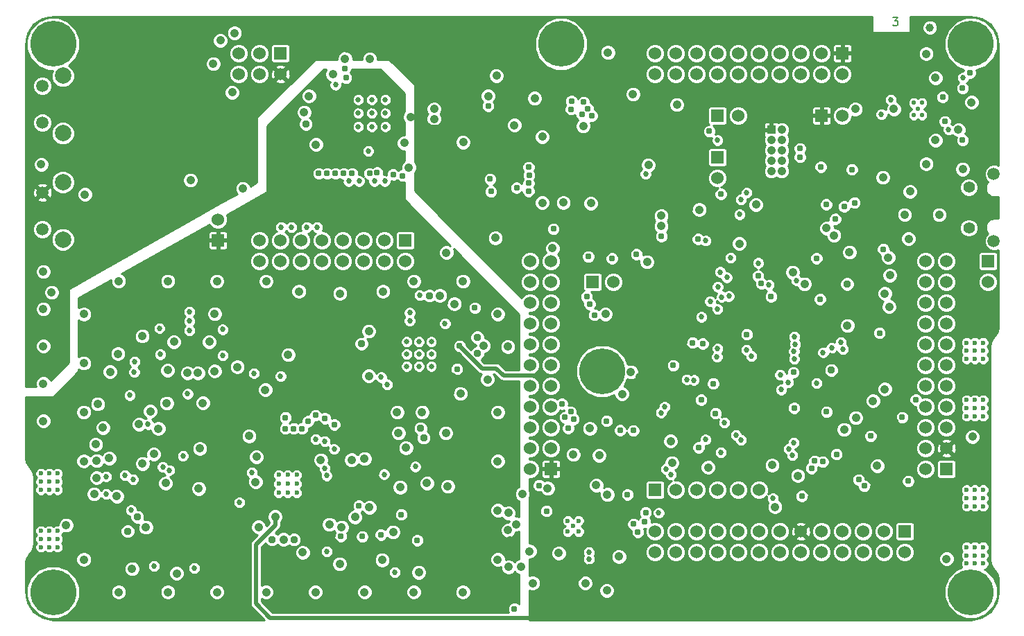
<source format=gbr>
G04 #@! TF.FileFunction,Copper,L3,Inr,Signal*
%FSLAX46Y46*%
G04 Gerber Fmt 4.6, Leading zero omitted, Abs format (unit mm)*
G04 Created by KiCad (PCBNEW (2015-03-02 BZR 5466)-product) date 2015 April 22, Wednesday 22:19:37*
%MOMM*%
G01*
G04 APERTURE LIST*
%ADD10C,0.150000*%
%ADD11C,0.177800*%
%ADD12R,1.524000X1.524000*%
%ADD13C,1.524000*%
%ADD14C,1.500000*%
%ADD15C,2.000000*%
%ADD16C,0.635000*%
%ADD17R,1.066800X1.066800*%
%ADD18C,1.066800*%
%ADD19C,0.600000*%
%ADD20C,0.585000*%
%ADD21C,5.600000*%
%ADD22C,1.400000*%
%ADD23C,1.000000*%
%ADD24C,0.685800*%
%ADD25C,0.787400*%
%ADD26C,0.939800*%
%ADD27C,0.508000*%
%ADD28C,0.254000*%
G04 APERTURE END LIST*
D10*
D11*
X166461334Y-100743619D02*
X167090286Y-100743619D01*
X166751620Y-101130667D01*
X166896762Y-101130667D01*
X166993524Y-101179048D01*
X167041905Y-101227429D01*
X167090286Y-101324190D01*
X167090286Y-101566095D01*
X167041905Y-101662857D01*
X166993524Y-101711238D01*
X166896762Y-101759619D01*
X166606477Y-101759619D01*
X166509715Y-101711238D01*
X166461334Y-101662857D01*
D12*
X173030000Y-155950000D03*
D13*
X170490000Y-155950000D03*
X173030000Y-153410000D03*
X170490000Y-153410000D03*
X173030000Y-150870000D03*
X170490000Y-150870000D03*
X173030000Y-148330000D03*
X170490000Y-148330000D03*
X173030000Y-145790000D03*
X170490000Y-145790000D03*
X173030000Y-143250000D03*
X170490000Y-143250000D03*
X173030000Y-140710000D03*
X170490000Y-140710000D03*
X173030000Y-138170000D03*
X170490000Y-138170000D03*
X173030000Y-135630000D03*
X170490000Y-135630000D03*
X173030000Y-133090000D03*
X170490000Y-133090000D03*
X173030000Y-130550000D03*
X170490000Y-130550000D03*
D14*
X62700000Y-122150000D03*
X62700000Y-126650000D03*
D15*
X65190000Y-127905000D03*
X65190000Y-120895000D03*
D16*
X102895400Y-112461800D03*
X102895400Y-114111800D03*
X101245400Y-114111800D03*
X101245400Y-112461800D03*
X101245400Y-110811800D03*
X102895400Y-110811800D03*
X104545400Y-110811800D03*
X104545400Y-112461800D03*
X104545400Y-114111800D03*
X108648500Y-141897100D03*
X108648500Y-143397100D03*
X107148500Y-143397100D03*
X107148500Y-141897100D03*
X107148500Y-140397100D03*
X108648500Y-140397100D03*
X110148500Y-140397100D03*
X110148500Y-141897100D03*
X110148500Y-143397100D03*
D12*
X137470000Y-158490000D03*
D13*
X140010000Y-158490000D03*
X142550000Y-158490000D03*
X145090000Y-158490000D03*
X147630000Y-158490000D03*
X150170000Y-158490000D03*
D17*
X151662600Y-114466600D03*
D18*
X152932600Y-114466600D03*
X151662600Y-115736600D03*
X152932600Y-115736600D03*
X151662600Y-117006600D03*
X152932600Y-117006600D03*
X151662600Y-118276600D03*
X152932600Y-118276600D03*
X151662600Y-119546600D03*
X152932600Y-119546600D03*
D12*
X160330000Y-105150000D03*
D13*
X160330000Y-107690000D03*
X157790000Y-105150000D03*
X157790000Y-107690000D03*
X155250000Y-105150000D03*
X155250000Y-107690000D03*
X152710000Y-105150000D03*
X152710000Y-107690000D03*
X150170000Y-105150000D03*
X150170000Y-107690000D03*
X147630000Y-105150000D03*
X147630000Y-107690000D03*
X145090000Y-105150000D03*
X145090000Y-107690000D03*
X142550000Y-105150000D03*
X142550000Y-107690000D03*
X140010000Y-105150000D03*
X140010000Y-107690000D03*
X137470000Y-105150000D03*
X137470000Y-107690000D03*
D19*
X92620400Y-157763600D03*
X92620400Y-156663600D03*
X93720400Y-156663600D03*
X93720400Y-157763600D03*
X93720400Y-158863600D03*
X92620400Y-158863600D03*
X91520400Y-158863600D03*
X91520400Y-157763600D03*
X91520400Y-156663600D03*
X127469200Y-162926000D03*
X126809200Y-163586000D03*
X126809200Y-162266000D03*
X128129200Y-162266000D03*
X128129200Y-163586000D03*
D12*
X84130000Y-128010000D03*
D13*
X84130000Y-125470000D03*
D12*
X145090000Y-112770000D03*
D13*
X147630000Y-112770000D03*
D12*
X157790000Y-112770000D03*
D13*
X160330000Y-112770000D03*
D20*
X169530000Y-111951200D03*
X169030000Y-112701200D03*
X170030000Y-112701200D03*
X170030000Y-111201200D03*
X169030000Y-111201200D03*
D14*
X62700000Y-109150000D03*
X62700000Y-113650000D03*
D15*
X65190000Y-114905000D03*
X65190000Y-107895000D03*
D12*
X167950000Y-163570000D03*
D13*
X167950000Y-166110000D03*
X165410000Y-163570000D03*
X165410000Y-166110000D03*
X162870000Y-163570000D03*
X162870000Y-166110000D03*
X160330000Y-163570000D03*
X160330000Y-166110000D03*
X157790000Y-163570000D03*
X157790000Y-166110000D03*
X155250000Y-163570000D03*
X155250000Y-166110000D03*
X152710000Y-163570000D03*
X152710000Y-166110000D03*
X150170000Y-163570000D03*
X150170000Y-166110000D03*
X147630000Y-163570000D03*
X147630000Y-166110000D03*
X145090000Y-163570000D03*
X145090000Y-166110000D03*
X142550000Y-163570000D03*
X142550000Y-166110000D03*
X140010000Y-163570000D03*
X140010000Y-166110000D03*
X137470000Y-163570000D03*
X137470000Y-166110000D03*
D12*
X91750000Y-105150000D03*
D13*
X91750000Y-107690000D03*
X89210000Y-105150000D03*
X89210000Y-107690000D03*
X86670000Y-105150000D03*
X86670000Y-107690000D03*
D12*
X145090000Y-117850000D03*
D13*
X145090000Y-120390000D03*
D12*
X178110000Y-130550000D03*
D13*
X178110000Y-133090000D03*
D12*
X124770000Y-155950000D03*
D13*
X122230000Y-155950000D03*
X124770000Y-153410000D03*
X122230000Y-153410000D03*
X124770000Y-150870000D03*
X122230000Y-150870000D03*
X124770000Y-148330000D03*
X122230000Y-148330000D03*
X124770000Y-145790000D03*
X122230000Y-145790000D03*
X124770000Y-143250000D03*
X122230000Y-143250000D03*
X124770000Y-140710000D03*
X122230000Y-140710000D03*
X124770000Y-138170000D03*
X122230000Y-138170000D03*
X124770000Y-135630000D03*
X122230000Y-135630000D03*
X124770000Y-133090000D03*
X122230000Y-133090000D03*
X124770000Y-130550000D03*
X122230000Y-130550000D03*
D12*
X129850000Y-133090000D03*
D13*
X132390000Y-133090000D03*
D21*
X64000000Y-104000000D03*
D19*
X64000000Y-101800000D03*
X61800000Y-104000000D03*
X64000000Y-106200000D03*
X66200000Y-104000000D03*
X65550000Y-102450000D03*
X62450000Y-102450000D03*
X62450000Y-105550000D03*
X65550000Y-105550000D03*
D21*
X64000000Y-171000000D03*
D19*
X64000000Y-168800000D03*
X61800000Y-171000000D03*
X64000000Y-173200000D03*
X66200000Y-171000000D03*
X65550000Y-169450000D03*
X62450000Y-169450000D03*
X62450000Y-172550000D03*
X65550000Y-172550000D03*
D21*
X176000000Y-171000000D03*
D19*
X176000000Y-168800000D03*
X173800000Y-171000000D03*
X176000000Y-173200000D03*
X178200000Y-171000000D03*
X177550000Y-169450000D03*
X174450000Y-169450000D03*
X174450000Y-172550000D03*
X177550000Y-172550000D03*
D21*
X176000000Y-104000000D03*
D19*
X176000000Y-101800000D03*
X173800000Y-104000000D03*
X176000000Y-106200000D03*
X178200000Y-104000000D03*
X177550000Y-102450000D03*
X174450000Y-102450000D03*
X174450000Y-105550000D03*
X177550000Y-105550000D03*
D21*
X126000000Y-104000000D03*
D19*
X126000000Y-101800000D03*
X123800000Y-104000000D03*
X126000000Y-106200000D03*
X128200000Y-104000000D03*
X127550000Y-102450000D03*
X124450000Y-102450000D03*
X124450000Y-105550000D03*
X127550000Y-105550000D03*
D21*
X131000000Y-144000000D03*
D19*
X131000000Y-141800000D03*
X128800000Y-144000000D03*
X131000000Y-146200000D03*
X133200000Y-144000000D03*
X132550000Y-142450000D03*
X129450000Y-142450000D03*
X129450000Y-145550000D03*
X132550000Y-145550000D03*
D12*
X106990000Y-128010000D03*
D13*
X106990000Y-130550000D03*
X104450000Y-128010000D03*
X104450000Y-130550000D03*
X101910000Y-128010000D03*
X101910000Y-130550000D03*
X99370000Y-128010000D03*
X99370000Y-130550000D03*
X96830000Y-128010000D03*
X96830000Y-130550000D03*
X94290000Y-128010000D03*
X94290000Y-130550000D03*
X91750000Y-128010000D03*
X91750000Y-130550000D03*
X89210000Y-128010000D03*
X89210000Y-130550000D03*
D19*
X64520000Y-163500000D03*
X64520000Y-164500000D03*
X64520000Y-165500000D03*
X63520000Y-163500000D03*
X63520000Y-164500000D03*
X63520000Y-165500000D03*
X62520000Y-163500000D03*
X62520000Y-164500000D03*
X62520000Y-165500000D03*
X64520000Y-158500000D03*
X64520000Y-157500000D03*
X64520000Y-156500000D03*
X63520000Y-158500000D03*
X63520000Y-157500000D03*
X63520000Y-156500000D03*
X62520000Y-158500000D03*
X62520000Y-157500000D03*
X62520000Y-156500000D03*
X175480000Y-160500000D03*
X175480000Y-159500000D03*
X175480000Y-158500000D03*
X176480000Y-160500000D03*
X176480000Y-159500000D03*
X176480000Y-158500000D03*
X177480000Y-160500000D03*
X177480000Y-159500000D03*
X177480000Y-158500000D03*
X175480000Y-165500000D03*
X175480000Y-166500000D03*
X175480000Y-167500000D03*
X176480000Y-165500000D03*
X176480000Y-166500000D03*
X176480000Y-167500000D03*
X177480000Y-165500000D03*
X177480000Y-166500000D03*
X177480000Y-167500000D03*
X175480000Y-142500000D03*
X175480000Y-141500000D03*
X175480000Y-140500000D03*
X176480000Y-142500000D03*
X176480000Y-141500000D03*
X176480000Y-140500000D03*
X177480000Y-142500000D03*
X177480000Y-141500000D03*
X177480000Y-140500000D03*
X175480000Y-147500000D03*
X175480000Y-148500000D03*
X175480000Y-149500000D03*
X176480000Y-147500000D03*
X176480000Y-148500000D03*
X176480000Y-149500000D03*
X177480000Y-147500000D03*
X177480000Y-148500000D03*
X177480000Y-149500000D03*
D14*
X178800000Y-128125000D03*
X178800000Y-119875000D03*
D22*
X175770000Y-126490000D03*
X175770000Y-121510000D03*
D23*
X171000000Y-102000000D03*
D24*
X73944200Y-142827200D03*
X154411800Y-141573600D03*
D18*
X119588400Y-167913400D03*
D25*
X120294400Y-173024800D03*
X108432600Y-164668200D03*
D24*
X147960200Y-152394000D03*
X73341200Y-146925600D03*
X76327700Y-167803800D03*
X139413100Y-156635800D03*
D25*
X145496400Y-122345800D03*
D18*
X123703200Y-123412600D03*
X123698000Y-115341400D03*
X128707000Y-114040000D03*
X117094000Y-110363000D03*
D24*
X86746200Y-160039400D03*
X81209000Y-168040400D03*
X88265000Y-156362400D03*
D18*
X119512200Y-163417600D03*
D25*
X127259200Y-110992000D03*
X128529200Y-112592200D03*
X128757800Y-111119000D03*
X129265800Y-111931800D03*
X129748400Y-112770000D03*
X122026800Y-121990200D03*
X122026800Y-119069200D03*
X122077600Y-120059800D03*
X122052200Y-121025000D03*
X129469000Y-135782400D03*
X117429400Y-122041000D03*
X129113400Y-134893400D03*
X117327800Y-120517000D03*
D24*
X136301600Y-119907400D03*
D25*
X120553600Y-121583800D03*
X139674600Y-143281400D03*
X142036800Y-140512800D03*
D24*
X145902800Y-150285800D03*
D18*
X84409400Y-103575200D03*
D24*
X165085000Y-112586200D03*
D25*
X127208400Y-111982600D03*
X169291000Y-147472400D03*
D24*
X160131864Y-140431638D03*
X160401272Y-141311703D03*
X157967800Y-141700600D03*
D25*
X167614600Y-149631400D03*
D24*
X159018313Y-141114138D03*
D25*
X157586800Y-135198200D03*
X123296800Y-157956600D03*
D24*
X152862400Y-146247200D03*
X142194400Y-145078800D03*
X145013800Y-142259400D03*
X141330800Y-145002600D03*
X145090000Y-141243400D03*
X153700600Y-145358200D03*
D25*
X156926400Y-154959400D03*
D24*
X154366540Y-152734589D03*
X151821000Y-159531400D03*
X153776800Y-153511600D03*
X154208600Y-154248200D03*
D25*
X151617800Y-134868000D03*
D18*
X85857200Y-109925200D03*
D24*
X151313000Y-133445600D03*
D25*
X142778600Y-153308400D03*
X144836000Y-149142800D03*
D18*
X83545800Y-106420000D03*
D24*
X138816200Y-155937300D03*
D25*
X175895120Y-107532520D03*
X172552600Y-110503400D03*
D18*
X86136600Y-102686200D03*
D24*
X157180400Y-145434400D03*
D25*
X154335600Y-144139000D03*
D24*
X147792993Y-124823953D03*
X143134200Y-137357200D03*
D25*
X127513200Y-149854000D03*
D24*
X146664800Y-130118200D03*
X145420200Y-131870800D03*
X145115400Y-133699600D03*
X145598000Y-134918800D03*
D25*
X127157600Y-148965000D03*
X126471800Y-149625400D03*
D24*
X144182930Y-135474537D03*
X145090000Y-136417400D03*
D25*
X126852800Y-150971600D03*
D24*
X146207600Y-132531200D03*
D25*
X126090800Y-147974400D03*
D24*
X146461600Y-134817200D03*
X145090000Y-115767200D03*
X148646000Y-122193400D03*
D25*
X144074000Y-114675000D03*
D24*
X147960200Y-123006200D03*
D25*
X162306000Y-157251400D03*
X154432000Y-148488400D03*
X162991800Y-158013400D03*
X157917000Y-155061000D03*
X155371800Y-159258000D03*
X156545400Y-155848400D03*
X155142400Y-116778000D03*
X157688400Y-119018400D03*
X155148400Y-117824600D03*
X158389695Y-148962882D03*
X168351200Y-157429200D03*
D18*
X167925000Y-124875000D03*
X168585000Y-122041000D03*
D25*
X161800000Y-123400000D03*
D18*
X176083080Y-111121540D03*
X165283000Y-120313800D03*
D25*
X158348800Y-123615800D03*
D24*
X143626154Y-152339458D03*
X145496400Y-153918000D03*
D18*
X76835000Y-151003000D03*
D24*
X70471000Y-159016000D03*
X73750000Y-157200000D03*
X77379800Y-155714000D03*
D25*
X124211200Y-161080800D03*
D24*
X98463100Y-108994700D03*
D25*
X132212200Y-130219800D03*
X115468400Y-136245600D03*
X130053200Y-137128600D03*
D24*
X102450900Y-117097300D03*
D25*
X106659800Y-120110600D03*
X125049400Y-126613000D03*
X117094000Y-111582200D03*
D18*
X134520174Y-144095583D03*
X151744305Y-155464587D03*
X147739111Y-128398095D03*
X155695618Y-133337236D03*
D26*
X158982392Y-143880057D03*
D18*
X160922127Y-138420061D03*
X154258777Y-131900395D03*
X175000000Y-119300000D03*
X168407200Y-127806800D03*
D25*
X160533200Y-123869800D03*
D18*
X172150000Y-124875000D03*
X75311000Y-163068000D03*
X73614400Y-168142000D03*
X65588000Y-162808000D03*
X176205000Y-152013000D03*
X128955800Y-169900600D03*
X122529600Y-169900600D03*
X124947800Y-128975200D03*
D25*
X138232000Y-127502000D03*
D18*
X112000000Y-129500000D03*
D25*
X159593400Y-154146600D03*
X163759000Y-151911400D03*
D18*
X129621400Y-123463400D03*
X112166400Y-158064200D03*
D25*
X97167000Y-149762600D03*
D18*
X92679800Y-141983000D03*
X69448800Y-147999800D03*
X81901000Y-153428000D03*
X89064400Y-163046800D03*
X104163000Y-167052200D03*
X106133900Y-151549100D03*
X111925100Y-151549100D03*
X118250000Y-167000000D03*
X80777200Y-120644000D03*
X134752200Y-110141100D03*
X96080700Y-116300600D03*
X94620200Y-112350900D03*
X102646600Y-105835800D03*
X173030000Y-166922800D03*
X133050400Y-166643400D03*
X130637400Y-154273600D03*
X127462400Y-154172000D03*
X129494400Y-150971600D03*
X67874000Y-122396600D03*
X69000000Y-159000000D03*
X67750000Y-143000000D03*
X67750000Y-149000000D03*
X67750000Y-155000000D03*
X67750000Y-167000000D03*
X99187000Y-163068000D03*
X119500000Y-141000000D03*
X114000000Y-171000000D03*
X108000000Y-171000000D03*
X102000000Y-171000000D03*
X72000000Y-171000000D03*
X78000000Y-171000000D03*
X96000000Y-171000000D03*
X90000000Y-171000000D03*
X84000000Y-171000000D03*
X117000000Y-145000000D03*
X118250000Y-137000000D03*
X94000000Y-134250000D03*
X114000000Y-133000000D03*
X104250000Y-134250000D03*
X118250000Y-161000000D03*
X118250000Y-149000000D03*
X118250000Y-155000000D03*
X119557800Y-161315400D03*
X108000000Y-133000000D03*
X99000000Y-134500000D03*
X67750000Y-137000000D03*
X72000000Y-133000000D03*
X78000000Y-133000000D03*
X84000000Y-133000000D03*
X90000000Y-133000000D03*
X62794000Y-136392000D03*
X62794000Y-131820000D03*
X62794000Y-150082600D03*
X62794000Y-145510600D03*
X62794000Y-140938600D03*
X62540000Y-118713600D03*
X87152600Y-121660000D03*
X139527400Y-155188000D03*
X143947000Y-155746800D03*
X138206600Y-126257400D03*
X124338200Y-158312200D03*
X121264800Y-158998000D03*
X120528200Y-162706400D03*
X133431400Y-146780600D03*
X131399400Y-137001600D03*
X131577200Y-170783600D03*
X140137000Y-111423800D03*
X130281800Y-157931200D03*
X164566600Y-155549600D03*
X131628000Y-159074200D03*
X138206600Y-124987400D03*
X117962800Y-127705200D03*
X139349600Y-152546400D03*
X158389695Y-126512241D03*
X165933110Y-130104344D03*
X125691200Y-166228000D03*
D24*
X96220400Y-126384400D03*
D25*
X105491400Y-119958200D03*
D18*
X102590600Y-160629600D03*
X100431600Y-154838400D03*
X102006400Y-154686000D03*
X107061000Y-153339800D03*
X74879200Y-139700000D03*
X88696800Y-157530800D03*
X82270600Y-147878800D03*
X77851000Y-147904200D03*
X75869800Y-148894800D03*
D24*
X94945200Y-126381000D03*
D18*
X106360400Y-158164000D03*
X71912200Y-141862000D03*
X70947000Y-144071800D03*
X77982800Y-143868600D03*
X79070200Y-168706800D03*
X106845100Y-116106700D03*
X83697800Y-143995600D03*
D24*
X80649800Y-137874200D03*
D18*
X161910000Y-111951200D03*
D26*
X101638100Y-140652500D03*
D18*
X154887395Y-156775704D03*
X70090000Y-150888000D03*
D26*
X93382400Y-164570800D03*
D25*
X92341000Y-149661000D03*
D24*
X101346000Y-120767600D03*
D18*
X98970400Y-167542600D03*
X76287600Y-154113800D03*
D26*
X90715400Y-164570800D03*
D18*
X107416600Y-119091200D03*
X94449200Y-166145600D03*
X81774000Y-158330200D03*
D25*
X92341000Y-151007200D03*
D18*
X159287720Y-127410267D03*
X170546000Y-105220200D03*
X122135200Y-165999400D03*
X161191535Y-129457765D03*
X166022912Y-136121115D03*
X142853852Y-124267177D03*
X78744800Y-140414200D03*
X122758200Y-110642400D03*
D26*
X160904166Y-133337236D03*
D25*
X102616000Y-119827800D03*
D18*
X83697800Y-136985200D03*
D25*
X98310000Y-150524600D03*
X94373000Y-151007200D03*
D18*
X160544956Y-151118143D03*
X149768649Y-123638559D03*
X102527100Y-144564100D03*
D24*
X80649800Y-136731200D03*
D18*
X108633400Y-168576200D03*
X112966500Y-135775700D03*
D24*
X104470200Y-120767600D03*
D18*
X110502700Y-113160300D03*
X99631500Y-105819700D03*
X80395800Y-144224200D03*
X120294400Y-113919000D03*
X170546000Y-118682200D03*
X98132900Y-107699300D03*
X113728500Y-146723100D03*
X166112715Y-132259605D03*
D26*
X94830900Y-113795300D03*
D18*
X116522500Y-140881100D03*
X109029500Y-149009100D03*
X109628500Y-157672300D03*
X165484097Y-134504669D03*
X165484097Y-146179002D03*
X166609000Y-111951200D03*
X88810400Y-154461600D03*
X95211900Y-110366300D03*
X131699000Y-105054400D03*
X71766400Y-159270000D03*
D26*
X74255600Y-161810000D03*
X115760500Y-139865100D03*
D24*
X93091000Y-126381000D03*
D18*
X105483800Y-163648600D03*
D25*
X100482400Y-119827800D03*
D18*
X97725800Y-162716600D03*
X87921400Y-151921600D03*
X164047256Y-147615843D03*
X74484200Y-150481600D03*
X111188500Y-134759700D03*
X171689000Y-108141200D03*
X152095200Y-160578800D03*
D25*
X93357000Y-151007200D03*
D18*
X136477870Y-130643159D03*
D25*
X174991000Y-115761200D03*
D24*
X91821000Y-126381000D03*
D18*
X102527100Y-139103100D03*
D25*
X103530400Y-119726200D03*
X97434400Y-119827800D03*
D26*
X73087200Y-163537200D03*
D18*
X92112400Y-164570800D03*
D25*
X172832000Y-113475200D03*
D18*
X100850000Y-161827600D03*
D26*
X108851700Y-150990300D03*
D18*
X110502700Y-111941100D03*
X69302600Y-157034800D03*
D25*
X98450400Y-119827800D03*
D18*
X161981797Y-149681302D03*
D25*
X99466400Y-119827800D03*
D24*
X80649800Y-139017200D03*
D18*
X105981500Y-149009100D03*
D24*
X100076000Y-120767600D03*
D18*
X86482200Y-143481600D03*
D25*
X96024000Y-149381600D03*
D26*
X115785900Y-141846300D03*
D18*
X114046000Y-116001800D03*
D26*
X109207300Y-152107900D03*
D25*
X96418400Y-119827800D03*
D18*
X121080200Y-167877800D03*
X69201000Y-152920000D03*
D24*
X103200200Y-120767600D03*
D18*
X74916000Y-155282200D03*
X118110000Y-107873800D03*
X81665800Y-144224200D03*
X69302600Y-154926600D03*
X70852000Y-154621800D03*
D26*
X109918500Y-134759700D03*
D18*
X77735400Y-157669800D03*
X171689000Y-115761200D03*
X96659000Y-154842600D03*
X83062800Y-140414200D03*
X136652000Y-118795800D03*
X126263400Y-123393200D03*
D25*
X174991000Y-109411200D03*
D18*
X89885800Y-146275600D03*
X174483000Y-114491200D03*
D25*
X164846000Y-139319000D03*
D24*
X76966800Y-138737800D03*
X84713800Y-138890200D03*
X154462600Y-139795600D03*
X77093800Y-141938200D03*
X84713800Y-142065200D03*
X148595200Y-141395800D03*
X97129600Y-155854400D03*
X97167000Y-152556600D03*
X149204800Y-142132400D03*
X97370200Y-156747600D03*
X98298000Y-153517600D03*
D25*
X143083400Y-147491800D03*
D24*
X96024000Y-152302600D03*
D25*
X95128200Y-150108000D03*
X144556600Y-145510600D03*
X136301600Y-161258600D03*
X104018200Y-163976400D03*
D24*
X108204000Y-155651200D03*
D25*
X106482000Y-161512600D03*
D24*
X105681920Y-168571120D03*
X175016400Y-108141200D03*
X166228000Y-110808200D03*
X173289200Y-114491200D03*
D25*
X161473000Y-119348600D03*
X157155000Y-130194400D03*
X159441000Y-125393800D03*
X165308400Y-129076800D03*
D24*
X154701360Y-132896960D03*
D25*
X148646000Y-139490800D03*
D24*
X107518200Y-137845800D03*
X88488800Y-144243600D03*
D25*
X101732200Y-164205000D03*
D24*
X137901800Y-161309400D03*
X97390520Y-166023680D03*
D25*
X150017600Y-132353400D03*
D24*
X104749600Y-145618200D03*
X75576400Y-150481600D03*
X147325200Y-151809800D03*
X70471000Y-156857000D03*
X72757000Y-156730000D03*
X73893400Y-144097200D03*
X154437200Y-142513400D03*
X129392800Y-166973600D03*
D25*
X133202800Y-151225600D03*
D24*
X138638400Y-148355400D03*
D25*
X135361800Y-163646200D03*
X134091800Y-159074200D03*
D24*
X129374200Y-166101000D03*
D25*
X134828400Y-162681000D03*
D24*
X138181200Y-149066600D03*
D25*
X134803000Y-151251000D03*
X131551800Y-150082600D03*
X143281400Y-140639800D03*
D24*
X108762800Y-134721600D03*
X143608193Y-128038885D03*
D25*
X135186540Y-129714340D03*
D24*
X107518200Y-136855200D03*
D25*
X99598600Y-107055000D03*
X113289200Y-143732600D03*
X129316600Y-129991200D03*
X99740840Y-108147200D03*
D24*
X91765400Y-144624600D03*
D25*
X99110800Y-164160200D03*
X136200000Y-162376200D03*
X101325800Y-160420400D03*
D24*
X104394000Y-156591000D03*
D25*
X150424000Y-133267800D03*
D24*
X104038400Y-144729200D03*
X152735400Y-144418400D03*
X73533000Y-160985200D03*
X79843600Y-154342400D03*
X78192600Y-156095000D03*
X80416400Y-146761200D03*
X154538800Y-140735400D03*
D18*
X72903200Y-165119400D03*
X119740800Y-164662200D03*
X63810000Y-134360000D03*
D25*
X104279700Y-140195300D03*
D26*
X110197900Y-137426700D03*
D18*
X105562400Y-117059200D03*
X101460300Y-107826300D03*
X98252400Y-110153800D03*
X97604700Y-112414400D03*
X99720400Y-160553400D03*
X92468000Y-153572600D03*
X93103000Y-161827600D03*
D24*
X104406700Y-143421100D03*
D18*
X99707000Y-155985600D03*
X75184700Y-167803800D03*
D24*
X104584500Y-141109700D03*
D26*
X103657400Y-117033800D03*
D18*
X109029500Y-146011900D03*
X105981500Y-145986500D03*
X74535000Y-148856000D03*
D25*
X112864900Y-141846300D03*
D18*
X97828100Y-114735100D03*
X112712500Y-144691100D03*
D25*
X100482400Y-117033800D03*
D18*
X79375700Y-166406800D03*
X70369400Y-149364000D03*
D25*
X112712500Y-140474700D03*
X146588600Y-122320400D03*
X168000800Y-132353400D03*
X156189800Y-121609200D03*
X166832400Y-150235000D03*
X63581400Y-117773800D03*
D18*
X120142000Y-126669800D03*
X82809200Y-118662800D03*
X135615800Y-144697800D03*
X163492300Y-136112600D03*
X159872800Y-147593400D03*
X123754000Y-144520000D03*
X67874000Y-109442600D03*
D25*
X137927200Y-128975200D03*
D18*
X142524600Y-156381800D03*
X126326200Y-159370000D03*
X123576200Y-162935000D03*
D25*
X113601500Y-140906500D03*
D18*
X134412411Y-137019141D03*
X116078000Y-117017800D03*
X107599600Y-112922400D03*
D26*
X129501200Y-168006000D03*
D18*
X91096400Y-161776800D03*
X137033000Y-111683800D03*
X155219400Y-160553400D03*
X130637400Y-161207800D03*
X133634600Y-160293400D03*
X132898000Y-157169200D03*
X138206600Y-123692000D03*
X129311400Y-160020000D03*
X124409200Y-164719000D03*
D25*
X158348800Y-116808600D03*
D18*
X146086744Y-154979653D03*
X163328836Y-144023741D03*
X130810000Y-107111800D03*
X145206679Y-126332636D03*
X151474898Y-124805993D03*
X138633131Y-132798420D03*
X136525000Y-117525800D03*
X141506813Y-150399722D03*
X152732133Y-154620443D03*
X161891995Y-145460582D03*
X159061418Y-131688461D03*
X156234433Y-128667503D03*
D26*
X131787200Y-166609000D03*
D24*
X111823500Y-138188700D03*
X150038057Y-130768883D03*
D25*
X142702400Y-127857600D03*
D27*
X113601500Y-140906500D02*
X116351400Y-143656400D01*
X118953400Y-144520000D02*
X123754000Y-144520000D01*
X118089800Y-143656400D02*
X118953400Y-144520000D01*
X116351400Y-143656400D02*
X118089800Y-143656400D01*
X116078000Y-116117600D02*
X116078000Y-117017800D01*
X114102000Y-114141600D02*
X116078000Y-116117600D01*
X109987200Y-114141600D02*
X114102000Y-114141600D01*
X108768000Y-112922400D02*
X109987200Y-114141600D01*
X107599600Y-112922400D02*
X108768000Y-112922400D01*
X91096400Y-161776800D02*
X91096400Y-162826600D01*
X123370800Y-174136400D02*
X129501200Y-168006000D01*
X90480000Y-174136400D02*
X123370800Y-174136400D01*
X88752800Y-172409200D02*
X90480000Y-174136400D01*
X88752800Y-165170200D02*
X88752800Y-172409200D01*
X91096400Y-162826600D02*
X88752800Y-165170200D01*
D28*
G36*
X120873000Y-172435956D02*
X120762619Y-172325383D01*
X120459323Y-172199443D01*
X120130918Y-172199157D01*
X119827402Y-172324567D01*
X119594983Y-172556581D01*
X119469043Y-172859877D01*
X119468757Y-173188282D01*
X119577144Y-173450600D01*
X114965367Y-173450600D01*
X114965367Y-170808852D01*
X114818734Y-170453973D01*
X114693867Y-170328887D01*
X114693867Y-146531952D01*
X114547234Y-146177073D01*
X114275956Y-145905321D01*
X114114843Y-145838420D01*
X114114843Y-143569118D01*
X113989433Y-143265602D01*
X113757419Y-143033183D01*
X113454123Y-142907243D01*
X113125718Y-142906957D01*
X112822202Y-143032367D01*
X112598334Y-143255844D01*
X112598334Y-138035279D01*
X112480641Y-137750441D01*
X112262905Y-137532324D01*
X111978273Y-137414135D01*
X111670079Y-137413866D01*
X111385241Y-137531559D01*
X111167124Y-137749295D01*
X111048935Y-138033927D01*
X111048666Y-138342121D01*
X111166359Y-138626959D01*
X111384095Y-138845076D01*
X111668727Y-138963265D01*
X111976921Y-138963534D01*
X112261759Y-138845841D01*
X112479876Y-138628105D01*
X112598065Y-138343473D01*
X112598334Y-138035279D01*
X112598334Y-143255844D01*
X112589783Y-143264381D01*
X112463843Y-143567677D01*
X112463557Y-143896082D01*
X112588967Y-144199598D01*
X112820981Y-144432017D01*
X113124277Y-144557957D01*
X113452682Y-144558243D01*
X113756198Y-144432833D01*
X113988617Y-144200819D01*
X114114557Y-143897523D01*
X114114843Y-143569118D01*
X114114843Y-145838420D01*
X113921332Y-145758068D01*
X113537352Y-145757733D01*
X113182473Y-145904366D01*
X112910721Y-146175644D01*
X112763468Y-146530268D01*
X112763133Y-146914248D01*
X112909766Y-147269127D01*
X113181044Y-147540879D01*
X113535668Y-147688132D01*
X113919648Y-147688467D01*
X114274527Y-147541834D01*
X114546279Y-147270556D01*
X114693532Y-146915932D01*
X114693867Y-146531952D01*
X114693867Y-170328887D01*
X114547456Y-170182221D01*
X114192832Y-170034968D01*
X113808852Y-170034633D01*
X113453973Y-170181266D01*
X113182221Y-170452544D01*
X113131767Y-170574050D01*
X113131767Y-157873052D01*
X112985134Y-157518173D01*
X112890467Y-157423340D01*
X112890467Y-151357952D01*
X112743834Y-151003073D01*
X112472556Y-150731321D01*
X112117932Y-150584068D01*
X111733952Y-150583733D01*
X111379073Y-150730366D01*
X111107321Y-151001644D01*
X110960068Y-151356268D01*
X110959733Y-151740248D01*
X111106366Y-152095127D01*
X111377644Y-152366879D01*
X111732268Y-152514132D01*
X112116248Y-152514467D01*
X112471127Y-152367834D01*
X112742879Y-152096556D01*
X112890132Y-151741932D01*
X112890467Y-151357952D01*
X112890467Y-157423340D01*
X112713856Y-157246421D01*
X112359232Y-157099168D01*
X111975252Y-157098833D01*
X111620373Y-157245466D01*
X111348621Y-157516744D01*
X111201368Y-157871368D01*
X111201033Y-158255348D01*
X111347666Y-158610227D01*
X111618944Y-158881979D01*
X111973568Y-159029232D01*
X112357548Y-159029567D01*
X112712427Y-158882934D01*
X112984179Y-158611656D01*
X113131432Y-158257032D01*
X113131767Y-157873052D01*
X113131767Y-170574050D01*
X113034968Y-170807168D01*
X113034633Y-171191148D01*
X113181266Y-171546027D01*
X113452544Y-171817779D01*
X113807168Y-171965032D01*
X114191148Y-171965367D01*
X114546027Y-171818734D01*
X114817779Y-171547456D01*
X114965032Y-171192832D01*
X114965367Y-170808852D01*
X114965367Y-173450600D01*
X110897929Y-173450600D01*
X110897929Y-143248709D01*
X110897929Y-141748709D01*
X110897929Y-140248709D01*
X110784095Y-139973211D01*
X110573498Y-139762245D01*
X110298199Y-139647931D01*
X110000109Y-139647671D01*
X109724611Y-139761505D01*
X109513645Y-139972102D01*
X109399331Y-140247401D01*
X109399071Y-140545491D01*
X109512905Y-140820989D01*
X109723502Y-141031955D01*
X109998801Y-141146269D01*
X110296891Y-141146529D01*
X110572389Y-141032695D01*
X110783355Y-140822098D01*
X110897669Y-140546799D01*
X110897929Y-140248709D01*
X110897929Y-141748709D01*
X110784095Y-141473211D01*
X110573498Y-141262245D01*
X110298199Y-141147931D01*
X110000109Y-141147671D01*
X109724611Y-141261505D01*
X109513645Y-141472102D01*
X109399331Y-141747401D01*
X109399071Y-142045491D01*
X109512905Y-142320989D01*
X109723502Y-142531955D01*
X109998801Y-142646269D01*
X110296891Y-142646529D01*
X110572389Y-142532695D01*
X110783355Y-142322098D01*
X110897669Y-142046799D01*
X110897929Y-141748709D01*
X110897929Y-143248709D01*
X110784095Y-142973211D01*
X110573498Y-142762245D01*
X110298199Y-142647931D01*
X110000109Y-142647671D01*
X109724611Y-142761505D01*
X109513645Y-142972102D01*
X109399331Y-143247401D01*
X109399071Y-143545491D01*
X109512905Y-143820989D01*
X109723502Y-144031955D01*
X109998801Y-144146269D01*
X110296891Y-144146529D01*
X110572389Y-144032695D01*
X110783355Y-143822098D01*
X110897669Y-143546799D01*
X110897929Y-143248709D01*
X110897929Y-173450600D01*
X110593867Y-173450600D01*
X110593867Y-157481152D01*
X110447234Y-157126273D01*
X110175956Y-156854521D01*
X110109156Y-156826783D01*
X110109156Y-151929328D01*
X109994867Y-151652726D01*
X109994867Y-148817952D01*
X109848234Y-148463073D01*
X109576956Y-148191321D01*
X109397929Y-148116982D01*
X109397929Y-143248709D01*
X109397929Y-141748709D01*
X109397929Y-140248709D01*
X109284095Y-139973211D01*
X109073498Y-139762245D01*
X108798199Y-139647931D01*
X108500109Y-139647671D01*
X108293034Y-139733233D01*
X108293034Y-137692379D01*
X108175341Y-137407541D01*
X108118491Y-137350591D01*
X108174576Y-137294605D01*
X108292765Y-137009973D01*
X108293034Y-136701779D01*
X108175341Y-136416941D01*
X107957605Y-136198824D01*
X107672973Y-136080635D01*
X107364779Y-136080366D01*
X107079941Y-136198059D01*
X106861824Y-136415795D01*
X106743635Y-136700427D01*
X106743366Y-137008621D01*
X106861059Y-137293459D01*
X106917908Y-137350408D01*
X106861824Y-137406395D01*
X106743635Y-137691027D01*
X106743366Y-137999221D01*
X106861059Y-138284059D01*
X107078795Y-138502176D01*
X107363427Y-138620365D01*
X107671621Y-138620634D01*
X107956459Y-138502941D01*
X108174576Y-138285205D01*
X108292765Y-138000573D01*
X108293034Y-137692379D01*
X108293034Y-139733233D01*
X108224611Y-139761505D01*
X108013645Y-139972102D01*
X107899331Y-140247401D01*
X107899071Y-140545491D01*
X108012905Y-140820989D01*
X108223502Y-141031955D01*
X108498801Y-141146269D01*
X108796891Y-141146529D01*
X109072389Y-141032695D01*
X109283355Y-140822098D01*
X109397669Y-140546799D01*
X109397929Y-140248709D01*
X109397929Y-141748709D01*
X109284095Y-141473211D01*
X109073498Y-141262245D01*
X108798199Y-141147931D01*
X108500109Y-141147671D01*
X108224611Y-141261505D01*
X108013645Y-141472102D01*
X107899331Y-141747401D01*
X107899071Y-142045491D01*
X108012905Y-142320989D01*
X108223502Y-142531955D01*
X108498801Y-142646269D01*
X108796891Y-142646529D01*
X109072389Y-142532695D01*
X109283355Y-142322098D01*
X109397669Y-142046799D01*
X109397929Y-141748709D01*
X109397929Y-143248709D01*
X109284095Y-142973211D01*
X109073498Y-142762245D01*
X108798199Y-142647931D01*
X108500109Y-142647671D01*
X108224611Y-142761505D01*
X108013645Y-142972102D01*
X107899331Y-143247401D01*
X107899071Y-143545491D01*
X108012905Y-143820989D01*
X108223502Y-144031955D01*
X108498801Y-144146269D01*
X108796891Y-144146529D01*
X109072389Y-144032695D01*
X109283355Y-143822098D01*
X109397669Y-143546799D01*
X109397929Y-143248709D01*
X109397929Y-148116982D01*
X109222332Y-148044068D01*
X108838352Y-148043733D01*
X108483473Y-148190366D01*
X108211721Y-148461644D01*
X108064468Y-148816268D01*
X108064133Y-149200248D01*
X108210766Y-149555127D01*
X108482044Y-149826879D01*
X108836668Y-149974132D01*
X109220648Y-149974467D01*
X109575527Y-149827834D01*
X109847279Y-149556556D01*
X109994532Y-149201932D01*
X109994867Y-148817952D01*
X109994867Y-151652726D01*
X109972170Y-151597795D01*
X109718739Y-151343922D01*
X109686728Y-151330630D01*
X109753243Y-151170446D01*
X109753556Y-150811728D01*
X109616570Y-150480195D01*
X109363139Y-150226322D01*
X109031846Y-150088757D01*
X108673128Y-150088444D01*
X108341595Y-150225430D01*
X108087722Y-150478861D01*
X107950157Y-150810154D01*
X107949844Y-151168872D01*
X108086830Y-151500405D01*
X108340261Y-151754278D01*
X108372271Y-151767569D01*
X108305757Y-151927754D01*
X108305444Y-152286472D01*
X108442430Y-152618005D01*
X108695861Y-152871878D01*
X109027154Y-153009443D01*
X109385872Y-153009756D01*
X109717405Y-152872770D01*
X109971278Y-152619339D01*
X110108843Y-152288046D01*
X110109156Y-151929328D01*
X110109156Y-156826783D01*
X109821332Y-156707268D01*
X109437352Y-156706933D01*
X109082473Y-156853566D01*
X108978834Y-156957024D01*
X108978834Y-155497779D01*
X108861141Y-155212941D01*
X108643405Y-154994824D01*
X108358773Y-154876635D01*
X108050579Y-154876366D01*
X108026367Y-154886370D01*
X108026367Y-153148652D01*
X107897929Y-152837808D01*
X107897929Y-143248709D01*
X107897929Y-141748709D01*
X107897929Y-140248709D01*
X107784095Y-139973211D01*
X107573498Y-139762245D01*
X107298199Y-139647931D01*
X107000109Y-139647671D01*
X106724611Y-139761505D01*
X106513645Y-139972102D01*
X106399331Y-140247401D01*
X106399071Y-140545491D01*
X106512905Y-140820989D01*
X106723502Y-141031955D01*
X106998801Y-141146269D01*
X107296891Y-141146529D01*
X107572389Y-141032695D01*
X107783355Y-140822098D01*
X107897669Y-140546799D01*
X107897929Y-140248709D01*
X107897929Y-141748709D01*
X107784095Y-141473211D01*
X107573498Y-141262245D01*
X107298199Y-141147931D01*
X107000109Y-141147671D01*
X106724611Y-141261505D01*
X106513645Y-141472102D01*
X106399331Y-141747401D01*
X106399071Y-142045491D01*
X106512905Y-142320989D01*
X106723502Y-142531955D01*
X106998801Y-142646269D01*
X107296891Y-142646529D01*
X107572389Y-142532695D01*
X107783355Y-142322098D01*
X107897669Y-142046799D01*
X107897929Y-141748709D01*
X107897929Y-143248709D01*
X107784095Y-142973211D01*
X107573498Y-142762245D01*
X107298199Y-142647931D01*
X107000109Y-142647671D01*
X106724611Y-142761505D01*
X106513645Y-142972102D01*
X106399331Y-143247401D01*
X106399071Y-143545491D01*
X106512905Y-143820989D01*
X106723502Y-144031955D01*
X106998801Y-144146269D01*
X107296891Y-144146529D01*
X107572389Y-144032695D01*
X107783355Y-143822098D01*
X107897669Y-143546799D01*
X107897929Y-143248709D01*
X107897929Y-152837808D01*
X107879734Y-152793773D01*
X107608456Y-152522021D01*
X107253832Y-152374768D01*
X107099267Y-152374633D01*
X107099267Y-151357952D01*
X106952634Y-151003073D01*
X106946867Y-150997295D01*
X106946867Y-148817952D01*
X106800234Y-148463073D01*
X106528956Y-148191321D01*
X106174332Y-148044068D01*
X105790352Y-148043733D01*
X105644006Y-148104201D01*
X105644006Y-130313580D01*
X105644006Y-127773580D01*
X105462644Y-127334651D01*
X105127116Y-126998537D01*
X104688503Y-126816409D01*
X104213580Y-126815994D01*
X103774651Y-126997356D01*
X103438537Y-127332884D01*
X103256409Y-127771497D01*
X103255994Y-128246420D01*
X103437356Y-128685349D01*
X103772884Y-129021463D01*
X104211497Y-129203591D01*
X104686420Y-129204006D01*
X105125349Y-129022644D01*
X105461463Y-128687116D01*
X105643591Y-128248503D01*
X105644006Y-127773580D01*
X105644006Y-130313580D01*
X105462644Y-129874651D01*
X105127116Y-129538537D01*
X104688503Y-129356409D01*
X104213580Y-129355994D01*
X103774651Y-129537356D01*
X103438537Y-129872884D01*
X103256409Y-130311497D01*
X103255994Y-130786420D01*
X103437356Y-131225349D01*
X103772884Y-131561463D01*
X104211497Y-131743591D01*
X104686420Y-131744006D01*
X105125349Y-131562644D01*
X105461463Y-131227116D01*
X105643591Y-130788503D01*
X105644006Y-130313580D01*
X105644006Y-148104201D01*
X105524434Y-148153608D01*
X105524434Y-145464779D01*
X105406741Y-145179941D01*
X105215367Y-144988232D01*
X105215367Y-134058852D01*
X105068734Y-133703973D01*
X104797456Y-133432221D01*
X104442832Y-133284968D01*
X104058852Y-133284633D01*
X103703973Y-133431266D01*
X103432221Y-133702544D01*
X103284968Y-134057168D01*
X103284633Y-134441148D01*
X103431266Y-134796027D01*
X103702544Y-135067779D01*
X104057168Y-135215032D01*
X104441148Y-135215367D01*
X104796027Y-135068734D01*
X105067779Y-134797456D01*
X105215032Y-134442832D01*
X105215367Y-134058852D01*
X105215367Y-144988232D01*
X105189005Y-144961824D01*
X104904373Y-144843635D01*
X104813000Y-144843555D01*
X104813234Y-144575779D01*
X104695541Y-144290941D01*
X104477805Y-144072824D01*
X104193173Y-143954635D01*
X103884979Y-143954366D01*
X103600141Y-144072059D01*
X103492467Y-144179544D01*
X103492467Y-138911952D01*
X103345834Y-138557073D01*
X103104006Y-138314822D01*
X103104006Y-130313580D01*
X103104006Y-127773580D01*
X102922644Y-127334651D01*
X102587116Y-126998537D01*
X102148503Y-126816409D01*
X101673580Y-126815994D01*
X101234651Y-126997356D01*
X100898537Y-127332884D01*
X100716409Y-127771497D01*
X100715994Y-128246420D01*
X100897356Y-128685349D01*
X101232884Y-129021463D01*
X101671497Y-129203591D01*
X102146420Y-129204006D01*
X102585349Y-129022644D01*
X102921463Y-128687116D01*
X103103591Y-128248503D01*
X103104006Y-127773580D01*
X103104006Y-130313580D01*
X102922644Y-129874651D01*
X102587116Y-129538537D01*
X102148503Y-129356409D01*
X101673580Y-129355994D01*
X101234651Y-129537356D01*
X100898537Y-129872884D01*
X100716409Y-130311497D01*
X100715994Y-130786420D01*
X100897356Y-131225349D01*
X101232884Y-131561463D01*
X101671497Y-131743591D01*
X102146420Y-131744006D01*
X102585349Y-131562644D01*
X102921463Y-131227116D01*
X103103591Y-130788503D01*
X103104006Y-130313580D01*
X103104006Y-138314822D01*
X103074556Y-138285321D01*
X102719932Y-138138068D01*
X102335952Y-138137733D01*
X101981073Y-138284366D01*
X101709321Y-138555644D01*
X101562068Y-138910268D01*
X101561733Y-139294248D01*
X101708366Y-139649127D01*
X101810011Y-139750949D01*
X101459528Y-139750644D01*
X101127995Y-139887630D01*
X100874122Y-140141061D01*
X100736557Y-140472354D01*
X100736244Y-140831072D01*
X100873230Y-141162605D01*
X101126661Y-141416478D01*
X101457954Y-141554043D01*
X101816672Y-141554356D01*
X102148205Y-141417370D01*
X102402078Y-141163939D01*
X102539643Y-140832646D01*
X102539956Y-140473928D01*
X102402970Y-140142395D01*
X102324990Y-140064279D01*
X102334268Y-140068132D01*
X102718248Y-140068467D01*
X103073127Y-139921834D01*
X103344879Y-139650556D01*
X103492132Y-139295932D01*
X103492467Y-138911952D01*
X103492467Y-144179544D01*
X103435889Y-144236023D01*
X103345834Y-144018073D01*
X103074556Y-143746321D01*
X102719932Y-143599068D01*
X102335952Y-143598733D01*
X101981073Y-143745366D01*
X101709321Y-144016644D01*
X101562068Y-144371268D01*
X101561733Y-144755248D01*
X101708366Y-145110127D01*
X101979644Y-145381879D01*
X102334268Y-145529132D01*
X102718248Y-145529467D01*
X103073127Y-145382834D01*
X103344879Y-145111556D01*
X103351536Y-145095524D01*
X103381259Y-145167459D01*
X103598995Y-145385576D01*
X103883627Y-145503765D01*
X103974999Y-145503844D01*
X103974766Y-145771621D01*
X104092459Y-146056459D01*
X104310195Y-146274576D01*
X104594827Y-146392765D01*
X104903021Y-146393034D01*
X105187859Y-146275341D01*
X105405976Y-146057605D01*
X105524165Y-145772973D01*
X105524434Y-145464779D01*
X105524434Y-148153608D01*
X105435473Y-148190366D01*
X105163721Y-148461644D01*
X105016468Y-148816268D01*
X105016133Y-149200248D01*
X105162766Y-149555127D01*
X105434044Y-149826879D01*
X105788668Y-149974132D01*
X106172648Y-149974467D01*
X106527527Y-149827834D01*
X106799279Y-149556556D01*
X106946532Y-149201932D01*
X106946867Y-148817952D01*
X106946867Y-150997295D01*
X106681356Y-150731321D01*
X106326732Y-150584068D01*
X105942752Y-150583733D01*
X105587873Y-150730366D01*
X105316121Y-151001644D01*
X105168868Y-151356268D01*
X105168533Y-151740248D01*
X105315166Y-152095127D01*
X105586444Y-152366879D01*
X105941068Y-152514132D01*
X106325048Y-152514467D01*
X106679927Y-152367834D01*
X106951679Y-152096556D01*
X107098932Y-151741932D01*
X107099267Y-151357952D01*
X107099267Y-152374633D01*
X106869852Y-152374433D01*
X106514973Y-152521066D01*
X106243221Y-152792344D01*
X106095968Y-153146968D01*
X106095633Y-153530948D01*
X106242266Y-153885827D01*
X106513544Y-154157579D01*
X106868168Y-154304832D01*
X107252148Y-154305167D01*
X107607027Y-154158534D01*
X107878779Y-153887256D01*
X108026032Y-153532632D01*
X108026367Y-153148652D01*
X108026367Y-154886370D01*
X107765741Y-154994059D01*
X107547624Y-155211795D01*
X107429435Y-155496427D01*
X107429166Y-155804621D01*
X107546859Y-156089459D01*
X107764595Y-156307576D01*
X108049227Y-156425765D01*
X108357421Y-156426034D01*
X108642259Y-156308341D01*
X108860376Y-156090605D01*
X108978565Y-155805973D01*
X108978834Y-155497779D01*
X108978834Y-156957024D01*
X108810721Y-157124844D01*
X108663468Y-157479468D01*
X108663133Y-157863448D01*
X108809766Y-158218327D01*
X109081044Y-158490079D01*
X109435668Y-158637332D01*
X109819648Y-158637667D01*
X110174527Y-158491034D01*
X110446279Y-158219756D01*
X110593532Y-157865132D01*
X110593867Y-157481152D01*
X110593867Y-173450600D01*
X109598767Y-173450600D01*
X109598767Y-168385052D01*
X109452134Y-168030173D01*
X109258243Y-167835943D01*
X109258243Y-164504718D01*
X109132833Y-164201202D01*
X108900819Y-163968783D01*
X108597523Y-163842843D01*
X108269118Y-163842557D01*
X107965602Y-163967967D01*
X107733183Y-164199981D01*
X107607243Y-164503277D01*
X107606957Y-164831682D01*
X107732367Y-165135198D01*
X107964381Y-165367617D01*
X108267677Y-165493557D01*
X108596082Y-165493843D01*
X108899598Y-165368433D01*
X109132017Y-165136419D01*
X109257957Y-164833123D01*
X109258243Y-164504718D01*
X109258243Y-167835943D01*
X109180856Y-167758421D01*
X108826232Y-167611168D01*
X108442252Y-167610833D01*
X108087373Y-167757466D01*
X107815621Y-168028744D01*
X107668368Y-168383368D01*
X107668033Y-168767348D01*
X107814666Y-169122227D01*
X108085944Y-169393979D01*
X108440568Y-169541232D01*
X108824548Y-169541567D01*
X109179427Y-169394934D01*
X109451179Y-169123656D01*
X109598432Y-168769032D01*
X109598767Y-168385052D01*
X109598767Y-173450600D01*
X108965367Y-173450600D01*
X108965367Y-170808852D01*
X108818734Y-170453973D01*
X108547456Y-170182221D01*
X108192832Y-170034968D01*
X107808852Y-170034633D01*
X107453973Y-170181266D01*
X107325767Y-170309248D01*
X107325767Y-157972852D01*
X107179134Y-157617973D01*
X106907856Y-157346221D01*
X106553232Y-157198968D01*
X106169252Y-157198633D01*
X105814373Y-157345266D01*
X105542621Y-157616544D01*
X105395368Y-157971168D01*
X105395033Y-158355148D01*
X105541666Y-158710027D01*
X105812944Y-158981779D01*
X106167568Y-159129032D01*
X106551548Y-159129367D01*
X106906427Y-158982734D01*
X107178179Y-158711456D01*
X107325432Y-158356832D01*
X107325767Y-157972852D01*
X107325767Y-170309248D01*
X107307643Y-170327340D01*
X107307643Y-161349118D01*
X107182233Y-161045602D01*
X106950219Y-160813183D01*
X106646923Y-160687243D01*
X106318518Y-160686957D01*
X106015002Y-160812367D01*
X105782583Y-161044381D01*
X105656643Y-161347677D01*
X105656357Y-161676082D01*
X105781767Y-161979598D01*
X106013781Y-162212017D01*
X106317077Y-162337957D01*
X106645482Y-162338243D01*
X106948998Y-162212833D01*
X107181417Y-161980819D01*
X107307357Y-161677523D01*
X107307643Y-161349118D01*
X107307643Y-170327340D01*
X107182221Y-170452544D01*
X107034968Y-170807168D01*
X107034633Y-171191148D01*
X107181266Y-171546027D01*
X107452544Y-171817779D01*
X107807168Y-171965032D01*
X108191148Y-171965367D01*
X108546027Y-171818734D01*
X108817779Y-171547456D01*
X108965032Y-171192832D01*
X108965367Y-170808852D01*
X108965367Y-173450600D01*
X106456754Y-173450600D01*
X106456754Y-168417699D01*
X106449167Y-168399337D01*
X106449167Y-163457452D01*
X106302534Y-163102573D01*
X106031256Y-162830821D01*
X105676632Y-162683568D01*
X105292652Y-162683233D01*
X105168834Y-162734393D01*
X105168834Y-156437579D01*
X105051141Y-156152741D01*
X104833405Y-155934624D01*
X104548773Y-155816435D01*
X104240579Y-155816166D01*
X103955741Y-155933859D01*
X103737624Y-156151595D01*
X103619435Y-156436227D01*
X103619166Y-156744421D01*
X103736859Y-157029259D01*
X103954595Y-157247376D01*
X104239227Y-157365565D01*
X104547421Y-157365834D01*
X104832259Y-157248141D01*
X105050376Y-157030405D01*
X105168565Y-156745773D01*
X105168834Y-156437579D01*
X105168834Y-162734393D01*
X104937773Y-162829866D01*
X104666021Y-163101144D01*
X104561694Y-163352389D01*
X104486419Y-163276983D01*
X104183123Y-163151043D01*
X103854718Y-163150757D01*
X103555967Y-163274198D01*
X103555967Y-160438452D01*
X103409334Y-160083573D01*
X103138056Y-159811821D01*
X102971767Y-159742771D01*
X102971767Y-154494852D01*
X102825134Y-154139973D01*
X102553856Y-153868221D01*
X102199232Y-153720968D01*
X101815252Y-153720633D01*
X101460373Y-153867266D01*
X101188621Y-154138544D01*
X101161639Y-154203523D01*
X100979056Y-154020621D01*
X100624432Y-153873368D01*
X100564006Y-153873315D01*
X100564006Y-130313580D01*
X100564006Y-127773580D01*
X100382644Y-127334651D01*
X100047116Y-126998537D01*
X99608503Y-126816409D01*
X99133580Y-126815994D01*
X98694651Y-126997356D01*
X98358537Y-127332884D01*
X98176409Y-127771497D01*
X98175994Y-128246420D01*
X98357356Y-128685349D01*
X98692884Y-129021463D01*
X99131497Y-129203591D01*
X99606420Y-129204006D01*
X100045349Y-129022644D01*
X100381463Y-128687116D01*
X100563591Y-128248503D01*
X100564006Y-127773580D01*
X100564006Y-130313580D01*
X100382644Y-129874651D01*
X100047116Y-129538537D01*
X99608503Y-129356409D01*
X99133580Y-129355994D01*
X98694651Y-129537356D01*
X98358537Y-129872884D01*
X98176409Y-130311497D01*
X98175994Y-130786420D01*
X98357356Y-131225349D01*
X98692884Y-131561463D01*
X99131497Y-131743591D01*
X99606420Y-131744006D01*
X100045349Y-131562644D01*
X100381463Y-131227116D01*
X100563591Y-130788503D01*
X100564006Y-130313580D01*
X100564006Y-153873315D01*
X100240452Y-153873033D01*
X99965367Y-153986695D01*
X99965367Y-134308852D01*
X99818734Y-133953973D01*
X99547456Y-133682221D01*
X99192832Y-133534968D01*
X98808852Y-133534633D01*
X98453973Y-133681266D01*
X98182221Y-133952544D01*
X98034968Y-134307168D01*
X98034633Y-134691148D01*
X98181266Y-135046027D01*
X98452544Y-135317779D01*
X98807168Y-135465032D01*
X99191148Y-135465367D01*
X99546027Y-135318734D01*
X99817779Y-135047456D01*
X99965032Y-134692832D01*
X99965367Y-134308852D01*
X99965367Y-153986695D01*
X99885573Y-154019666D01*
X99613821Y-154290944D01*
X99466568Y-154645568D01*
X99466233Y-155029548D01*
X99612866Y-155384427D01*
X99884144Y-155656179D01*
X100238768Y-155803432D01*
X100622748Y-155803767D01*
X100977627Y-155657134D01*
X101249379Y-155385856D01*
X101276360Y-155320876D01*
X101458944Y-155503779D01*
X101813568Y-155651032D01*
X102197548Y-155651367D01*
X102552427Y-155504734D01*
X102824179Y-155233456D01*
X102971432Y-154878832D01*
X102971767Y-154494852D01*
X102971767Y-159742771D01*
X102783432Y-159664568D01*
X102399452Y-159664233D01*
X102044573Y-159810866D01*
X101964018Y-159891279D01*
X101794019Y-159720983D01*
X101490723Y-159595043D01*
X101162318Y-159594757D01*
X100858802Y-159720167D01*
X100626383Y-159952181D01*
X100500443Y-160255477D01*
X100500157Y-160583882D01*
X100621539Y-160877650D01*
X100303973Y-161008866D01*
X100032221Y-161280144D01*
X99884968Y-161634768D01*
X99884633Y-162018748D01*
X100031266Y-162373627D01*
X100302544Y-162645379D01*
X100657168Y-162792632D01*
X101041148Y-162792967D01*
X101396027Y-162646334D01*
X101667779Y-162375056D01*
X101815032Y-162020432D01*
X101815367Y-161636452D01*
X101668734Y-161281573D01*
X101591219Y-161203923D01*
X101755509Y-161136040D01*
X101771866Y-161175627D01*
X102043144Y-161447379D01*
X102397768Y-161594632D01*
X102781748Y-161594967D01*
X103136627Y-161448334D01*
X103408379Y-161177056D01*
X103555632Y-160822432D01*
X103555967Y-160438452D01*
X103555967Y-163274198D01*
X103551202Y-163276167D01*
X103318783Y-163508181D01*
X103192843Y-163811477D01*
X103192557Y-164139882D01*
X103317967Y-164443398D01*
X103549981Y-164675817D01*
X103853277Y-164801757D01*
X104181682Y-164802043D01*
X104485198Y-164676633D01*
X104717617Y-164444619D01*
X104775490Y-164305244D01*
X104936344Y-164466379D01*
X105290968Y-164613632D01*
X105674948Y-164613967D01*
X106029827Y-164467334D01*
X106301579Y-164196056D01*
X106448832Y-163841432D01*
X106449167Y-163457452D01*
X106449167Y-168399337D01*
X106339061Y-168132861D01*
X106121325Y-167914744D01*
X105836693Y-167796555D01*
X105528499Y-167796286D01*
X105243661Y-167913979D01*
X105128367Y-168029071D01*
X105128367Y-166861052D01*
X104981734Y-166506173D01*
X104710456Y-166234421D01*
X104355832Y-166087168D01*
X103971852Y-166086833D01*
X103616973Y-166233466D01*
X103345221Y-166504744D01*
X103197968Y-166859368D01*
X103197633Y-167243348D01*
X103344266Y-167598227D01*
X103615544Y-167869979D01*
X103970168Y-168017232D01*
X104354148Y-168017567D01*
X104709027Y-167870934D01*
X104980779Y-167599656D01*
X105128032Y-167245032D01*
X105128367Y-166861052D01*
X105128367Y-168029071D01*
X105025544Y-168131715D01*
X104907355Y-168416347D01*
X104907086Y-168724541D01*
X105024779Y-169009379D01*
X105242515Y-169227496D01*
X105527147Y-169345685D01*
X105835341Y-169345954D01*
X106120179Y-169228261D01*
X106338296Y-169010525D01*
X106456485Y-168725893D01*
X106456754Y-168417699D01*
X106456754Y-173450600D01*
X102965367Y-173450600D01*
X102965367Y-170808852D01*
X102818734Y-170453973D01*
X102557843Y-170192626D01*
X102557843Y-164041518D01*
X102432433Y-163738002D01*
X102200419Y-163505583D01*
X101897123Y-163379643D01*
X101568718Y-163379357D01*
X101265202Y-163504767D01*
X101032783Y-163736781D01*
X100906843Y-164040077D01*
X100906557Y-164368482D01*
X101031967Y-164671998D01*
X101263981Y-164904417D01*
X101567277Y-165030357D01*
X101895682Y-165030643D01*
X102199198Y-164905233D01*
X102431617Y-164673219D01*
X102557557Y-164369923D01*
X102557843Y-164041518D01*
X102557843Y-170192626D01*
X102547456Y-170182221D01*
X102192832Y-170034968D01*
X101808852Y-170034633D01*
X101453973Y-170181266D01*
X101182221Y-170452544D01*
X101034968Y-170807168D01*
X101034633Y-171191148D01*
X101181266Y-171546027D01*
X101452544Y-171817779D01*
X101807168Y-171965032D01*
X102191148Y-171965367D01*
X102546027Y-171818734D01*
X102817779Y-171547456D01*
X102965032Y-171192832D01*
X102965367Y-170808852D01*
X102965367Y-173450600D01*
X100152367Y-173450600D01*
X100152367Y-162876852D01*
X100005734Y-162521973D01*
X99734456Y-162250221D01*
X99379832Y-162102968D01*
X99135643Y-162102754D01*
X99135643Y-150361118D01*
X99010233Y-150057602D01*
X98778219Y-149825183D01*
X98474923Y-149699243D01*
X98146518Y-149698957D01*
X98024006Y-149749577D01*
X98024006Y-130313580D01*
X98024006Y-127773580D01*
X97842644Y-127334651D01*
X97507116Y-126998537D01*
X97068503Y-126816409D01*
X96879915Y-126816244D01*
X96994965Y-126539173D01*
X96995234Y-126230979D01*
X96877541Y-125946141D01*
X96659805Y-125728024D01*
X96375173Y-125609835D01*
X96066979Y-125609566D01*
X95782141Y-125727259D01*
X95584342Y-125924711D01*
X95384605Y-125724624D01*
X95099973Y-125606435D01*
X94791779Y-125606166D01*
X94506941Y-125723859D01*
X94288824Y-125941595D01*
X94170635Y-126226227D01*
X94170366Y-126534421D01*
X94286794Y-126816197D01*
X94053580Y-126815994D01*
X93865834Y-126893569D01*
X93865834Y-126227579D01*
X93748141Y-125942741D01*
X93530405Y-125724624D01*
X93245773Y-125606435D01*
X92937579Y-125606166D01*
X92652741Y-125723859D01*
X92455847Y-125920408D01*
X92260405Y-125724624D01*
X91975773Y-125606435D01*
X91667579Y-125606166D01*
X91382741Y-125723859D01*
X91164624Y-125941595D01*
X91046435Y-126226227D01*
X91046166Y-126534421D01*
X91163859Y-126819259D01*
X91263677Y-126919251D01*
X91074651Y-126997356D01*
X90738537Y-127332884D01*
X90556409Y-127771497D01*
X90555994Y-128246420D01*
X90737356Y-128685349D01*
X91072884Y-129021463D01*
X91511497Y-129203591D01*
X91986420Y-129204006D01*
X92425349Y-129022644D01*
X92761463Y-128687116D01*
X92943591Y-128248503D01*
X92944006Y-127773580D01*
X92762644Y-127334651D01*
X92427116Y-126998537D01*
X92336588Y-126960946D01*
X92456152Y-126841591D01*
X92651595Y-127037376D01*
X92936227Y-127155565D01*
X93244421Y-127155834D01*
X93529259Y-127038141D01*
X93747376Y-126820405D01*
X93865565Y-126535773D01*
X93865834Y-126227579D01*
X93865834Y-126893569D01*
X93614651Y-126997356D01*
X93278537Y-127332884D01*
X93096409Y-127771497D01*
X93095994Y-128246420D01*
X93277356Y-128685349D01*
X93612884Y-129021463D01*
X94051497Y-129203591D01*
X94526420Y-129204006D01*
X94965349Y-129022644D01*
X95301463Y-128687116D01*
X95483591Y-128248503D01*
X95484006Y-127773580D01*
X95302644Y-127334651D01*
X95116687Y-127148369D01*
X95383459Y-127038141D01*
X95581257Y-126840688D01*
X95780995Y-127040776D01*
X96014165Y-127137596D01*
X95818537Y-127332884D01*
X95636409Y-127771497D01*
X95635994Y-128246420D01*
X95817356Y-128685349D01*
X96152884Y-129021463D01*
X96591497Y-129203591D01*
X97066420Y-129204006D01*
X97505349Y-129022644D01*
X97841463Y-128687116D01*
X98023591Y-128248503D01*
X98024006Y-127773580D01*
X98024006Y-130313580D01*
X97842644Y-129874651D01*
X97507116Y-129538537D01*
X97068503Y-129356409D01*
X96593580Y-129355994D01*
X96154651Y-129537356D01*
X95818537Y-129872884D01*
X95636409Y-130311497D01*
X95635994Y-130786420D01*
X95817356Y-131225349D01*
X96152884Y-131561463D01*
X96591497Y-131743591D01*
X97066420Y-131744006D01*
X97505349Y-131562644D01*
X97841463Y-131227116D01*
X98023591Y-130788503D01*
X98024006Y-130313580D01*
X98024006Y-149749577D01*
X97992500Y-149762595D01*
X97992643Y-149599118D01*
X97867233Y-149295602D01*
X97635219Y-149063183D01*
X97331923Y-148937243D01*
X97003518Y-148936957D01*
X96772850Y-149032266D01*
X96724233Y-148914602D01*
X96492219Y-148682183D01*
X96188923Y-148556243D01*
X95860518Y-148555957D01*
X95557002Y-148681367D01*
X95484006Y-148754235D01*
X95484006Y-130313580D01*
X95302644Y-129874651D01*
X94967116Y-129538537D01*
X94528503Y-129356409D01*
X94053580Y-129355994D01*
X93614651Y-129537356D01*
X93278537Y-129872884D01*
X93096409Y-130311497D01*
X93095994Y-130786420D01*
X93277356Y-131225349D01*
X93612884Y-131561463D01*
X94051497Y-131743591D01*
X94526420Y-131744006D01*
X94965349Y-131562644D01*
X95301463Y-131227116D01*
X95483591Y-130788503D01*
X95484006Y-130313580D01*
X95484006Y-148754235D01*
X95324583Y-148913381D01*
X95198643Y-149216677D01*
X95198585Y-149282560D01*
X94965367Y-149282357D01*
X94965367Y-134058852D01*
X94818734Y-133703973D01*
X94547456Y-133432221D01*
X94192832Y-133284968D01*
X93808852Y-133284633D01*
X93453973Y-133431266D01*
X93182221Y-133702544D01*
X93034968Y-134057168D01*
X93034633Y-134441148D01*
X93181266Y-134796027D01*
X93452544Y-135067779D01*
X93807168Y-135215032D01*
X94191148Y-135215367D01*
X94546027Y-135068734D01*
X94817779Y-134797456D01*
X94965032Y-134442832D01*
X94965367Y-134058852D01*
X94965367Y-149282357D01*
X94964718Y-149282357D01*
X94661202Y-149407767D01*
X94428783Y-149639781D01*
X94302843Y-149943077D01*
X94302635Y-150181638D01*
X94209518Y-150181557D01*
X93906002Y-150306967D01*
X93865132Y-150347765D01*
X93825219Y-150307783D01*
X93645167Y-150233018D01*
X93645167Y-141791852D01*
X93498534Y-141436973D01*
X93227256Y-141165221D01*
X92944006Y-141047605D01*
X92944006Y-130313580D01*
X92762644Y-129874651D01*
X92427116Y-129538537D01*
X91988503Y-129356409D01*
X91513580Y-129355994D01*
X91074651Y-129537356D01*
X90738537Y-129872884D01*
X90556409Y-130311497D01*
X90555994Y-130786420D01*
X90737356Y-131225349D01*
X91072884Y-131561463D01*
X91511497Y-131743591D01*
X91986420Y-131744006D01*
X92425349Y-131562644D01*
X92761463Y-131227116D01*
X92943591Y-130788503D01*
X92944006Y-130313580D01*
X92944006Y-141047605D01*
X92872632Y-141017968D01*
X92488652Y-141017633D01*
X92133773Y-141164266D01*
X91862021Y-141435544D01*
X91714768Y-141790168D01*
X91714433Y-142174148D01*
X91861066Y-142529027D01*
X92132344Y-142800779D01*
X92486968Y-142948032D01*
X92870948Y-142948367D01*
X93225827Y-142801734D01*
X93497579Y-142530456D01*
X93644832Y-142175832D01*
X93645167Y-141791852D01*
X93645167Y-150233018D01*
X93521923Y-150181843D01*
X93193518Y-150181557D01*
X92890002Y-150306967D01*
X92849132Y-150347765D01*
X92835334Y-150333944D01*
X93040417Y-150129219D01*
X93166357Y-149825923D01*
X93166643Y-149497518D01*
X93041233Y-149194002D01*
X92809219Y-148961583D01*
X92540234Y-148849890D01*
X92540234Y-144471179D01*
X92422541Y-144186341D01*
X92204805Y-143968224D01*
X91920173Y-143850035D01*
X91611979Y-143849766D01*
X91327141Y-143967459D01*
X91109024Y-144185195D01*
X90990835Y-144469827D01*
X90990566Y-144778021D01*
X91108259Y-145062859D01*
X91325995Y-145280976D01*
X91610627Y-145399165D01*
X91918821Y-145399434D01*
X92203659Y-145281741D01*
X92421776Y-145064005D01*
X92539965Y-144779373D01*
X92540234Y-144471179D01*
X92540234Y-148849890D01*
X92505923Y-148835643D01*
X92177518Y-148835357D01*
X91874002Y-148960767D01*
X91641583Y-149192781D01*
X91515643Y-149496077D01*
X91515357Y-149824482D01*
X91640767Y-150127998D01*
X91846665Y-150334255D01*
X91641583Y-150538981D01*
X91515643Y-150842277D01*
X91515357Y-151170682D01*
X91640767Y-151474198D01*
X91872781Y-151706617D01*
X92176077Y-151832557D01*
X92504482Y-151832843D01*
X92807998Y-151707433D01*
X92848867Y-151666634D01*
X92888781Y-151706617D01*
X93192077Y-151832557D01*
X93520482Y-151832843D01*
X93823998Y-151707433D01*
X93864867Y-151666634D01*
X93904781Y-151706617D01*
X94208077Y-151832557D01*
X94536482Y-151832843D01*
X94839998Y-151707433D01*
X95072417Y-151475419D01*
X95198357Y-151172123D01*
X95198564Y-150933561D01*
X95291682Y-150933643D01*
X95595198Y-150808233D01*
X95827617Y-150576219D01*
X95953557Y-150272923D01*
X95953614Y-150207039D01*
X96187482Y-150207243D01*
X96418149Y-150111933D01*
X96466767Y-150229598D01*
X96698781Y-150462017D01*
X97002077Y-150587957D01*
X97330482Y-150588243D01*
X97484499Y-150524604D01*
X97484357Y-150688082D01*
X97609767Y-150991598D01*
X97841781Y-151224017D01*
X98145077Y-151349957D01*
X98473482Y-151350243D01*
X98776998Y-151224833D01*
X99009417Y-150992819D01*
X99135357Y-150689523D01*
X99135643Y-150361118D01*
X99135643Y-162102754D01*
X99072834Y-162102700D01*
X99072834Y-153364179D01*
X98955141Y-153079341D01*
X98737405Y-152861224D01*
X98452773Y-152743035D01*
X98144579Y-152742766D01*
X97883784Y-152850524D01*
X97941565Y-152711373D01*
X97941834Y-152403179D01*
X97824141Y-152118341D01*
X97606405Y-151900224D01*
X97321773Y-151782035D01*
X97013579Y-151781766D01*
X96728741Y-151899459D01*
X96705314Y-151922844D01*
X96681141Y-151864341D01*
X96463405Y-151646224D01*
X96178773Y-151528035D01*
X95870579Y-151527766D01*
X95585741Y-151645459D01*
X95367624Y-151863195D01*
X95249435Y-152147827D01*
X95249166Y-152456021D01*
X95366859Y-152740859D01*
X95584595Y-152958976D01*
X95869227Y-153077165D01*
X96177421Y-153077434D01*
X96462259Y-152959741D01*
X96485685Y-152936355D01*
X96509859Y-152994859D01*
X96727595Y-153212976D01*
X97012227Y-153331165D01*
X97320421Y-153331434D01*
X97581215Y-153223675D01*
X97523435Y-153362827D01*
X97523166Y-153671021D01*
X97640859Y-153955859D01*
X97858595Y-154173976D01*
X98143227Y-154292165D01*
X98451421Y-154292434D01*
X98736259Y-154174741D01*
X98954376Y-153957005D01*
X99072565Y-153672373D01*
X99072834Y-153364179D01*
X99072834Y-162102700D01*
X98995852Y-162102633D01*
X98640973Y-162249266D01*
X98595716Y-162294443D01*
X98544534Y-162170573D01*
X98273256Y-161898821D01*
X98145034Y-161845578D01*
X98145034Y-156594179D01*
X98027341Y-156309341D01*
X97852324Y-156134018D01*
X97904165Y-156009173D01*
X97904434Y-155700979D01*
X97786741Y-155416141D01*
X97569005Y-155198024D01*
X97558354Y-155193601D01*
X97624032Y-155035432D01*
X97624367Y-154651452D01*
X97477734Y-154296573D01*
X97206456Y-154024821D01*
X96851832Y-153877568D01*
X96467852Y-153877233D01*
X96112973Y-154023866D01*
X95841221Y-154295144D01*
X95693968Y-154649768D01*
X95693633Y-155033748D01*
X95840266Y-155388627D01*
X96111544Y-155660379D01*
X96354981Y-155761463D01*
X96354766Y-156007821D01*
X96472459Y-156292659D01*
X96647475Y-156467981D01*
X96595635Y-156592827D01*
X96595366Y-156901021D01*
X96713059Y-157185859D01*
X96930795Y-157403976D01*
X97215427Y-157522165D01*
X97523621Y-157522434D01*
X97808459Y-157404741D01*
X98026576Y-157187005D01*
X98144765Y-156902373D01*
X98145034Y-156594179D01*
X98145034Y-161845578D01*
X97918632Y-161751568D01*
X97534652Y-161751233D01*
X97179773Y-161897866D01*
X96908021Y-162169144D01*
X96760768Y-162523768D01*
X96760433Y-162907748D01*
X96907066Y-163262627D01*
X97178344Y-163534379D01*
X97532968Y-163681632D01*
X97916948Y-163681967D01*
X98271827Y-163535334D01*
X98317083Y-163490156D01*
X98368266Y-163614027D01*
X98428763Y-163674630D01*
X98411383Y-163691981D01*
X98285443Y-163995277D01*
X98285157Y-164323682D01*
X98410567Y-164627198D01*
X98642581Y-164859617D01*
X98945877Y-164985557D01*
X99274282Y-164985843D01*
X99577798Y-164860433D01*
X99810217Y-164628419D01*
X99936157Y-164325123D01*
X99936443Y-163996718D01*
X99844867Y-163775088D01*
X100004779Y-163615456D01*
X100152032Y-163260832D01*
X100152367Y-162876852D01*
X100152367Y-173450600D01*
X99935767Y-173450600D01*
X99935767Y-167351452D01*
X99789134Y-166996573D01*
X99517856Y-166724821D01*
X99163232Y-166577568D01*
X98779252Y-166577233D01*
X98424373Y-166723866D01*
X98165354Y-166982433D01*
X98165354Y-165870259D01*
X98047661Y-165585421D01*
X97829925Y-165367304D01*
X97545293Y-165249115D01*
X97237099Y-165248846D01*
X96952261Y-165366539D01*
X96734144Y-165584275D01*
X96615955Y-165868907D01*
X96615686Y-166177101D01*
X96733379Y-166461939D01*
X96951115Y-166680056D01*
X97235747Y-166798245D01*
X97543941Y-166798514D01*
X97828779Y-166680821D01*
X98046896Y-166463085D01*
X98165085Y-166178453D01*
X98165354Y-165870259D01*
X98165354Y-166982433D01*
X98152621Y-166995144D01*
X98005368Y-167349768D01*
X98005033Y-167733748D01*
X98151666Y-168088627D01*
X98422944Y-168360379D01*
X98777568Y-168507632D01*
X99161548Y-168507967D01*
X99516427Y-168361334D01*
X99788179Y-168090056D01*
X99935432Y-167735432D01*
X99935767Y-167351452D01*
X99935767Y-173450600D01*
X96965367Y-173450600D01*
X96965367Y-170808852D01*
X96818734Y-170453973D01*
X96547456Y-170182221D01*
X96192832Y-170034968D01*
X95808852Y-170034633D01*
X95453973Y-170181266D01*
X95414567Y-170220603D01*
X95414567Y-165954452D01*
X95267934Y-165599573D01*
X94996656Y-165327821D01*
X94642032Y-165180568D01*
X94452326Y-165180402D01*
X94452326Y-158718675D01*
X94341151Y-158449611D01*
X94205320Y-158313543D01*
X94340427Y-158178672D01*
X94452072Y-157909802D01*
X94452326Y-157618675D01*
X94341151Y-157349611D01*
X94205320Y-157213543D01*
X94340427Y-157078672D01*
X94452072Y-156809802D01*
X94452326Y-156518675D01*
X94341151Y-156249611D01*
X94135472Y-156043573D01*
X93866602Y-155931928D01*
X93575475Y-155931674D01*
X93306411Y-156042849D01*
X93170343Y-156178679D01*
X93035472Y-156043573D01*
X92766602Y-155931928D01*
X92475475Y-155931674D01*
X92206411Y-156042849D01*
X92070343Y-156178679D01*
X91935472Y-156043573D01*
X91666602Y-155931928D01*
X91375475Y-155931674D01*
X91106411Y-156042849D01*
X90965367Y-156183647D01*
X90965367Y-132808852D01*
X90818734Y-132453973D01*
X90547456Y-132182221D01*
X90404006Y-132122655D01*
X90404006Y-130313580D01*
X90404006Y-127773580D01*
X90222644Y-127334651D01*
X89887116Y-126998537D01*
X89448503Y-126816409D01*
X88973580Y-126815994D01*
X88534651Y-126997356D01*
X88198537Y-127332884D01*
X88016409Y-127771497D01*
X88015994Y-128246420D01*
X88197356Y-128685349D01*
X88532884Y-129021463D01*
X88971497Y-129203591D01*
X89446420Y-129204006D01*
X89885349Y-129022644D01*
X90221463Y-128687116D01*
X90403591Y-128248503D01*
X90404006Y-127773580D01*
X90404006Y-130313580D01*
X90222644Y-129874651D01*
X89887116Y-129538537D01*
X89448503Y-129356409D01*
X88973580Y-129355994D01*
X88534651Y-129537356D01*
X88198537Y-129872884D01*
X88016409Y-130311497D01*
X88015994Y-130786420D01*
X88197356Y-131225349D01*
X88532884Y-131561463D01*
X88971497Y-131743591D01*
X89446420Y-131744006D01*
X89885349Y-131562644D01*
X90221463Y-131227116D01*
X90403591Y-130788503D01*
X90404006Y-130313580D01*
X90404006Y-132122655D01*
X90192832Y-132034968D01*
X89808852Y-132034633D01*
X89453973Y-132181266D01*
X89182221Y-132452544D01*
X89034968Y-132807168D01*
X89034633Y-133191148D01*
X89181266Y-133546027D01*
X89452544Y-133817779D01*
X89807168Y-133965032D01*
X90191148Y-133965367D01*
X90546027Y-133818734D01*
X90817779Y-133547456D01*
X90965032Y-133192832D01*
X90965367Y-132808852D01*
X90965367Y-156183647D01*
X90900373Y-156248528D01*
X90851167Y-156367028D01*
X90851167Y-146084452D01*
X90704534Y-145729573D01*
X90433256Y-145457821D01*
X90078632Y-145310568D01*
X89694652Y-145310233D01*
X89339773Y-145456866D01*
X89263634Y-145532872D01*
X89263634Y-144090179D01*
X89145941Y-143805341D01*
X88928205Y-143587224D01*
X88643573Y-143469035D01*
X88335379Y-143468766D01*
X88050541Y-143586459D01*
X87832424Y-143804195D01*
X87714235Y-144088827D01*
X87713966Y-144397021D01*
X87831659Y-144681859D01*
X88049395Y-144899976D01*
X88334027Y-145018165D01*
X88642221Y-145018434D01*
X88927059Y-144900741D01*
X89145176Y-144683005D01*
X89263365Y-144398373D01*
X89263634Y-144090179D01*
X89263634Y-145532872D01*
X89068021Y-145728144D01*
X88920768Y-146082768D01*
X88920433Y-146466748D01*
X89067066Y-146821627D01*
X89338344Y-147093379D01*
X89692968Y-147240632D01*
X90076948Y-147240967D01*
X90431827Y-147094334D01*
X90703579Y-146823056D01*
X90850832Y-146468432D01*
X90851167Y-146084452D01*
X90851167Y-156367028D01*
X90788728Y-156517398D01*
X90788474Y-156808525D01*
X90899649Y-157077589D01*
X91035479Y-157213656D01*
X90900373Y-157348528D01*
X90788728Y-157617398D01*
X90788474Y-157908525D01*
X90899649Y-158177589D01*
X91035479Y-158313656D01*
X90900373Y-158448528D01*
X90788728Y-158717398D01*
X90788474Y-159008525D01*
X90899649Y-159277589D01*
X91105328Y-159483627D01*
X91374198Y-159595272D01*
X91665325Y-159595526D01*
X91934389Y-159484351D01*
X92070456Y-159348520D01*
X92205328Y-159483627D01*
X92474198Y-159595272D01*
X92765325Y-159595526D01*
X93034389Y-159484351D01*
X93170456Y-159348520D01*
X93305328Y-159483627D01*
X93574198Y-159595272D01*
X93865325Y-159595526D01*
X94134389Y-159484351D01*
X94340427Y-159278672D01*
X94452072Y-159009802D01*
X94452326Y-158718675D01*
X94452326Y-165180402D01*
X94258052Y-165180233D01*
X93903173Y-165326866D01*
X93631421Y-165598144D01*
X93484168Y-165952768D01*
X93483833Y-166336748D01*
X93630466Y-166691627D01*
X93901744Y-166963379D01*
X94256368Y-167110632D01*
X94640348Y-167110967D01*
X94995227Y-166964334D01*
X95266979Y-166693056D01*
X95414232Y-166338432D01*
X95414567Y-165954452D01*
X95414567Y-170220603D01*
X95182221Y-170452544D01*
X95034968Y-170807168D01*
X95034633Y-171191148D01*
X95181266Y-171546027D01*
X95452544Y-171817779D01*
X95807168Y-171965032D01*
X96191148Y-171965367D01*
X96546027Y-171818734D01*
X96817779Y-171547456D01*
X96965032Y-171192832D01*
X96965367Y-170808852D01*
X96965367Y-173450600D01*
X90764067Y-173450600D01*
X89438600Y-172125132D01*
X89438600Y-171803810D01*
X89452544Y-171817779D01*
X89807168Y-171965032D01*
X90191148Y-171965367D01*
X90546027Y-171818734D01*
X90817779Y-171547456D01*
X90965032Y-171192832D01*
X90965367Y-170808852D01*
X90818734Y-170453973D01*
X90547456Y-170182221D01*
X90192832Y-170034968D01*
X89808852Y-170034633D01*
X89453973Y-170181266D01*
X89438600Y-170196612D01*
X89438600Y-165454267D01*
X89910015Y-164982852D01*
X89950530Y-165080905D01*
X90203961Y-165334778D01*
X90535254Y-165472343D01*
X90893972Y-165472656D01*
X91225505Y-165335670D01*
X91369066Y-165192358D01*
X91564944Y-165388579D01*
X91919568Y-165535832D01*
X92303548Y-165536167D01*
X92658427Y-165389534D01*
X92792257Y-165255937D01*
X92870961Y-165334778D01*
X93202254Y-165472343D01*
X93560972Y-165472656D01*
X93892505Y-165335670D01*
X94146378Y-165082239D01*
X94283943Y-164750946D01*
X94284256Y-164392228D01*
X94147270Y-164060695D01*
X93893839Y-163806822D01*
X93562546Y-163669257D01*
X93203828Y-163668944D01*
X92872295Y-163805930D01*
X92792344Y-163885741D01*
X92659856Y-163753021D01*
X92305232Y-163605768D01*
X91921252Y-163605433D01*
X91566373Y-163752066D01*
X91368931Y-163949162D01*
X91226839Y-163806822D01*
X91127354Y-163765512D01*
X91581330Y-163311536D01*
X91581333Y-163311534D01*
X91581334Y-163311534D01*
X91729996Y-163089045D01*
X91729997Y-163089044D01*
X91771816Y-162878804D01*
X91782200Y-162826601D01*
X91782199Y-162826600D01*
X91782200Y-162826600D01*
X91782200Y-162456004D01*
X91914179Y-162324256D01*
X92061432Y-161969632D01*
X92061767Y-161585652D01*
X91915134Y-161230773D01*
X91643856Y-160959021D01*
X91289232Y-160811768D01*
X90905252Y-160811433D01*
X90550373Y-160958066D01*
X90278621Y-161229344D01*
X90131368Y-161583968D01*
X90131033Y-161967948D01*
X90277666Y-162322827D01*
X90410600Y-162455993D01*
X90410600Y-162542532D01*
X90029707Y-162923424D01*
X90029767Y-162855652D01*
X89883134Y-162500773D01*
X89775767Y-162393218D01*
X89775767Y-154270452D01*
X89629134Y-153915573D01*
X89357856Y-153643821D01*
X89003232Y-153496568D01*
X88886767Y-153496466D01*
X88886767Y-151730452D01*
X88740134Y-151375573D01*
X88468856Y-151103821D01*
X88114232Y-150956568D01*
X87730252Y-150956233D01*
X87447567Y-151073036D01*
X87447567Y-143290452D01*
X87300934Y-142935573D01*
X87029656Y-142663821D01*
X86675032Y-142516568D01*
X86291052Y-142516233D01*
X85936173Y-142662866D01*
X85664421Y-142934144D01*
X85517168Y-143288768D01*
X85516833Y-143672748D01*
X85663466Y-144027627D01*
X85934744Y-144299379D01*
X86289368Y-144446632D01*
X86673348Y-144446967D01*
X87028227Y-144300334D01*
X87299979Y-144029056D01*
X87447232Y-143674432D01*
X87447567Y-143290452D01*
X87447567Y-151073036D01*
X87375373Y-151102866D01*
X87103621Y-151374144D01*
X86956368Y-151728768D01*
X86956033Y-152112748D01*
X87102666Y-152467627D01*
X87373944Y-152739379D01*
X87728568Y-152886632D01*
X88112548Y-152886967D01*
X88467427Y-152740334D01*
X88739179Y-152469056D01*
X88886432Y-152114432D01*
X88886767Y-151730452D01*
X88886767Y-153496466D01*
X88619252Y-153496233D01*
X88264373Y-153642866D01*
X87992621Y-153914144D01*
X87845368Y-154268768D01*
X87845033Y-154652748D01*
X87991666Y-155007627D01*
X88262944Y-155279379D01*
X88617568Y-155426632D01*
X89001548Y-155426967D01*
X89356427Y-155280334D01*
X89628179Y-155009056D01*
X89775432Y-154654432D01*
X89775767Y-154270452D01*
X89775767Y-162393218D01*
X89662167Y-162279419D01*
X89662167Y-157339652D01*
X89515534Y-156984773D01*
X89244256Y-156713021D01*
X89000304Y-156611723D01*
X89039565Y-156517173D01*
X89039834Y-156208979D01*
X88922141Y-155924141D01*
X88704405Y-155706024D01*
X88419773Y-155587835D01*
X88111579Y-155587566D01*
X87826741Y-155705259D01*
X87608624Y-155922995D01*
X87490435Y-156207627D01*
X87490166Y-156515821D01*
X87607859Y-156800659D01*
X87825595Y-157018776D01*
X87858614Y-157032487D01*
X87731768Y-157337968D01*
X87731433Y-157721948D01*
X87878066Y-158076827D01*
X88149344Y-158348579D01*
X88503968Y-158495832D01*
X88887948Y-158496167D01*
X89242827Y-158349534D01*
X89514579Y-158078256D01*
X89661832Y-157723632D01*
X89662167Y-157339652D01*
X89662167Y-162279419D01*
X89611856Y-162229021D01*
X89257232Y-162081768D01*
X88873252Y-162081433D01*
X88518373Y-162228066D01*
X88246621Y-162499344D01*
X88099368Y-162853968D01*
X88099033Y-163237948D01*
X88245666Y-163592827D01*
X88516944Y-163864579D01*
X88871568Y-164011832D01*
X88941239Y-164011892D01*
X88267866Y-164685266D01*
X88119203Y-164907755D01*
X88067000Y-165170200D01*
X88067000Y-172409200D01*
X88119203Y-172671645D01*
X88267866Y-172894134D01*
X89751432Y-174377700D01*
X87521034Y-174377700D01*
X87521034Y-159885979D01*
X87403341Y-159601141D01*
X87185605Y-159383024D01*
X86900973Y-159264835D01*
X86592779Y-159264566D01*
X86307941Y-159382259D01*
X86089824Y-159599995D01*
X85971635Y-159884627D01*
X85971366Y-160192821D01*
X86089059Y-160477659D01*
X86306795Y-160695776D01*
X86591427Y-160813965D01*
X86899621Y-160814234D01*
X87184459Y-160696541D01*
X87402576Y-160478805D01*
X87520765Y-160194173D01*
X87521034Y-159885979D01*
X87521034Y-174377700D01*
X85488634Y-174377700D01*
X85488634Y-141911779D01*
X85488634Y-138736779D01*
X85370941Y-138451941D01*
X85323874Y-138404791D01*
X85323874Y-128857513D01*
X85323874Y-127162487D01*
X85258275Y-127003725D01*
X85136914Y-126882152D01*
X84978267Y-126816276D01*
X84806487Y-126816126D01*
X84364950Y-126816200D01*
X84257000Y-126924150D01*
X84257000Y-127883000D01*
X85215850Y-127883000D01*
X85323800Y-127775050D01*
X85323874Y-127162487D01*
X85323874Y-128857513D01*
X85323800Y-128244950D01*
X85215850Y-128137000D01*
X84257000Y-128137000D01*
X84257000Y-129095850D01*
X84364950Y-129203800D01*
X84806487Y-129203874D01*
X84978267Y-129203724D01*
X85136914Y-129137848D01*
X85258275Y-129016275D01*
X85323874Y-128857513D01*
X85323874Y-138404791D01*
X85153205Y-138233824D01*
X84965367Y-138155827D01*
X84965367Y-132808852D01*
X84818734Y-132453973D01*
X84547456Y-132182221D01*
X84192832Y-132034968D01*
X84003000Y-132034802D01*
X84003000Y-129095850D01*
X84003000Y-128137000D01*
X84003000Y-127883000D01*
X84003000Y-126924150D01*
X83895050Y-126816200D01*
X83453513Y-126816126D01*
X83281733Y-126816276D01*
X83123086Y-126882152D01*
X83001725Y-127003725D01*
X82936126Y-127162487D01*
X82936200Y-127775050D01*
X83044150Y-127883000D01*
X84003000Y-127883000D01*
X84003000Y-128137000D01*
X83044150Y-128137000D01*
X82936200Y-128244950D01*
X82936126Y-128857513D01*
X83001725Y-129016275D01*
X83123086Y-129137848D01*
X83281733Y-129203724D01*
X83453513Y-129203874D01*
X83895050Y-129203800D01*
X84003000Y-129095850D01*
X84003000Y-132034802D01*
X83808852Y-132034633D01*
X83453973Y-132181266D01*
X83182221Y-132452544D01*
X83034968Y-132807168D01*
X83034633Y-133191148D01*
X83181266Y-133546027D01*
X83452544Y-133817779D01*
X83807168Y-133965032D01*
X84191148Y-133965367D01*
X84546027Y-133818734D01*
X84817779Y-133547456D01*
X84965032Y-133192832D01*
X84965367Y-132808852D01*
X84965367Y-138155827D01*
X84868573Y-138115635D01*
X84663167Y-138115455D01*
X84663167Y-136794052D01*
X84516534Y-136439173D01*
X84245256Y-136167421D01*
X83890632Y-136020168D01*
X83506652Y-136019833D01*
X83151773Y-136166466D01*
X82880021Y-136437744D01*
X82732768Y-136792368D01*
X82732433Y-137176348D01*
X82879066Y-137531227D01*
X83150344Y-137802979D01*
X83504968Y-137950232D01*
X83888948Y-137950567D01*
X84243827Y-137803934D01*
X84515579Y-137532656D01*
X84662832Y-137178032D01*
X84663167Y-136794052D01*
X84663167Y-138115455D01*
X84560379Y-138115366D01*
X84275541Y-138233059D01*
X84057424Y-138450795D01*
X83939235Y-138735427D01*
X83938966Y-139043621D01*
X84056659Y-139328459D01*
X84274395Y-139546576D01*
X84559027Y-139664765D01*
X84867221Y-139665034D01*
X85152059Y-139547341D01*
X85370176Y-139329605D01*
X85488365Y-139044973D01*
X85488634Y-138736779D01*
X85488634Y-141911779D01*
X85370941Y-141626941D01*
X85153205Y-141408824D01*
X84868573Y-141290635D01*
X84560379Y-141290366D01*
X84275541Y-141408059D01*
X84057424Y-141625795D01*
X84028167Y-141696253D01*
X84028167Y-140223052D01*
X83881534Y-139868173D01*
X83610256Y-139596421D01*
X83255632Y-139449168D01*
X82871652Y-139448833D01*
X82516773Y-139595466D01*
X82245021Y-139866744D01*
X82097768Y-140221368D01*
X82097433Y-140605348D01*
X82244066Y-140960227D01*
X82515344Y-141231979D01*
X82869968Y-141379232D01*
X83253948Y-141379567D01*
X83608827Y-141232934D01*
X83880579Y-140961656D01*
X84027832Y-140607032D01*
X84028167Y-140223052D01*
X84028167Y-141696253D01*
X83939235Y-141910427D01*
X83938966Y-142218621D01*
X84056659Y-142503459D01*
X84274395Y-142721576D01*
X84559027Y-142839765D01*
X84867221Y-142840034D01*
X85152059Y-142722341D01*
X85370176Y-142504605D01*
X85488365Y-142219973D01*
X85488634Y-141911779D01*
X85488634Y-174377700D01*
X84965367Y-174377700D01*
X84965367Y-170808852D01*
X84818734Y-170453973D01*
X84663167Y-170298134D01*
X84663167Y-143804452D01*
X84516534Y-143449573D01*
X84245256Y-143177821D01*
X83890632Y-143030568D01*
X83506652Y-143030233D01*
X83151773Y-143176866D01*
X82880021Y-143448144D01*
X82732768Y-143802768D01*
X82732433Y-144186748D01*
X82879066Y-144541627D01*
X83150344Y-144813379D01*
X83504968Y-144960632D01*
X83888948Y-144960967D01*
X84243827Y-144814334D01*
X84515579Y-144543056D01*
X84662832Y-144188432D01*
X84663167Y-143804452D01*
X84663167Y-170298134D01*
X84547456Y-170182221D01*
X84192832Y-170034968D01*
X83808852Y-170034633D01*
X83453973Y-170181266D01*
X83235967Y-170398891D01*
X83235967Y-147687652D01*
X83089334Y-147332773D01*
X82818056Y-147061021D01*
X82631167Y-146983417D01*
X82631167Y-144033052D01*
X82484534Y-143678173D01*
X82213256Y-143406421D01*
X81858632Y-143259168D01*
X81474652Y-143258833D01*
X81424634Y-143279500D01*
X81424634Y-138863779D01*
X81306941Y-138578941D01*
X81173891Y-138445658D01*
X81306176Y-138313605D01*
X81424365Y-138028973D01*
X81424634Y-137720779D01*
X81306941Y-137435941D01*
X81173891Y-137302658D01*
X81306176Y-137170605D01*
X81424365Y-136885973D01*
X81424634Y-136577779D01*
X81306941Y-136292941D01*
X81089205Y-136074824D01*
X80804573Y-135956635D01*
X80496379Y-135956366D01*
X80211541Y-136074059D01*
X79993424Y-136291795D01*
X79875235Y-136576427D01*
X79874966Y-136884621D01*
X79992659Y-137169459D01*
X80125708Y-137302741D01*
X79993424Y-137434795D01*
X79875235Y-137719427D01*
X79874966Y-138027621D01*
X79992659Y-138312459D01*
X80125708Y-138445741D01*
X79993424Y-138577795D01*
X79875235Y-138862427D01*
X79874966Y-139170621D01*
X79992659Y-139455459D01*
X80210395Y-139673576D01*
X80495027Y-139791765D01*
X80803221Y-139792034D01*
X81088059Y-139674341D01*
X81306176Y-139456605D01*
X81424365Y-139171973D01*
X81424634Y-138863779D01*
X81424634Y-143279500D01*
X81119773Y-143405466D01*
X81030882Y-143494201D01*
X80943256Y-143406421D01*
X80588632Y-143259168D01*
X80204652Y-143258833D01*
X79849773Y-143405466D01*
X79710167Y-143544828D01*
X79710167Y-140223052D01*
X79563534Y-139868173D01*
X79292256Y-139596421D01*
X78965367Y-139460684D01*
X78965367Y-132808852D01*
X78818734Y-132453973D01*
X78547456Y-132182221D01*
X78192832Y-132034968D01*
X77808852Y-132034633D01*
X77453973Y-132181266D01*
X77182221Y-132452544D01*
X77034968Y-132807168D01*
X77034633Y-133191148D01*
X77181266Y-133546027D01*
X77452544Y-133817779D01*
X77807168Y-133965032D01*
X78191148Y-133965367D01*
X78546027Y-133818734D01*
X78817779Y-133547456D01*
X78965032Y-133192832D01*
X78965367Y-132808852D01*
X78965367Y-139460684D01*
X78937632Y-139449168D01*
X78553652Y-139448833D01*
X78198773Y-139595466D01*
X77927021Y-139866744D01*
X77779768Y-140221368D01*
X77779433Y-140605348D01*
X77926066Y-140960227D01*
X78197344Y-141231979D01*
X78551968Y-141379232D01*
X78935948Y-141379567D01*
X79290827Y-141232934D01*
X79562579Y-140961656D01*
X79709832Y-140607032D01*
X79710167Y-140223052D01*
X79710167Y-143544828D01*
X79578021Y-143676744D01*
X79430768Y-144031368D01*
X79430433Y-144415348D01*
X79577066Y-144770227D01*
X79848344Y-145041979D01*
X80202968Y-145189232D01*
X80586948Y-145189567D01*
X80941827Y-145042934D01*
X81030717Y-144954198D01*
X81118344Y-145041979D01*
X81472968Y-145189232D01*
X81856948Y-145189567D01*
X82211827Y-145042934D01*
X82483579Y-144771656D01*
X82630832Y-144417032D01*
X82631167Y-144033052D01*
X82631167Y-146983417D01*
X82463432Y-146913768D01*
X82079452Y-146913433D01*
X81724573Y-147060066D01*
X81452821Y-147331344D01*
X81305568Y-147685968D01*
X81305233Y-148069948D01*
X81451866Y-148424827D01*
X81723144Y-148696579D01*
X82077768Y-148843832D01*
X82461748Y-148844167D01*
X82816627Y-148697534D01*
X83088379Y-148426256D01*
X83235632Y-148071632D01*
X83235967Y-147687652D01*
X83235967Y-170398891D01*
X83182221Y-170452544D01*
X83034968Y-170807168D01*
X83034633Y-171191148D01*
X83181266Y-171546027D01*
X83452544Y-171817779D01*
X83807168Y-171965032D01*
X84191148Y-171965367D01*
X84546027Y-171818734D01*
X84817779Y-171547456D01*
X84965032Y-171192832D01*
X84965367Y-170808852D01*
X84965367Y-174377700D01*
X82866367Y-174377700D01*
X82866367Y-153236852D01*
X82719734Y-152881973D01*
X82448456Y-152610221D01*
X82093832Y-152462968D01*
X81709852Y-152462633D01*
X81354973Y-152609266D01*
X81191234Y-152772719D01*
X81191234Y-146607779D01*
X81073541Y-146322941D01*
X80855805Y-146104824D01*
X80571173Y-145986635D01*
X80262979Y-145986366D01*
X79978141Y-146104059D01*
X79760024Y-146321795D01*
X79641835Y-146606427D01*
X79641566Y-146914621D01*
X79759259Y-147199459D01*
X79976995Y-147417576D01*
X80261627Y-147535765D01*
X80569821Y-147536034D01*
X80854659Y-147418341D01*
X81072776Y-147200605D01*
X81190965Y-146915973D01*
X81191234Y-146607779D01*
X81191234Y-152772719D01*
X81083221Y-152880544D01*
X80935968Y-153235168D01*
X80935633Y-153619148D01*
X81082266Y-153974027D01*
X81353544Y-154245779D01*
X81708168Y-154393032D01*
X82092148Y-154393367D01*
X82447027Y-154246734D01*
X82718779Y-153975456D01*
X82866032Y-153620832D01*
X82866367Y-153236852D01*
X82866367Y-174377700D01*
X82739367Y-174377700D01*
X82739367Y-158139052D01*
X82592734Y-157784173D01*
X82321456Y-157512421D01*
X81966832Y-157365168D01*
X81582852Y-157364833D01*
X81227973Y-157511466D01*
X80956221Y-157782744D01*
X80808968Y-158137368D01*
X80808633Y-158521348D01*
X80955266Y-158876227D01*
X81226544Y-159147979D01*
X81581168Y-159295232D01*
X81965148Y-159295567D01*
X82320027Y-159148934D01*
X82591779Y-158877656D01*
X82739032Y-158523032D01*
X82739367Y-158139052D01*
X82739367Y-174377700D01*
X81983834Y-174377700D01*
X81983834Y-167886979D01*
X81866141Y-167602141D01*
X81648405Y-167384024D01*
X81363773Y-167265835D01*
X81055579Y-167265566D01*
X80770741Y-167383259D01*
X80618434Y-167535299D01*
X80618434Y-154188979D01*
X80500741Y-153904141D01*
X80283005Y-153686024D01*
X79998373Y-153567835D01*
X79690179Y-153567566D01*
X79405341Y-153685259D01*
X79187224Y-153902995D01*
X79069035Y-154187627D01*
X79068766Y-154495821D01*
X79186459Y-154780659D01*
X79404195Y-154998776D01*
X79688827Y-155116965D01*
X79997021Y-155117234D01*
X80281859Y-154999541D01*
X80499976Y-154781805D01*
X80618165Y-154497173D01*
X80618434Y-154188979D01*
X80618434Y-167535299D01*
X80552624Y-167600995D01*
X80434435Y-167885627D01*
X80434166Y-168193821D01*
X80551859Y-168478659D01*
X80769595Y-168696776D01*
X81054227Y-168814965D01*
X81362421Y-168815234D01*
X81647259Y-168697541D01*
X81865376Y-168479805D01*
X81983565Y-168195173D01*
X81983834Y-167886979D01*
X81983834Y-174377700D01*
X80035567Y-174377700D01*
X80035567Y-168515652D01*
X79888934Y-168160773D01*
X79617656Y-167889021D01*
X79263032Y-167741768D01*
X78967434Y-167741510D01*
X78967434Y-155941579D01*
X78948167Y-155894949D01*
X78948167Y-143677452D01*
X78801534Y-143322573D01*
X78530256Y-143050821D01*
X78175632Y-142903568D01*
X77868634Y-142903300D01*
X77868634Y-141784779D01*
X77750941Y-141499941D01*
X77741634Y-141490617D01*
X77741634Y-138584379D01*
X77623941Y-138299541D01*
X77406205Y-138081424D01*
X77121573Y-137963235D01*
X76813379Y-137962966D01*
X76528541Y-138080659D01*
X76310424Y-138298395D01*
X76192235Y-138583027D01*
X76191966Y-138891221D01*
X76309659Y-139176059D01*
X76527395Y-139394176D01*
X76812027Y-139512365D01*
X77120221Y-139512634D01*
X77405059Y-139394941D01*
X77623176Y-139177205D01*
X77741365Y-138892573D01*
X77741634Y-138584379D01*
X77741634Y-141490617D01*
X77533205Y-141281824D01*
X77248573Y-141163635D01*
X76940379Y-141163366D01*
X76655541Y-141281059D01*
X76437424Y-141498795D01*
X76319235Y-141783427D01*
X76318966Y-142091621D01*
X76436659Y-142376459D01*
X76654395Y-142594576D01*
X76939027Y-142712765D01*
X77247221Y-142713034D01*
X77532059Y-142595341D01*
X77750176Y-142377605D01*
X77868365Y-142092973D01*
X77868634Y-141784779D01*
X77868634Y-142903300D01*
X77791652Y-142903233D01*
X77436773Y-143049866D01*
X77165021Y-143321144D01*
X77017768Y-143675768D01*
X77017433Y-144059748D01*
X77164066Y-144414627D01*
X77435344Y-144686379D01*
X77789968Y-144833632D01*
X78173948Y-144833967D01*
X78528827Y-144687334D01*
X78800579Y-144416056D01*
X78947832Y-144061432D01*
X78948167Y-143677452D01*
X78948167Y-155894949D01*
X78849741Y-155656741D01*
X78816367Y-155623308D01*
X78816367Y-147713052D01*
X78669734Y-147358173D01*
X78398456Y-147086421D01*
X78043832Y-146939168D01*
X77659852Y-146938833D01*
X77304973Y-147085466D01*
X77033221Y-147356744D01*
X76885968Y-147711368D01*
X76885633Y-148095348D01*
X77032266Y-148450227D01*
X77303544Y-148721979D01*
X77658168Y-148869232D01*
X78042148Y-148869567D01*
X78397027Y-148722934D01*
X78668779Y-148451656D01*
X78816032Y-148097032D01*
X78816367Y-147713052D01*
X78816367Y-155623308D01*
X78632005Y-155438624D01*
X78347373Y-155320435D01*
X78055302Y-155320180D01*
X78036941Y-155275741D01*
X77819205Y-155057624D01*
X77800367Y-155049801D01*
X77800367Y-150811852D01*
X77653734Y-150456973D01*
X77382456Y-150185221D01*
X77027832Y-150037968D01*
X76643852Y-150037633D01*
X76291362Y-150183278D01*
X76233541Y-150043341D01*
X76050678Y-149860158D01*
X76060948Y-149860167D01*
X76415827Y-149713534D01*
X76687579Y-149442256D01*
X76834832Y-149087632D01*
X76835167Y-148703652D01*
X76688534Y-148348773D01*
X76417256Y-148077021D01*
X76062632Y-147929768D01*
X75844567Y-147929577D01*
X75844567Y-139508852D01*
X75697934Y-139153973D01*
X75426656Y-138882221D01*
X75072032Y-138734968D01*
X74688052Y-138734633D01*
X74333173Y-138881266D01*
X74061421Y-139152544D01*
X73914168Y-139507168D01*
X73913833Y-139891148D01*
X74060466Y-140246027D01*
X74331744Y-140517779D01*
X74686368Y-140665032D01*
X75070348Y-140665367D01*
X75425227Y-140518734D01*
X75696979Y-140247456D01*
X75844232Y-139892832D01*
X75844567Y-139508852D01*
X75844567Y-147929577D01*
X75678652Y-147929433D01*
X75323773Y-148076066D01*
X75052021Y-148347344D01*
X74904768Y-148701968D01*
X74904433Y-149085948D01*
X75051066Y-149440827D01*
X75322344Y-149712579D01*
X75365520Y-149730507D01*
X75176281Y-149808699D01*
X75031656Y-149663821D01*
X74719034Y-149534008D01*
X74719034Y-142673779D01*
X74601341Y-142388941D01*
X74383605Y-142170824D01*
X74098973Y-142052635D01*
X73790779Y-142052366D01*
X73505941Y-142170059D01*
X73287824Y-142387795D01*
X73169635Y-142672427D01*
X73169366Y-142980621D01*
X73287059Y-143265459D01*
X73459539Y-143438241D01*
X73455141Y-143440059D01*
X73237024Y-143657795D01*
X73118835Y-143942427D01*
X73118566Y-144250621D01*
X73236259Y-144535459D01*
X73453995Y-144753576D01*
X73738627Y-144871765D01*
X74046821Y-144872034D01*
X74331659Y-144754341D01*
X74549776Y-144536605D01*
X74667965Y-144251973D01*
X74668234Y-143943779D01*
X74550541Y-143658941D01*
X74378060Y-143486158D01*
X74382459Y-143484341D01*
X74600576Y-143266605D01*
X74718765Y-142981973D01*
X74719034Y-142673779D01*
X74719034Y-149534008D01*
X74677032Y-149516568D01*
X74293052Y-149516233D01*
X74116034Y-149589375D01*
X74116034Y-146772179D01*
X73998341Y-146487341D01*
X73780605Y-146269224D01*
X73495973Y-146151035D01*
X73187779Y-146150766D01*
X72902941Y-146268459D01*
X72877567Y-146293788D01*
X72877567Y-141670852D01*
X72730934Y-141315973D01*
X72459656Y-141044221D01*
X72105032Y-140896968D01*
X71721052Y-140896633D01*
X71366173Y-141043266D01*
X71094421Y-141314544D01*
X70947168Y-141669168D01*
X70946833Y-142053148D01*
X71093466Y-142408027D01*
X71364744Y-142679779D01*
X71719368Y-142827032D01*
X72103348Y-142827367D01*
X72458227Y-142680734D01*
X72729979Y-142409456D01*
X72877232Y-142054832D01*
X72877567Y-141670852D01*
X72877567Y-146293788D01*
X72684824Y-146486195D01*
X72566635Y-146770827D01*
X72566366Y-147079021D01*
X72684059Y-147363859D01*
X72901795Y-147581976D01*
X73186427Y-147700165D01*
X73494621Y-147700434D01*
X73779459Y-147582741D01*
X73997576Y-147365005D01*
X74115765Y-147080373D01*
X74116034Y-146772179D01*
X74116034Y-149589375D01*
X73938173Y-149662866D01*
X73666421Y-149934144D01*
X73519168Y-150288768D01*
X73518833Y-150672748D01*
X73665466Y-151027627D01*
X73936744Y-151299379D01*
X74291368Y-151446632D01*
X74675348Y-151446967D01*
X75030227Y-151300334D01*
X75176454Y-151154361D01*
X75421627Y-151256165D01*
X75729821Y-151256434D01*
X75871227Y-151198006D01*
X76016266Y-151549027D01*
X76287544Y-151820779D01*
X76642168Y-151968032D01*
X77026148Y-151968367D01*
X77381027Y-151821734D01*
X77652779Y-151550456D01*
X77800032Y-151195832D01*
X77800367Y-150811852D01*
X77800367Y-155049801D01*
X77534573Y-154939435D01*
X77252967Y-154939189D01*
X77252967Y-153922652D01*
X77106334Y-153567773D01*
X76835056Y-153296021D01*
X76480432Y-153148768D01*
X76096452Y-153148433D01*
X75741573Y-153295066D01*
X75469821Y-153566344D01*
X75322568Y-153920968D01*
X75322233Y-154304948D01*
X75372524Y-154426662D01*
X75108832Y-154317168D01*
X74724852Y-154316833D01*
X74369973Y-154463466D01*
X74098221Y-154734744D01*
X73950968Y-155089368D01*
X73950633Y-155473348D01*
X74097266Y-155828227D01*
X74368544Y-156099979D01*
X74723168Y-156247232D01*
X75107148Y-156247567D01*
X75462027Y-156100934D01*
X75733779Y-155829656D01*
X75881032Y-155475032D01*
X75881367Y-155091052D01*
X75831075Y-154969337D01*
X76094768Y-155078832D01*
X76478748Y-155079167D01*
X76833627Y-154932534D01*
X77105379Y-154661256D01*
X77252632Y-154306632D01*
X77252967Y-153922652D01*
X77252967Y-154939189D01*
X77226379Y-154939166D01*
X76941541Y-155056859D01*
X76723424Y-155274595D01*
X76605235Y-155559227D01*
X76604966Y-155867421D01*
X76722659Y-156152259D01*
X76940395Y-156370376D01*
X77225027Y-156488565D01*
X77517097Y-156488819D01*
X77535459Y-156533259D01*
X77706475Y-156704574D01*
X77544252Y-156704433D01*
X77189373Y-156851066D01*
X76917621Y-157122344D01*
X76770368Y-157476968D01*
X76770033Y-157860948D01*
X76916666Y-158215827D01*
X77187944Y-158487579D01*
X77542568Y-158634832D01*
X77926548Y-158635167D01*
X78281427Y-158488534D01*
X78553179Y-158217256D01*
X78700432Y-157862632D01*
X78700767Y-157478652D01*
X78554134Y-157123773D01*
X78300598Y-156869794D01*
X78346021Y-156869834D01*
X78630859Y-156752141D01*
X78848976Y-156534405D01*
X78967165Y-156249773D01*
X78967434Y-155941579D01*
X78967434Y-167741510D01*
X78879052Y-167741433D01*
X78524173Y-167888066D01*
X78252421Y-168159344D01*
X78105168Y-168513968D01*
X78104833Y-168897948D01*
X78251466Y-169252827D01*
X78522744Y-169524579D01*
X78877368Y-169671832D01*
X79261348Y-169672167D01*
X79616227Y-169525534D01*
X79887979Y-169254256D01*
X80035232Y-168899632D01*
X80035567Y-168515652D01*
X80035567Y-174377700D01*
X78965367Y-174377700D01*
X78965367Y-170808852D01*
X78818734Y-170453973D01*
X78547456Y-170182221D01*
X78192832Y-170034968D01*
X77808852Y-170034633D01*
X77453973Y-170181266D01*
X77182221Y-170452544D01*
X77102534Y-170644451D01*
X77102534Y-167650379D01*
X76984841Y-167365541D01*
X76767105Y-167147424D01*
X76482473Y-167029235D01*
X76276367Y-167029055D01*
X76276367Y-162876852D01*
X76129734Y-162521973D01*
X75858456Y-162250221D01*
X75503832Y-162102968D01*
X75119852Y-162102633D01*
X75108483Y-162107330D01*
X75157143Y-161990146D01*
X75157456Y-161631428D01*
X75020470Y-161299895D01*
X74767039Y-161046022D01*
X74524834Y-160945449D01*
X74524834Y-157046579D01*
X74407141Y-156761741D01*
X74189405Y-156543624D01*
X73904773Y-156425435D01*
X73596579Y-156425166D01*
X73487836Y-156470097D01*
X73414141Y-156291741D01*
X73196405Y-156073624D01*
X72911773Y-155955435D01*
X72603579Y-155955166D01*
X72318741Y-156072859D01*
X72100624Y-156290595D01*
X71982435Y-156575227D01*
X71982166Y-156883421D01*
X72099859Y-157168259D01*
X72317595Y-157386376D01*
X72602227Y-157504565D01*
X72910421Y-157504834D01*
X73019163Y-157459902D01*
X73092859Y-157638259D01*
X73310595Y-157856376D01*
X73595227Y-157974565D01*
X73903421Y-157974834D01*
X74188259Y-157857141D01*
X74406376Y-157639405D01*
X74524565Y-157354773D01*
X74524834Y-157046579D01*
X74524834Y-160945449D01*
X74435746Y-160908457D01*
X74307767Y-160908345D01*
X74307834Y-160831779D01*
X74190141Y-160546941D01*
X73972405Y-160328824D01*
X73687773Y-160210635D01*
X73379579Y-160210366D01*
X73094741Y-160328059D01*
X72876624Y-160545795D01*
X72758435Y-160830427D01*
X72758166Y-161138621D01*
X72875859Y-161423459D01*
X73093595Y-161641576D01*
X73353952Y-161749685D01*
X73353744Y-161988572D01*
X73490730Y-162320105D01*
X73744161Y-162573978D01*
X74075454Y-162711543D01*
X74413788Y-162711838D01*
X74345968Y-162875168D01*
X74345633Y-163259148D01*
X74492266Y-163614027D01*
X74763544Y-163885779D01*
X75118168Y-164033032D01*
X75502148Y-164033367D01*
X75857027Y-163886734D01*
X76128779Y-163615456D01*
X76276032Y-163260832D01*
X76276367Y-162876852D01*
X76276367Y-167029055D01*
X76174279Y-167028966D01*
X75889441Y-167146659D01*
X75671324Y-167364395D01*
X75553135Y-167649027D01*
X75552866Y-167957221D01*
X75670559Y-168242059D01*
X75888295Y-168460176D01*
X76172927Y-168578365D01*
X76481121Y-168578634D01*
X76765959Y-168460941D01*
X76984076Y-168243205D01*
X77102265Y-167958573D01*
X77102534Y-167650379D01*
X77102534Y-170644451D01*
X77034968Y-170807168D01*
X77034633Y-171191148D01*
X77181266Y-171546027D01*
X77452544Y-171817779D01*
X77807168Y-171965032D01*
X78191148Y-171965367D01*
X78546027Y-171818734D01*
X78817779Y-171547456D01*
X78965032Y-171192832D01*
X78965367Y-170808852D01*
X78965367Y-174377700D01*
X74579767Y-174377700D01*
X74579767Y-167950852D01*
X74433134Y-167595973D01*
X74161856Y-167324221D01*
X73989056Y-167252468D01*
X73989056Y-163358628D01*
X73852070Y-163027095D01*
X73598639Y-162773222D01*
X73267346Y-162635657D01*
X72908628Y-162635344D01*
X72731767Y-162708421D01*
X72731767Y-159078852D01*
X72585134Y-158723973D01*
X72313856Y-158452221D01*
X71959232Y-158304968D01*
X71912367Y-158304927D01*
X71912367Y-143880652D01*
X71765734Y-143525773D01*
X71494456Y-143254021D01*
X71139832Y-143106768D01*
X70755852Y-143106433D01*
X70400973Y-143253066D01*
X70129221Y-143524344D01*
X69981968Y-143878968D01*
X69981633Y-144262948D01*
X70128266Y-144617827D01*
X70399544Y-144889579D01*
X70754168Y-145036832D01*
X71138148Y-145037167D01*
X71493027Y-144890534D01*
X71764779Y-144619256D01*
X71912032Y-144264632D01*
X71912367Y-143880652D01*
X71912367Y-158304927D01*
X71817367Y-158304844D01*
X71817367Y-154430652D01*
X71670734Y-154075773D01*
X71399456Y-153804021D01*
X71055367Y-153661142D01*
X71055367Y-150696852D01*
X70908734Y-150341973D01*
X70637456Y-150070221D01*
X70414167Y-149977503D01*
X70414167Y-147808652D01*
X70267534Y-147453773D01*
X69996256Y-147182021D01*
X69641632Y-147034768D01*
X69257652Y-147034433D01*
X68902773Y-147181066D01*
X68631021Y-147452344D01*
X68483768Y-147806968D01*
X68483433Y-148190948D01*
X68630066Y-148545827D01*
X68901344Y-148817579D01*
X69255968Y-148964832D01*
X69639948Y-148965167D01*
X69994827Y-148818534D01*
X70266579Y-148547256D01*
X70413832Y-148192632D01*
X70414167Y-147808652D01*
X70414167Y-149977503D01*
X70282832Y-149922968D01*
X69898852Y-149922633D01*
X69543973Y-150069266D01*
X69272221Y-150340544D01*
X69124968Y-150695168D01*
X69124633Y-151079148D01*
X69271266Y-151434027D01*
X69542544Y-151705779D01*
X69897168Y-151853032D01*
X70281148Y-151853367D01*
X70636027Y-151706734D01*
X70907779Y-151435456D01*
X71055032Y-151080832D01*
X71055367Y-150696852D01*
X71055367Y-153661142D01*
X71044832Y-153656768D01*
X70660852Y-153656433D01*
X70305973Y-153803066D01*
X70166367Y-153942428D01*
X70166367Y-152728852D01*
X70019734Y-152373973D01*
X69748456Y-152102221D01*
X69393832Y-151954968D01*
X69009852Y-151954633D01*
X68715367Y-152076311D01*
X68715367Y-148808852D01*
X68568734Y-148453973D01*
X68297456Y-148182221D01*
X67942832Y-148034968D01*
X67558852Y-148034633D01*
X67203973Y-148181266D01*
X66932221Y-148452544D01*
X66784968Y-148807168D01*
X66784633Y-149191148D01*
X66931266Y-149546027D01*
X67202544Y-149817779D01*
X67557168Y-149965032D01*
X67941148Y-149965367D01*
X68296027Y-149818734D01*
X68567779Y-149547456D01*
X68715032Y-149192832D01*
X68715367Y-148808852D01*
X68715367Y-152076311D01*
X68654973Y-152101266D01*
X68383221Y-152372544D01*
X68235968Y-152727168D01*
X68235633Y-153111148D01*
X68382266Y-153466027D01*
X68653544Y-153737779D01*
X69008168Y-153885032D01*
X69392148Y-153885367D01*
X69747027Y-153738734D01*
X70018779Y-153467456D01*
X70166032Y-153112832D01*
X70166367Y-152728852D01*
X70166367Y-153942428D01*
X70034221Y-154074344D01*
X69970008Y-154228983D01*
X69850056Y-154108821D01*
X69495432Y-153961568D01*
X69111452Y-153961233D01*
X68756573Y-154107866D01*
X68489436Y-154374536D01*
X68297456Y-154182221D01*
X67942832Y-154034968D01*
X67558852Y-154034633D01*
X67203973Y-154181266D01*
X66932221Y-154452544D01*
X66784968Y-154807168D01*
X66784633Y-155191148D01*
X66931266Y-155546027D01*
X67202544Y-155817779D01*
X67557168Y-155965032D01*
X67941148Y-155965367D01*
X68296027Y-155818734D01*
X68563163Y-155552063D01*
X68755144Y-155744379D01*
X69109768Y-155891632D01*
X69493748Y-155891967D01*
X69848627Y-155745334D01*
X70120379Y-155474056D01*
X70184591Y-155319416D01*
X70304544Y-155439579D01*
X70659168Y-155586832D01*
X71043148Y-155587167D01*
X71398027Y-155440534D01*
X71669779Y-155169256D01*
X71817032Y-154814632D01*
X71817367Y-154430652D01*
X71817367Y-158304844D01*
X71575252Y-158304633D01*
X71245834Y-158440745D01*
X71245834Y-156703579D01*
X71128141Y-156418741D01*
X70910405Y-156200624D01*
X70625773Y-156082435D01*
X70317579Y-156082166D01*
X70032741Y-156199859D01*
X69932657Y-156299767D01*
X69850056Y-156217021D01*
X69495432Y-156069768D01*
X69111452Y-156069433D01*
X68756573Y-156216066D01*
X68484821Y-156487344D01*
X68337568Y-156841968D01*
X68337233Y-157225948D01*
X68483866Y-157580827D01*
X68755144Y-157852579D01*
X69109768Y-157999832D01*
X69493748Y-158000167D01*
X69848627Y-157853534D01*
X70120379Y-157582256D01*
X70131717Y-157554950D01*
X70316227Y-157631565D01*
X70624421Y-157631834D01*
X70909259Y-157514141D01*
X71127376Y-157296405D01*
X71245565Y-157011773D01*
X71245834Y-156703579D01*
X71245834Y-158440745D01*
X71220373Y-158451266D01*
X71110939Y-158560509D01*
X70910405Y-158359624D01*
X70625773Y-158241435D01*
X70317579Y-158241166D01*
X70032741Y-158358859D01*
X69853404Y-158537882D01*
X69818734Y-158453973D01*
X69547456Y-158182221D01*
X69192832Y-158034968D01*
X68808852Y-158034633D01*
X68453973Y-158181266D01*
X68182221Y-158452544D01*
X68034968Y-158807168D01*
X68034633Y-159191148D01*
X68181266Y-159546027D01*
X68452544Y-159817779D01*
X68807168Y-159965032D01*
X69191148Y-159965367D01*
X69546027Y-159818734D01*
X69817779Y-159547456D01*
X69843957Y-159484410D01*
X70031595Y-159672376D01*
X70316227Y-159790565D01*
X70624421Y-159790834D01*
X70891635Y-159680422D01*
X70947666Y-159816027D01*
X71218944Y-160087779D01*
X71573568Y-160235032D01*
X71957548Y-160235367D01*
X72312427Y-160088734D01*
X72584179Y-159817456D01*
X72731432Y-159462832D01*
X72731767Y-159078852D01*
X72731767Y-162708421D01*
X72577095Y-162772330D01*
X72323222Y-163025761D01*
X72185657Y-163357054D01*
X72185344Y-163715772D01*
X72322330Y-164047305D01*
X72575761Y-164301178D01*
X72907054Y-164438743D01*
X73265772Y-164439056D01*
X73597305Y-164302070D01*
X73851178Y-164048639D01*
X73988743Y-163717346D01*
X73989056Y-163358628D01*
X73989056Y-167252468D01*
X73807232Y-167176968D01*
X73423252Y-167176633D01*
X73068373Y-167323266D01*
X72796621Y-167594544D01*
X72649368Y-167949168D01*
X72649033Y-168333148D01*
X72795666Y-168688027D01*
X73066944Y-168959779D01*
X73421568Y-169107032D01*
X73805548Y-169107367D01*
X74160427Y-168960734D01*
X74432179Y-168689456D01*
X74579432Y-168334832D01*
X74579767Y-167950852D01*
X74579767Y-174377700D01*
X72965367Y-174377700D01*
X72965367Y-170808852D01*
X72818734Y-170453973D01*
X72547456Y-170182221D01*
X72192832Y-170034968D01*
X71808852Y-170034633D01*
X71453973Y-170181266D01*
X71182221Y-170452544D01*
X71034968Y-170807168D01*
X71034633Y-171191148D01*
X71181266Y-171546027D01*
X71452544Y-171817779D01*
X71807168Y-171965032D01*
X72191148Y-171965367D01*
X72546027Y-171818734D01*
X72817779Y-171547456D01*
X72965032Y-171192832D01*
X72965367Y-170808852D01*
X72965367Y-174377700D01*
X68715367Y-174377700D01*
X68715367Y-166808852D01*
X68568734Y-166453973D01*
X68297456Y-166182221D01*
X67942832Y-166034968D01*
X67558852Y-166034633D01*
X67203973Y-166181266D01*
X66932221Y-166452544D01*
X66784968Y-166807168D01*
X66784633Y-167191148D01*
X66931266Y-167546027D01*
X67202544Y-167817779D01*
X67557168Y-167965032D01*
X67941148Y-167965367D01*
X68296027Y-167818734D01*
X68567779Y-167547456D01*
X68715032Y-167192832D01*
X68715367Y-166808852D01*
X68715367Y-174377700D01*
X67232359Y-174377700D01*
X67232359Y-170359976D01*
X66741384Y-169171724D01*
X66553367Y-168983378D01*
X66553367Y-162616852D01*
X66406734Y-162261973D01*
X66135456Y-161990221D01*
X65780832Y-161842968D01*
X65396852Y-161842633D01*
X65251926Y-161902515D01*
X65251926Y-158355075D01*
X65140751Y-158086011D01*
X65054920Y-158000030D01*
X65140027Y-157915072D01*
X65251672Y-157646202D01*
X65251926Y-157355075D01*
X65140751Y-157086011D01*
X65054920Y-157000030D01*
X65140027Y-156915072D01*
X65251672Y-156646202D01*
X65251926Y-156355075D01*
X65140751Y-156086011D01*
X64935072Y-155879973D01*
X64666202Y-155768328D01*
X64375075Y-155768074D01*
X64106011Y-155879249D01*
X64020030Y-155965079D01*
X63935072Y-155879973D01*
X63759367Y-155807013D01*
X63759367Y-149891452D01*
X63612734Y-149536573D01*
X63341456Y-149264821D01*
X62986832Y-149117568D01*
X62602852Y-149117233D01*
X62247973Y-149263866D01*
X61976221Y-149535144D01*
X61828968Y-149889768D01*
X61828633Y-150273748D01*
X61975266Y-150628627D01*
X62246544Y-150900379D01*
X62601168Y-151047632D01*
X62985148Y-151047967D01*
X63340027Y-150901334D01*
X63611779Y-150630056D01*
X63759032Y-150275432D01*
X63759367Y-149891452D01*
X63759367Y-155807013D01*
X63666202Y-155768328D01*
X63375075Y-155768074D01*
X63106011Y-155879249D01*
X63020030Y-155965079D01*
X62935072Y-155879973D01*
X62666202Y-155768328D01*
X62375075Y-155768074D01*
X62106011Y-155879249D01*
X61899973Y-156084928D01*
X61788328Y-156353798D01*
X61788074Y-156644925D01*
X61899249Y-156913989D01*
X61985079Y-156999969D01*
X61899973Y-157084928D01*
X61788328Y-157353798D01*
X61788074Y-157644925D01*
X61899249Y-157913989D01*
X61985079Y-157999969D01*
X61899973Y-158084928D01*
X61788328Y-158353798D01*
X61788074Y-158644925D01*
X61899249Y-158913989D01*
X62104928Y-159120027D01*
X62373798Y-159231672D01*
X62664925Y-159231926D01*
X62933989Y-159120751D01*
X63019969Y-159034920D01*
X63104928Y-159120027D01*
X63373798Y-159231672D01*
X63664925Y-159231926D01*
X63933989Y-159120751D01*
X64019969Y-159034920D01*
X64104928Y-159120027D01*
X64373798Y-159231672D01*
X64664925Y-159231926D01*
X64933989Y-159120751D01*
X65140027Y-158915072D01*
X65251672Y-158646202D01*
X65251926Y-158355075D01*
X65251926Y-161902515D01*
X65041973Y-161989266D01*
X64770221Y-162260544D01*
X64622968Y-162615168D01*
X64622834Y-162768290D01*
X64375075Y-162768074D01*
X64106011Y-162879249D01*
X64020030Y-162965079D01*
X63935072Y-162879973D01*
X63666202Y-162768328D01*
X63375075Y-162768074D01*
X63106011Y-162879249D01*
X63020030Y-162965079D01*
X62935072Y-162879973D01*
X62666202Y-162768328D01*
X62375075Y-162768074D01*
X62106011Y-162879249D01*
X61899973Y-163084928D01*
X61788328Y-163353798D01*
X61788074Y-163644925D01*
X61899249Y-163913989D01*
X61985079Y-163999969D01*
X61899973Y-164084928D01*
X61788328Y-164353798D01*
X61788074Y-164644925D01*
X61899249Y-164913989D01*
X61985079Y-164999969D01*
X61899973Y-165084928D01*
X61788328Y-165353798D01*
X61788074Y-165644925D01*
X61899249Y-165913989D01*
X62104928Y-166120027D01*
X62373798Y-166231672D01*
X62664925Y-166231926D01*
X62933989Y-166120751D01*
X63019969Y-166034920D01*
X63104928Y-166120027D01*
X63373798Y-166231672D01*
X63664925Y-166231926D01*
X63933989Y-166120751D01*
X64019969Y-166034920D01*
X64104928Y-166120027D01*
X64373798Y-166231672D01*
X64664925Y-166231926D01*
X64933989Y-166120751D01*
X65140027Y-165915072D01*
X65251672Y-165646202D01*
X65251926Y-165355075D01*
X65140751Y-165086011D01*
X65054920Y-165000030D01*
X65140027Y-164915072D01*
X65251672Y-164646202D01*
X65251926Y-164355075D01*
X65140751Y-164086011D01*
X65054920Y-164000030D01*
X65140027Y-163915072D01*
X65227855Y-163703557D01*
X65395168Y-163773032D01*
X65779148Y-163773367D01*
X66134027Y-163626734D01*
X66405779Y-163355456D01*
X66553032Y-163000832D01*
X66553367Y-162616852D01*
X66553367Y-168983378D01*
X65833057Y-168261811D01*
X64645665Y-167768763D01*
X63359976Y-167767641D01*
X62171724Y-168258616D01*
X61261811Y-169166943D01*
X60768763Y-170354335D01*
X60767641Y-171640024D01*
X61258616Y-172828276D01*
X62166943Y-173738189D01*
X63354335Y-174231237D01*
X64640024Y-174232359D01*
X65828276Y-173741384D01*
X66738189Y-172833057D01*
X67231237Y-171645665D01*
X67232359Y-170359976D01*
X67232359Y-174377700D01*
X64054614Y-174377700D01*
X62709097Y-174108838D01*
X61623116Y-173381837D01*
X60892443Y-172290369D01*
X60622300Y-170938432D01*
X60622300Y-167321567D01*
X60701016Y-166927627D01*
X60918419Y-166601646D01*
X61020032Y-166500033D01*
X61051562Y-166452844D01*
X61098385Y-166405940D01*
X61421109Y-165922035D01*
X61422940Y-165920208D01*
X61516056Y-165695962D01*
X61630737Y-165122038D01*
X61630793Y-165057849D01*
X61642300Y-165000000D01*
X61642300Y-157000000D01*
X61630793Y-156942150D01*
X61630737Y-156877962D01*
X61516056Y-156304038D01*
X61422940Y-156079792D01*
X61421109Y-156077964D01*
X61098385Y-155594060D01*
X61051562Y-155547155D01*
X61020032Y-155499967D01*
X60918419Y-155398353D01*
X60701016Y-155072372D01*
X60622300Y-154678432D01*
X60622300Y-147127000D01*
X64052605Y-147127000D01*
X67127000Y-144052605D01*
X67127000Y-143742103D01*
X67202544Y-143817779D01*
X67557168Y-143965032D01*
X67941148Y-143965367D01*
X68296027Y-143818734D01*
X68567779Y-143547456D01*
X68715032Y-143192832D01*
X68715367Y-142808852D01*
X68568734Y-142453973D01*
X68297456Y-142182221D01*
X67942832Y-142034968D01*
X67558852Y-142034633D01*
X67203973Y-142181266D01*
X67127000Y-142258104D01*
X67127000Y-137742103D01*
X67202544Y-137817779D01*
X67557168Y-137965032D01*
X67941148Y-137965367D01*
X68296027Y-137818734D01*
X68567779Y-137547456D01*
X68715032Y-137192832D01*
X68715367Y-136808852D01*
X68568734Y-136453973D01*
X68297456Y-136182221D01*
X67942832Y-136034968D01*
X67558852Y-136034633D01*
X67203973Y-136181266D01*
X67127000Y-136258104D01*
X67127000Y-135074100D01*
X71034917Y-132865277D01*
X71034633Y-133191148D01*
X71181266Y-133546027D01*
X71452544Y-133817779D01*
X71807168Y-133965032D01*
X72191148Y-133965367D01*
X72546027Y-133818734D01*
X72817779Y-133547456D01*
X72965032Y-133192832D01*
X72965367Y-132808852D01*
X72818734Y-132453973D01*
X72547456Y-132182221D01*
X72372172Y-132109437D01*
X83080752Y-126056761D01*
X83117356Y-126145349D01*
X83452884Y-126481463D01*
X83891497Y-126663591D01*
X84366420Y-126664006D01*
X84805349Y-126482644D01*
X85141463Y-126147116D01*
X85323591Y-125708503D01*
X85324006Y-125233580D01*
X85175032Y-124873037D01*
X90127000Y-122074100D01*
X90127000Y-114052605D01*
X97052605Y-107127000D01*
X97340008Y-107127000D01*
X97315121Y-107151844D01*
X97167868Y-107506468D01*
X97167533Y-107890448D01*
X97314166Y-108245327D01*
X97585444Y-108517079D01*
X97787716Y-108601070D01*
X97688535Y-108839927D01*
X97688266Y-109148121D01*
X97805959Y-109432959D01*
X98023695Y-109651076D01*
X98308327Y-109769265D01*
X98616521Y-109769534D01*
X98901359Y-109651841D01*
X99119476Y-109434105D01*
X99237665Y-109149473D01*
X99237934Y-108841279D01*
X99217200Y-108791099D01*
X99272621Y-108846617D01*
X99575917Y-108972557D01*
X99904322Y-108972843D01*
X100207838Y-108847433D01*
X100440257Y-108615419D01*
X100566197Y-108312123D01*
X100566483Y-107983718D01*
X100441073Y-107680202D01*
X100291178Y-107530045D01*
X100298017Y-107523219D01*
X100423957Y-107219923D01*
X100424037Y-107127000D01*
X103947395Y-107127000D01*
X106873000Y-110052605D01*
X106873000Y-112283924D01*
X106781821Y-112374944D01*
X106634568Y-112729568D01*
X106634233Y-113113548D01*
X106780866Y-113468427D01*
X106873000Y-113560721D01*
X106873000Y-115141524D01*
X106653952Y-115141333D01*
X106299073Y-115287966D01*
X106027321Y-115559244D01*
X105880068Y-115913868D01*
X105879733Y-116297848D01*
X106026366Y-116652727D01*
X106297644Y-116924479D01*
X106652268Y-117071732D01*
X106873000Y-117071924D01*
X106873000Y-118271463D01*
X106870573Y-118272466D01*
X106598821Y-118543744D01*
X106451568Y-118898368D01*
X106451233Y-119282348D01*
X106458728Y-119300488D01*
X106192802Y-119410367D01*
X106151799Y-119451298D01*
X105959619Y-119258783D01*
X105656323Y-119132843D01*
X105327918Y-119132557D01*
X105294829Y-119146229D01*
X105294829Y-113963409D01*
X105294829Y-112313409D01*
X105294829Y-110663409D01*
X105180995Y-110387911D01*
X104970398Y-110176945D01*
X104695099Y-110062631D01*
X104397009Y-110062371D01*
X104121511Y-110176205D01*
X103910545Y-110386802D01*
X103796231Y-110662101D01*
X103795971Y-110960191D01*
X103909805Y-111235689D01*
X104120402Y-111446655D01*
X104395701Y-111560969D01*
X104693791Y-111561229D01*
X104969289Y-111447395D01*
X105180255Y-111236798D01*
X105294569Y-110961499D01*
X105294829Y-110663409D01*
X105294829Y-112313409D01*
X105180995Y-112037911D01*
X104970398Y-111826945D01*
X104695099Y-111712631D01*
X104397009Y-111712371D01*
X104121511Y-111826205D01*
X103910545Y-112036802D01*
X103796231Y-112312101D01*
X103795971Y-112610191D01*
X103909805Y-112885689D01*
X104120402Y-113096655D01*
X104395701Y-113210969D01*
X104693791Y-113211229D01*
X104969289Y-113097395D01*
X105180255Y-112886798D01*
X105294569Y-112611499D01*
X105294829Y-112313409D01*
X105294829Y-113963409D01*
X105180995Y-113687911D01*
X104970398Y-113476945D01*
X104695099Y-113362631D01*
X104397009Y-113362371D01*
X104121511Y-113476205D01*
X103910545Y-113686802D01*
X103796231Y-113962101D01*
X103795971Y-114260191D01*
X103909805Y-114535689D01*
X104120402Y-114746655D01*
X104395701Y-114860969D01*
X104693791Y-114861229D01*
X104969289Y-114747395D01*
X105180255Y-114536798D01*
X105294569Y-114261499D01*
X105294829Y-113963409D01*
X105294829Y-119146229D01*
X105024402Y-119257967D01*
X104791983Y-119489981D01*
X104666043Y-119793277D01*
X104665854Y-120010010D01*
X104624973Y-119993035D01*
X104316779Y-119992766D01*
X104312882Y-119994376D01*
X104355757Y-119891123D01*
X104356043Y-119562718D01*
X104230633Y-119259202D01*
X103998619Y-119026783D01*
X103695323Y-118900843D01*
X103644829Y-118900799D01*
X103644829Y-113963409D01*
X103644829Y-112313409D01*
X103644829Y-110663409D01*
X103530995Y-110387911D01*
X103320398Y-110176945D01*
X103045099Y-110062631D01*
X102747009Y-110062371D01*
X102471511Y-110176205D01*
X102260545Y-110386802D01*
X102146231Y-110662101D01*
X102145971Y-110960191D01*
X102259805Y-111235689D01*
X102470402Y-111446655D01*
X102745701Y-111560969D01*
X103043791Y-111561229D01*
X103319289Y-111447395D01*
X103530255Y-111236798D01*
X103644569Y-110961499D01*
X103644829Y-110663409D01*
X103644829Y-112313409D01*
X103530995Y-112037911D01*
X103320398Y-111826945D01*
X103045099Y-111712631D01*
X102747009Y-111712371D01*
X102471511Y-111826205D01*
X102260545Y-112036802D01*
X102146231Y-112312101D01*
X102145971Y-112610191D01*
X102259805Y-112885689D01*
X102470402Y-113096655D01*
X102745701Y-113210969D01*
X103043791Y-113211229D01*
X103319289Y-113097395D01*
X103530255Y-112886798D01*
X103644569Y-112611499D01*
X103644829Y-112313409D01*
X103644829Y-113963409D01*
X103530995Y-113687911D01*
X103320398Y-113476945D01*
X103045099Y-113362631D01*
X102747009Y-113362371D01*
X102471511Y-113476205D01*
X102260545Y-113686802D01*
X102146231Y-113962101D01*
X102145971Y-114260191D01*
X102259805Y-114535689D01*
X102470402Y-114746655D01*
X102745701Y-114860969D01*
X103043791Y-114861229D01*
X103319289Y-114747395D01*
X103530255Y-114536798D01*
X103644569Y-114261499D01*
X103644829Y-113963409D01*
X103644829Y-118900799D01*
X103366918Y-118900557D01*
X103225734Y-118958892D01*
X103225734Y-116943879D01*
X103108041Y-116659041D01*
X102890305Y-116440924D01*
X102605673Y-116322735D01*
X102297479Y-116322466D01*
X102012641Y-116440159D01*
X101994829Y-116457939D01*
X101994829Y-113963409D01*
X101994829Y-112313409D01*
X101994829Y-110663409D01*
X101880995Y-110387911D01*
X101670398Y-110176945D01*
X101395099Y-110062631D01*
X101097009Y-110062371D01*
X100821511Y-110176205D01*
X100610545Y-110386802D01*
X100496231Y-110662101D01*
X100495971Y-110960191D01*
X100609805Y-111235689D01*
X100820402Y-111446655D01*
X101095701Y-111560969D01*
X101393791Y-111561229D01*
X101669289Y-111447395D01*
X101880255Y-111236798D01*
X101994569Y-110961499D01*
X101994829Y-110663409D01*
X101994829Y-112313409D01*
X101880995Y-112037911D01*
X101670398Y-111826945D01*
X101395099Y-111712631D01*
X101097009Y-111712371D01*
X100821511Y-111826205D01*
X100610545Y-112036802D01*
X100496231Y-112312101D01*
X100495971Y-112610191D01*
X100609805Y-112885689D01*
X100820402Y-113096655D01*
X101095701Y-113210969D01*
X101393791Y-113211229D01*
X101669289Y-113097395D01*
X101880255Y-112886798D01*
X101994569Y-112611499D01*
X101994829Y-112313409D01*
X101994829Y-113963409D01*
X101880995Y-113687911D01*
X101670398Y-113476945D01*
X101395099Y-113362631D01*
X101097009Y-113362371D01*
X100821511Y-113476205D01*
X100610545Y-113686802D01*
X100496231Y-113962101D01*
X100495971Y-114260191D01*
X100609805Y-114535689D01*
X100820402Y-114746655D01*
X101095701Y-114860969D01*
X101393791Y-114861229D01*
X101669289Y-114747395D01*
X101880255Y-114536798D01*
X101994569Y-114261499D01*
X101994829Y-113963409D01*
X101994829Y-116457939D01*
X101794524Y-116657895D01*
X101676335Y-116942527D01*
X101676066Y-117250721D01*
X101793759Y-117535559D01*
X102011495Y-117753676D01*
X102296127Y-117871865D01*
X102604321Y-117872134D01*
X102889159Y-117754441D01*
X103107276Y-117536705D01*
X103225465Y-117252073D01*
X103225734Y-116943879D01*
X103225734Y-118958892D01*
X103063402Y-119025967D01*
X102997061Y-119092191D01*
X102780923Y-119002443D01*
X102452518Y-119002157D01*
X102149002Y-119127567D01*
X101916583Y-119359581D01*
X101790643Y-119662877D01*
X101790357Y-119991282D01*
X101878413Y-120204395D01*
X101785405Y-120111224D01*
X101500773Y-119993035D01*
X101307697Y-119992866D01*
X101307757Y-119992723D01*
X101308043Y-119664318D01*
X101182633Y-119360802D01*
X100950619Y-119128383D01*
X100647323Y-119002443D01*
X100318918Y-119002157D01*
X100015402Y-119127567D01*
X99974532Y-119168365D01*
X99934619Y-119128383D01*
X99631323Y-119002443D01*
X99302918Y-119002157D01*
X98999402Y-119127567D01*
X98958532Y-119168365D01*
X98918619Y-119128383D01*
X98615323Y-119002443D01*
X98286918Y-119002157D01*
X97983402Y-119127567D01*
X97942532Y-119168365D01*
X97902619Y-119128383D01*
X97599323Y-119002443D01*
X97270918Y-119002157D01*
X97046067Y-119095063D01*
X97046067Y-116109452D01*
X96899434Y-115754573D01*
X96628156Y-115482821D01*
X96273532Y-115335568D01*
X96177267Y-115335484D01*
X96177267Y-110175152D01*
X96030634Y-109820273D01*
X95759356Y-109548521D01*
X95404732Y-109401268D01*
X95020752Y-109400933D01*
X94665873Y-109547566D01*
X94394121Y-109818844D01*
X94246868Y-110173468D01*
X94246533Y-110557448D01*
X94393166Y-110912327D01*
X94664444Y-111184079D01*
X95019068Y-111331332D01*
X95403048Y-111331667D01*
X95757927Y-111185034D01*
X96029679Y-110913756D01*
X96176932Y-110559132D01*
X96177267Y-110175152D01*
X96177267Y-115335484D01*
X95889552Y-115335233D01*
X95732756Y-115400019D01*
X95732756Y-113616728D01*
X95595770Y-113285195D01*
X95342339Y-113031322D01*
X95315814Y-113020307D01*
X95437979Y-112898356D01*
X95585232Y-112543732D01*
X95585567Y-112159752D01*
X95438934Y-111804873D01*
X95167656Y-111533121D01*
X94813032Y-111385868D01*
X94429052Y-111385533D01*
X94074173Y-111532166D01*
X93802421Y-111803444D01*
X93655168Y-112158068D01*
X93654833Y-112542048D01*
X93801466Y-112896927D01*
X94072744Y-113168679D01*
X94150119Y-113200808D01*
X94066922Y-113283861D01*
X93929357Y-113615154D01*
X93929044Y-113973872D01*
X94066030Y-114305405D01*
X94319461Y-114559278D01*
X94650754Y-114696843D01*
X95009472Y-114697156D01*
X95341005Y-114560170D01*
X95594878Y-114306739D01*
X95732443Y-113975446D01*
X95732756Y-113616728D01*
X95732756Y-115400019D01*
X95534673Y-115481866D01*
X95262921Y-115753144D01*
X95115668Y-116107768D01*
X95115333Y-116491748D01*
X95261966Y-116846627D01*
X95533244Y-117118379D01*
X95887868Y-117265632D01*
X96271848Y-117265967D01*
X96626727Y-117119334D01*
X96898479Y-116848056D01*
X97045732Y-116493432D01*
X97046067Y-116109452D01*
X97046067Y-119095063D01*
X96967402Y-119127567D01*
X96926532Y-119168365D01*
X96886619Y-119128383D01*
X96583323Y-119002443D01*
X96254918Y-119002157D01*
X95951402Y-119127567D01*
X95718983Y-119359581D01*
X95593043Y-119662877D01*
X95592757Y-119991282D01*
X95718167Y-120294798D01*
X95950181Y-120527217D01*
X96253477Y-120653157D01*
X96581882Y-120653443D01*
X96885398Y-120528033D01*
X96926267Y-120487234D01*
X96966181Y-120527217D01*
X97269477Y-120653157D01*
X97597882Y-120653443D01*
X97901398Y-120528033D01*
X97942267Y-120487234D01*
X97982181Y-120527217D01*
X98285477Y-120653157D01*
X98613882Y-120653443D01*
X98917398Y-120528033D01*
X98958267Y-120487234D01*
X98998181Y-120527217D01*
X99301399Y-120653124D01*
X99301166Y-120921021D01*
X99418859Y-121205859D01*
X99636595Y-121423976D01*
X99921227Y-121542165D01*
X100229421Y-121542434D01*
X100514259Y-121424741D01*
X100711152Y-121228191D01*
X100906595Y-121423976D01*
X101191227Y-121542165D01*
X101499421Y-121542434D01*
X101784259Y-121424741D01*
X102002376Y-121207005D01*
X102120565Y-120922373D01*
X102120834Y-120614179D01*
X102040494Y-120419743D01*
X102147781Y-120527217D01*
X102425609Y-120642581D01*
X102425366Y-120921021D01*
X102543059Y-121205859D01*
X102760795Y-121423976D01*
X103045427Y-121542165D01*
X103353621Y-121542434D01*
X103638459Y-121424741D01*
X103835352Y-121228191D01*
X104030795Y-121423976D01*
X104315427Y-121542165D01*
X104623621Y-121542434D01*
X104908459Y-121424741D01*
X105126576Y-121207005D01*
X105244765Y-120922373D01*
X105244915Y-120749689D01*
X105326477Y-120783557D01*
X105654882Y-120783843D01*
X105958398Y-120658433D01*
X105999400Y-120617501D01*
X106191581Y-120810017D01*
X106494877Y-120935957D01*
X106823282Y-120936243D01*
X106873000Y-120915699D01*
X106873000Y-123052605D01*
X112470775Y-128650380D01*
X112192832Y-128534968D01*
X111808852Y-128534633D01*
X111453973Y-128681266D01*
X111182221Y-128952544D01*
X111034968Y-129307168D01*
X111034633Y-129691148D01*
X111181266Y-130046027D01*
X111452544Y-130317779D01*
X111807168Y-130465032D01*
X112191148Y-130465367D01*
X112546027Y-130318734D01*
X112817779Y-130047456D01*
X112965032Y-129692832D01*
X112965367Y-129308852D01*
X112849973Y-129029578D01*
X120873000Y-137052605D01*
X120873000Y-143834200D01*
X120465367Y-143834200D01*
X120465367Y-140808852D01*
X120318734Y-140453973D01*
X120047456Y-140182221D01*
X119692832Y-140034968D01*
X119308852Y-140034633D01*
X119215367Y-140073260D01*
X119215367Y-136808852D01*
X119068734Y-136453973D01*
X118797456Y-136182221D01*
X118442832Y-136034968D01*
X118058852Y-136034633D01*
X117703973Y-136181266D01*
X117432221Y-136452544D01*
X117284968Y-136807168D01*
X117284633Y-137191148D01*
X117431266Y-137546027D01*
X117702544Y-137817779D01*
X118057168Y-137965032D01*
X118441148Y-137965367D01*
X118796027Y-137818734D01*
X119067779Y-137547456D01*
X119215032Y-137192832D01*
X119215367Y-136808852D01*
X119215367Y-140073260D01*
X118953973Y-140181266D01*
X118682221Y-140452544D01*
X118534968Y-140807168D01*
X118534633Y-141191148D01*
X118681266Y-141546027D01*
X118952544Y-141817779D01*
X119307168Y-141965032D01*
X119691148Y-141965367D01*
X120046027Y-141818734D01*
X120317779Y-141547456D01*
X120465032Y-141192832D01*
X120465367Y-140808852D01*
X120465367Y-143834200D01*
X119237467Y-143834200D01*
X118574734Y-143171466D01*
X118352245Y-143022803D01*
X118089800Y-142970600D01*
X116635467Y-142970600D01*
X116281875Y-142617008D01*
X116296005Y-142611170D01*
X116549878Y-142357739D01*
X116687443Y-142026446D01*
X116687600Y-141846444D01*
X116713648Y-141846467D01*
X117068527Y-141699834D01*
X117340279Y-141428556D01*
X117487532Y-141073932D01*
X117487867Y-140689952D01*
X117341234Y-140335073D01*
X117069956Y-140063321D01*
X116715332Y-139916068D01*
X116662155Y-139916021D01*
X116662356Y-139686528D01*
X116525370Y-139354995D01*
X116294043Y-139123264D01*
X116294043Y-136082118D01*
X116168633Y-135778602D01*
X115936619Y-135546183D01*
X115633323Y-135420243D01*
X115304918Y-135419957D01*
X115001402Y-135545367D01*
X114965367Y-135581339D01*
X114965367Y-132808852D01*
X114818734Y-132453973D01*
X114547456Y-132182221D01*
X114192832Y-132034968D01*
X113808852Y-132034633D01*
X113453973Y-132181266D01*
X113182221Y-132452544D01*
X113034968Y-132807168D01*
X113034633Y-133191148D01*
X113181266Y-133546027D01*
X113452544Y-133817779D01*
X113807168Y-133965032D01*
X114191148Y-133965367D01*
X114546027Y-133818734D01*
X114817779Y-133547456D01*
X114965032Y-133192832D01*
X114965367Y-132808852D01*
X114965367Y-135581339D01*
X114768983Y-135777381D01*
X114643043Y-136080677D01*
X114642757Y-136409082D01*
X114768167Y-136712598D01*
X115000181Y-136945017D01*
X115303477Y-137070957D01*
X115631882Y-137071243D01*
X115935398Y-136945833D01*
X116167817Y-136713819D01*
X116293757Y-136410523D01*
X116294043Y-136082118D01*
X116294043Y-139123264D01*
X116271939Y-139101122D01*
X115940646Y-138963557D01*
X115581928Y-138963244D01*
X115250395Y-139100230D01*
X114996522Y-139353661D01*
X114858957Y-139684954D01*
X114858644Y-140043672D01*
X114995630Y-140375205D01*
X115249061Y-140629078D01*
X115557407Y-140757114D01*
X115557226Y-140965145D01*
X115275795Y-141081430D01*
X115021922Y-141334861D01*
X115015410Y-141350542D01*
X114427126Y-140762258D01*
X114427143Y-140743018D01*
X114301733Y-140439502D01*
X114069719Y-140207083D01*
X113931867Y-140149841D01*
X113931867Y-135584552D01*
X113785234Y-135229673D01*
X113513956Y-134957921D01*
X113159332Y-134810668D01*
X112775352Y-134810333D01*
X112420473Y-134956966D01*
X112153867Y-135223106D01*
X112153867Y-134568552D01*
X112007234Y-134213673D01*
X111735956Y-133941921D01*
X111381332Y-133794668D01*
X110997352Y-133794333D01*
X110642473Y-133940966D01*
X110508642Y-134074562D01*
X110429939Y-133995722D01*
X110098646Y-133858157D01*
X109739928Y-133857844D01*
X109408395Y-133994830D01*
X109269923Y-134133060D01*
X109202205Y-134065224D01*
X108965367Y-133966880D01*
X108965367Y-132808852D01*
X108818734Y-132453973D01*
X108547456Y-132182221D01*
X108192832Y-132034968D01*
X108184006Y-132034960D01*
X108184006Y-130313580D01*
X108183874Y-130313260D01*
X108183874Y-128686487D01*
X108183874Y-127162487D01*
X108118275Y-127003725D01*
X107996914Y-126882152D01*
X107838267Y-126816276D01*
X107666487Y-126816126D01*
X106142487Y-126816126D01*
X105983725Y-126881725D01*
X105862152Y-127003086D01*
X105796276Y-127161733D01*
X105796126Y-127333513D01*
X105796126Y-128857513D01*
X105861725Y-129016275D01*
X105983086Y-129137848D01*
X106141733Y-129203724D01*
X106313513Y-129203874D01*
X107837513Y-129203874D01*
X107996275Y-129138275D01*
X108117848Y-129016914D01*
X108183724Y-128858267D01*
X108183874Y-128686487D01*
X108183874Y-130313260D01*
X108002644Y-129874651D01*
X107667116Y-129538537D01*
X107228503Y-129356409D01*
X106753580Y-129355994D01*
X106314651Y-129537356D01*
X105978537Y-129872884D01*
X105796409Y-130311497D01*
X105795994Y-130786420D01*
X105977356Y-131225349D01*
X106312884Y-131561463D01*
X106751497Y-131743591D01*
X107226420Y-131744006D01*
X107665349Y-131562644D01*
X108001463Y-131227116D01*
X108183591Y-130788503D01*
X108184006Y-130313580D01*
X108184006Y-132034960D01*
X107808852Y-132034633D01*
X107453973Y-132181266D01*
X107182221Y-132452544D01*
X107034968Y-132807168D01*
X107034633Y-133191148D01*
X107181266Y-133546027D01*
X107452544Y-133817779D01*
X107807168Y-133965032D01*
X108191148Y-133965367D01*
X108546027Y-133818734D01*
X108817779Y-133547456D01*
X108965032Y-133192832D01*
X108965367Y-132808852D01*
X108965367Y-133966880D01*
X108917573Y-133947035D01*
X108609379Y-133946766D01*
X108324541Y-134064459D01*
X108106424Y-134282195D01*
X107988235Y-134566827D01*
X107987966Y-134875021D01*
X108105659Y-135159859D01*
X108323395Y-135377976D01*
X108608027Y-135496165D01*
X108916221Y-135496434D01*
X109201059Y-135378741D01*
X109231771Y-135348082D01*
X109407061Y-135523678D01*
X109738354Y-135661243D01*
X110097072Y-135661556D01*
X110428605Y-135524570D01*
X110508555Y-135444758D01*
X110641044Y-135577479D01*
X110995668Y-135724732D01*
X111379648Y-135725067D01*
X111734527Y-135578434D01*
X112006279Y-135307156D01*
X112153532Y-134952532D01*
X112153867Y-134568552D01*
X112153867Y-135223106D01*
X112148721Y-135228244D01*
X112001468Y-135582868D01*
X112001133Y-135966848D01*
X112147766Y-136321727D01*
X112419044Y-136593479D01*
X112773668Y-136740732D01*
X113157648Y-136741067D01*
X113512527Y-136594434D01*
X113784279Y-136323156D01*
X113931532Y-135968532D01*
X113931867Y-135584552D01*
X113931867Y-140149841D01*
X113766423Y-140081143D01*
X113438018Y-140080857D01*
X113134502Y-140206267D01*
X112902083Y-140438281D01*
X112776143Y-140741577D01*
X112775857Y-141069982D01*
X112901267Y-141373498D01*
X113133281Y-141605917D01*
X113436577Y-141731857D01*
X113457006Y-141731874D01*
X115866463Y-144141330D01*
X115866466Y-144141334D01*
X116088955Y-144289996D01*
X116088956Y-144289997D01*
X116299196Y-144331816D01*
X116302501Y-144332473D01*
X116182221Y-144452544D01*
X116034968Y-144807168D01*
X116034633Y-145191148D01*
X116181266Y-145546027D01*
X116452544Y-145817779D01*
X116807168Y-145965032D01*
X117191148Y-145965367D01*
X117546027Y-145818734D01*
X117817779Y-145547456D01*
X117965032Y-145192832D01*
X117965367Y-144808852D01*
X117818734Y-144453973D01*
X117707155Y-144342200D01*
X117805732Y-144342200D01*
X118468463Y-145004930D01*
X118468466Y-145004934D01*
X118690955Y-145153596D01*
X118690956Y-145153597D01*
X118901196Y-145195416D01*
X118953399Y-145205800D01*
X118953399Y-145205799D01*
X118953400Y-145205800D01*
X120873000Y-145205800D01*
X120873000Y-158115540D01*
X120718773Y-158179266D01*
X120447021Y-158450544D01*
X120299768Y-158805168D01*
X120299433Y-159189148D01*
X120446066Y-159544027D01*
X120717344Y-159815779D01*
X120873000Y-159880413D01*
X120873000Y-161804470D01*
X120721032Y-161741368D01*
X120426132Y-161741110D01*
X120522832Y-161508232D01*
X120523167Y-161124252D01*
X120376534Y-160769373D01*
X120105256Y-160497621D01*
X119750632Y-160350368D01*
X119366652Y-160350033D01*
X119215367Y-160412542D01*
X119215367Y-154808852D01*
X119215367Y-148808852D01*
X119068734Y-148453973D01*
X118797456Y-148182221D01*
X118442832Y-148034968D01*
X118058852Y-148034633D01*
X117703973Y-148181266D01*
X117432221Y-148452544D01*
X117284968Y-148807168D01*
X117284633Y-149191148D01*
X117431266Y-149546027D01*
X117702544Y-149817779D01*
X118057168Y-149965032D01*
X118441148Y-149965367D01*
X118796027Y-149818734D01*
X119067779Y-149547456D01*
X119215032Y-149192832D01*
X119215367Y-148808852D01*
X119215367Y-154808852D01*
X119068734Y-154453973D01*
X118797456Y-154182221D01*
X118442832Y-154034968D01*
X118058852Y-154034633D01*
X117703973Y-154181266D01*
X117432221Y-154452544D01*
X117284968Y-154807168D01*
X117284633Y-155191148D01*
X117431266Y-155546027D01*
X117702544Y-155817779D01*
X118057168Y-155965032D01*
X118441148Y-155965367D01*
X118796027Y-155818734D01*
X119067779Y-155547456D01*
X119215032Y-155192832D01*
X119215367Y-154808852D01*
X119215367Y-160412542D01*
X119075495Y-160470336D01*
X119068734Y-160453973D01*
X118797456Y-160182221D01*
X118442832Y-160034968D01*
X118058852Y-160034633D01*
X117703973Y-160181266D01*
X117432221Y-160452544D01*
X117284968Y-160807168D01*
X117284633Y-161191148D01*
X117431266Y-161546027D01*
X117702544Y-161817779D01*
X118057168Y-161965032D01*
X118441148Y-161965367D01*
X118732304Y-161845063D01*
X118739066Y-161861427D01*
X119010344Y-162133179D01*
X119364968Y-162280432D01*
X119659867Y-162280689D01*
X119588539Y-162452466D01*
X119321052Y-162452233D01*
X118966173Y-162598866D01*
X118694421Y-162870144D01*
X118547168Y-163224768D01*
X118546833Y-163608748D01*
X118693466Y-163963627D01*
X118964744Y-164235379D01*
X119319368Y-164382632D01*
X119703348Y-164382967D01*
X120058227Y-164236334D01*
X120329979Y-163965056D01*
X120451860Y-163671533D01*
X120719348Y-163671767D01*
X120873000Y-163608279D01*
X120873000Y-166919065D01*
X120534173Y-167059066D01*
X120316389Y-167276469D01*
X120135856Y-167095621D01*
X119781232Y-166948368D01*
X119397252Y-166948033D01*
X119215179Y-167023263D01*
X119215367Y-166808852D01*
X119068734Y-166453973D01*
X118797456Y-166182221D01*
X118442832Y-166034968D01*
X118058852Y-166034633D01*
X117703973Y-166181266D01*
X117432221Y-166452544D01*
X117284968Y-166807168D01*
X117284633Y-167191148D01*
X117431266Y-167546027D01*
X117702544Y-167817779D01*
X118057168Y-167965032D01*
X118441148Y-167965367D01*
X118623220Y-167890136D01*
X118623033Y-168104548D01*
X118769666Y-168459427D01*
X119040944Y-168731179D01*
X119395568Y-168878432D01*
X119779548Y-168878767D01*
X120134427Y-168732134D01*
X120352210Y-168514730D01*
X120532744Y-168695579D01*
X120873000Y-168836865D01*
X120873000Y-172435956D01*
X120873000Y-172435956D01*
G37*
X120873000Y-172435956D02*
X120762619Y-172325383D01*
X120459323Y-172199443D01*
X120130918Y-172199157D01*
X119827402Y-172324567D01*
X119594983Y-172556581D01*
X119469043Y-172859877D01*
X119468757Y-173188282D01*
X119577144Y-173450600D01*
X114965367Y-173450600D01*
X114965367Y-170808852D01*
X114818734Y-170453973D01*
X114693867Y-170328887D01*
X114693867Y-146531952D01*
X114547234Y-146177073D01*
X114275956Y-145905321D01*
X114114843Y-145838420D01*
X114114843Y-143569118D01*
X113989433Y-143265602D01*
X113757419Y-143033183D01*
X113454123Y-142907243D01*
X113125718Y-142906957D01*
X112822202Y-143032367D01*
X112598334Y-143255844D01*
X112598334Y-138035279D01*
X112480641Y-137750441D01*
X112262905Y-137532324D01*
X111978273Y-137414135D01*
X111670079Y-137413866D01*
X111385241Y-137531559D01*
X111167124Y-137749295D01*
X111048935Y-138033927D01*
X111048666Y-138342121D01*
X111166359Y-138626959D01*
X111384095Y-138845076D01*
X111668727Y-138963265D01*
X111976921Y-138963534D01*
X112261759Y-138845841D01*
X112479876Y-138628105D01*
X112598065Y-138343473D01*
X112598334Y-138035279D01*
X112598334Y-143255844D01*
X112589783Y-143264381D01*
X112463843Y-143567677D01*
X112463557Y-143896082D01*
X112588967Y-144199598D01*
X112820981Y-144432017D01*
X113124277Y-144557957D01*
X113452682Y-144558243D01*
X113756198Y-144432833D01*
X113988617Y-144200819D01*
X114114557Y-143897523D01*
X114114843Y-143569118D01*
X114114843Y-145838420D01*
X113921332Y-145758068D01*
X113537352Y-145757733D01*
X113182473Y-145904366D01*
X112910721Y-146175644D01*
X112763468Y-146530268D01*
X112763133Y-146914248D01*
X112909766Y-147269127D01*
X113181044Y-147540879D01*
X113535668Y-147688132D01*
X113919648Y-147688467D01*
X114274527Y-147541834D01*
X114546279Y-147270556D01*
X114693532Y-146915932D01*
X114693867Y-146531952D01*
X114693867Y-170328887D01*
X114547456Y-170182221D01*
X114192832Y-170034968D01*
X113808852Y-170034633D01*
X113453973Y-170181266D01*
X113182221Y-170452544D01*
X113131767Y-170574050D01*
X113131767Y-157873052D01*
X112985134Y-157518173D01*
X112890467Y-157423340D01*
X112890467Y-151357952D01*
X112743834Y-151003073D01*
X112472556Y-150731321D01*
X112117932Y-150584068D01*
X111733952Y-150583733D01*
X111379073Y-150730366D01*
X111107321Y-151001644D01*
X110960068Y-151356268D01*
X110959733Y-151740248D01*
X111106366Y-152095127D01*
X111377644Y-152366879D01*
X111732268Y-152514132D01*
X112116248Y-152514467D01*
X112471127Y-152367834D01*
X112742879Y-152096556D01*
X112890132Y-151741932D01*
X112890467Y-151357952D01*
X112890467Y-157423340D01*
X112713856Y-157246421D01*
X112359232Y-157099168D01*
X111975252Y-157098833D01*
X111620373Y-157245466D01*
X111348621Y-157516744D01*
X111201368Y-157871368D01*
X111201033Y-158255348D01*
X111347666Y-158610227D01*
X111618944Y-158881979D01*
X111973568Y-159029232D01*
X112357548Y-159029567D01*
X112712427Y-158882934D01*
X112984179Y-158611656D01*
X113131432Y-158257032D01*
X113131767Y-157873052D01*
X113131767Y-170574050D01*
X113034968Y-170807168D01*
X113034633Y-171191148D01*
X113181266Y-171546027D01*
X113452544Y-171817779D01*
X113807168Y-171965032D01*
X114191148Y-171965367D01*
X114546027Y-171818734D01*
X114817779Y-171547456D01*
X114965032Y-171192832D01*
X114965367Y-170808852D01*
X114965367Y-173450600D01*
X110897929Y-173450600D01*
X110897929Y-143248709D01*
X110897929Y-141748709D01*
X110897929Y-140248709D01*
X110784095Y-139973211D01*
X110573498Y-139762245D01*
X110298199Y-139647931D01*
X110000109Y-139647671D01*
X109724611Y-139761505D01*
X109513645Y-139972102D01*
X109399331Y-140247401D01*
X109399071Y-140545491D01*
X109512905Y-140820989D01*
X109723502Y-141031955D01*
X109998801Y-141146269D01*
X110296891Y-141146529D01*
X110572389Y-141032695D01*
X110783355Y-140822098D01*
X110897669Y-140546799D01*
X110897929Y-140248709D01*
X110897929Y-141748709D01*
X110784095Y-141473211D01*
X110573498Y-141262245D01*
X110298199Y-141147931D01*
X110000109Y-141147671D01*
X109724611Y-141261505D01*
X109513645Y-141472102D01*
X109399331Y-141747401D01*
X109399071Y-142045491D01*
X109512905Y-142320989D01*
X109723502Y-142531955D01*
X109998801Y-142646269D01*
X110296891Y-142646529D01*
X110572389Y-142532695D01*
X110783355Y-142322098D01*
X110897669Y-142046799D01*
X110897929Y-141748709D01*
X110897929Y-143248709D01*
X110784095Y-142973211D01*
X110573498Y-142762245D01*
X110298199Y-142647931D01*
X110000109Y-142647671D01*
X109724611Y-142761505D01*
X109513645Y-142972102D01*
X109399331Y-143247401D01*
X109399071Y-143545491D01*
X109512905Y-143820989D01*
X109723502Y-144031955D01*
X109998801Y-144146269D01*
X110296891Y-144146529D01*
X110572389Y-144032695D01*
X110783355Y-143822098D01*
X110897669Y-143546799D01*
X110897929Y-143248709D01*
X110897929Y-173450600D01*
X110593867Y-173450600D01*
X110593867Y-157481152D01*
X110447234Y-157126273D01*
X110175956Y-156854521D01*
X110109156Y-156826783D01*
X110109156Y-151929328D01*
X109994867Y-151652726D01*
X109994867Y-148817952D01*
X109848234Y-148463073D01*
X109576956Y-148191321D01*
X109397929Y-148116982D01*
X109397929Y-143248709D01*
X109397929Y-141748709D01*
X109397929Y-140248709D01*
X109284095Y-139973211D01*
X109073498Y-139762245D01*
X108798199Y-139647931D01*
X108500109Y-139647671D01*
X108293034Y-139733233D01*
X108293034Y-137692379D01*
X108175341Y-137407541D01*
X108118491Y-137350591D01*
X108174576Y-137294605D01*
X108292765Y-137009973D01*
X108293034Y-136701779D01*
X108175341Y-136416941D01*
X107957605Y-136198824D01*
X107672973Y-136080635D01*
X107364779Y-136080366D01*
X107079941Y-136198059D01*
X106861824Y-136415795D01*
X106743635Y-136700427D01*
X106743366Y-137008621D01*
X106861059Y-137293459D01*
X106917908Y-137350408D01*
X106861824Y-137406395D01*
X106743635Y-137691027D01*
X106743366Y-137999221D01*
X106861059Y-138284059D01*
X107078795Y-138502176D01*
X107363427Y-138620365D01*
X107671621Y-138620634D01*
X107956459Y-138502941D01*
X108174576Y-138285205D01*
X108292765Y-138000573D01*
X108293034Y-137692379D01*
X108293034Y-139733233D01*
X108224611Y-139761505D01*
X108013645Y-139972102D01*
X107899331Y-140247401D01*
X107899071Y-140545491D01*
X108012905Y-140820989D01*
X108223502Y-141031955D01*
X108498801Y-141146269D01*
X108796891Y-141146529D01*
X109072389Y-141032695D01*
X109283355Y-140822098D01*
X109397669Y-140546799D01*
X109397929Y-140248709D01*
X109397929Y-141748709D01*
X109284095Y-141473211D01*
X109073498Y-141262245D01*
X108798199Y-141147931D01*
X108500109Y-141147671D01*
X108224611Y-141261505D01*
X108013645Y-141472102D01*
X107899331Y-141747401D01*
X107899071Y-142045491D01*
X108012905Y-142320989D01*
X108223502Y-142531955D01*
X108498801Y-142646269D01*
X108796891Y-142646529D01*
X109072389Y-142532695D01*
X109283355Y-142322098D01*
X109397669Y-142046799D01*
X109397929Y-141748709D01*
X109397929Y-143248709D01*
X109284095Y-142973211D01*
X109073498Y-142762245D01*
X108798199Y-142647931D01*
X108500109Y-142647671D01*
X108224611Y-142761505D01*
X108013645Y-142972102D01*
X107899331Y-143247401D01*
X107899071Y-143545491D01*
X108012905Y-143820989D01*
X108223502Y-144031955D01*
X108498801Y-144146269D01*
X108796891Y-144146529D01*
X109072389Y-144032695D01*
X109283355Y-143822098D01*
X109397669Y-143546799D01*
X109397929Y-143248709D01*
X109397929Y-148116982D01*
X109222332Y-148044068D01*
X108838352Y-148043733D01*
X108483473Y-148190366D01*
X108211721Y-148461644D01*
X108064468Y-148816268D01*
X108064133Y-149200248D01*
X108210766Y-149555127D01*
X108482044Y-149826879D01*
X108836668Y-149974132D01*
X109220648Y-149974467D01*
X109575527Y-149827834D01*
X109847279Y-149556556D01*
X109994532Y-149201932D01*
X109994867Y-148817952D01*
X109994867Y-151652726D01*
X109972170Y-151597795D01*
X109718739Y-151343922D01*
X109686728Y-151330630D01*
X109753243Y-151170446D01*
X109753556Y-150811728D01*
X109616570Y-150480195D01*
X109363139Y-150226322D01*
X109031846Y-150088757D01*
X108673128Y-150088444D01*
X108341595Y-150225430D01*
X108087722Y-150478861D01*
X107950157Y-150810154D01*
X107949844Y-151168872D01*
X108086830Y-151500405D01*
X108340261Y-151754278D01*
X108372271Y-151767569D01*
X108305757Y-151927754D01*
X108305444Y-152286472D01*
X108442430Y-152618005D01*
X108695861Y-152871878D01*
X109027154Y-153009443D01*
X109385872Y-153009756D01*
X109717405Y-152872770D01*
X109971278Y-152619339D01*
X110108843Y-152288046D01*
X110109156Y-151929328D01*
X110109156Y-156826783D01*
X109821332Y-156707268D01*
X109437352Y-156706933D01*
X109082473Y-156853566D01*
X108978834Y-156957024D01*
X108978834Y-155497779D01*
X108861141Y-155212941D01*
X108643405Y-154994824D01*
X108358773Y-154876635D01*
X108050579Y-154876366D01*
X108026367Y-154886370D01*
X108026367Y-153148652D01*
X107897929Y-152837808D01*
X107897929Y-143248709D01*
X107897929Y-141748709D01*
X107897929Y-140248709D01*
X107784095Y-139973211D01*
X107573498Y-139762245D01*
X107298199Y-139647931D01*
X107000109Y-139647671D01*
X106724611Y-139761505D01*
X106513645Y-139972102D01*
X106399331Y-140247401D01*
X106399071Y-140545491D01*
X106512905Y-140820989D01*
X106723502Y-141031955D01*
X106998801Y-141146269D01*
X107296891Y-141146529D01*
X107572389Y-141032695D01*
X107783355Y-140822098D01*
X107897669Y-140546799D01*
X107897929Y-140248709D01*
X107897929Y-141748709D01*
X107784095Y-141473211D01*
X107573498Y-141262245D01*
X107298199Y-141147931D01*
X107000109Y-141147671D01*
X106724611Y-141261505D01*
X106513645Y-141472102D01*
X106399331Y-141747401D01*
X106399071Y-142045491D01*
X106512905Y-142320989D01*
X106723502Y-142531955D01*
X106998801Y-142646269D01*
X107296891Y-142646529D01*
X107572389Y-142532695D01*
X107783355Y-142322098D01*
X107897669Y-142046799D01*
X107897929Y-141748709D01*
X107897929Y-143248709D01*
X107784095Y-142973211D01*
X107573498Y-142762245D01*
X107298199Y-142647931D01*
X107000109Y-142647671D01*
X106724611Y-142761505D01*
X106513645Y-142972102D01*
X106399331Y-143247401D01*
X106399071Y-143545491D01*
X106512905Y-143820989D01*
X106723502Y-144031955D01*
X106998801Y-144146269D01*
X107296891Y-144146529D01*
X107572389Y-144032695D01*
X107783355Y-143822098D01*
X107897669Y-143546799D01*
X107897929Y-143248709D01*
X107897929Y-152837808D01*
X107879734Y-152793773D01*
X107608456Y-152522021D01*
X107253832Y-152374768D01*
X107099267Y-152374633D01*
X107099267Y-151357952D01*
X106952634Y-151003073D01*
X106946867Y-150997295D01*
X106946867Y-148817952D01*
X106800234Y-148463073D01*
X106528956Y-148191321D01*
X106174332Y-148044068D01*
X105790352Y-148043733D01*
X105644006Y-148104201D01*
X105644006Y-130313580D01*
X105644006Y-127773580D01*
X105462644Y-127334651D01*
X105127116Y-126998537D01*
X104688503Y-126816409D01*
X104213580Y-126815994D01*
X103774651Y-126997356D01*
X103438537Y-127332884D01*
X103256409Y-127771497D01*
X103255994Y-128246420D01*
X103437356Y-128685349D01*
X103772884Y-129021463D01*
X104211497Y-129203591D01*
X104686420Y-129204006D01*
X105125349Y-129022644D01*
X105461463Y-128687116D01*
X105643591Y-128248503D01*
X105644006Y-127773580D01*
X105644006Y-130313580D01*
X105462644Y-129874651D01*
X105127116Y-129538537D01*
X104688503Y-129356409D01*
X104213580Y-129355994D01*
X103774651Y-129537356D01*
X103438537Y-129872884D01*
X103256409Y-130311497D01*
X103255994Y-130786420D01*
X103437356Y-131225349D01*
X103772884Y-131561463D01*
X104211497Y-131743591D01*
X104686420Y-131744006D01*
X105125349Y-131562644D01*
X105461463Y-131227116D01*
X105643591Y-130788503D01*
X105644006Y-130313580D01*
X105644006Y-148104201D01*
X105524434Y-148153608D01*
X105524434Y-145464779D01*
X105406741Y-145179941D01*
X105215367Y-144988232D01*
X105215367Y-134058852D01*
X105068734Y-133703973D01*
X104797456Y-133432221D01*
X104442832Y-133284968D01*
X104058852Y-133284633D01*
X103703973Y-133431266D01*
X103432221Y-133702544D01*
X103284968Y-134057168D01*
X103284633Y-134441148D01*
X103431266Y-134796027D01*
X103702544Y-135067779D01*
X104057168Y-135215032D01*
X104441148Y-135215367D01*
X104796027Y-135068734D01*
X105067779Y-134797456D01*
X105215032Y-134442832D01*
X105215367Y-134058852D01*
X105215367Y-144988232D01*
X105189005Y-144961824D01*
X104904373Y-144843635D01*
X104813000Y-144843555D01*
X104813234Y-144575779D01*
X104695541Y-144290941D01*
X104477805Y-144072824D01*
X104193173Y-143954635D01*
X103884979Y-143954366D01*
X103600141Y-144072059D01*
X103492467Y-144179544D01*
X103492467Y-138911952D01*
X103345834Y-138557073D01*
X103104006Y-138314822D01*
X103104006Y-130313580D01*
X103104006Y-127773580D01*
X102922644Y-127334651D01*
X102587116Y-126998537D01*
X102148503Y-126816409D01*
X101673580Y-126815994D01*
X101234651Y-126997356D01*
X100898537Y-127332884D01*
X100716409Y-127771497D01*
X100715994Y-128246420D01*
X100897356Y-128685349D01*
X101232884Y-129021463D01*
X101671497Y-129203591D01*
X102146420Y-129204006D01*
X102585349Y-129022644D01*
X102921463Y-128687116D01*
X103103591Y-128248503D01*
X103104006Y-127773580D01*
X103104006Y-130313580D01*
X102922644Y-129874651D01*
X102587116Y-129538537D01*
X102148503Y-129356409D01*
X101673580Y-129355994D01*
X101234651Y-129537356D01*
X100898537Y-129872884D01*
X100716409Y-130311497D01*
X100715994Y-130786420D01*
X100897356Y-131225349D01*
X101232884Y-131561463D01*
X101671497Y-131743591D01*
X102146420Y-131744006D01*
X102585349Y-131562644D01*
X102921463Y-131227116D01*
X103103591Y-130788503D01*
X103104006Y-130313580D01*
X103104006Y-138314822D01*
X103074556Y-138285321D01*
X102719932Y-138138068D01*
X102335952Y-138137733D01*
X101981073Y-138284366D01*
X101709321Y-138555644D01*
X101562068Y-138910268D01*
X101561733Y-139294248D01*
X101708366Y-139649127D01*
X101810011Y-139750949D01*
X101459528Y-139750644D01*
X101127995Y-139887630D01*
X100874122Y-140141061D01*
X100736557Y-140472354D01*
X100736244Y-140831072D01*
X100873230Y-141162605D01*
X101126661Y-141416478D01*
X101457954Y-141554043D01*
X101816672Y-141554356D01*
X102148205Y-141417370D01*
X102402078Y-141163939D01*
X102539643Y-140832646D01*
X102539956Y-140473928D01*
X102402970Y-140142395D01*
X102324990Y-140064279D01*
X102334268Y-140068132D01*
X102718248Y-140068467D01*
X103073127Y-139921834D01*
X103344879Y-139650556D01*
X103492132Y-139295932D01*
X103492467Y-138911952D01*
X103492467Y-144179544D01*
X103435889Y-144236023D01*
X103345834Y-144018073D01*
X103074556Y-143746321D01*
X102719932Y-143599068D01*
X102335952Y-143598733D01*
X101981073Y-143745366D01*
X101709321Y-144016644D01*
X101562068Y-144371268D01*
X101561733Y-144755248D01*
X101708366Y-145110127D01*
X101979644Y-145381879D01*
X102334268Y-145529132D01*
X102718248Y-145529467D01*
X103073127Y-145382834D01*
X103344879Y-145111556D01*
X103351536Y-145095524D01*
X103381259Y-145167459D01*
X103598995Y-145385576D01*
X103883627Y-145503765D01*
X103974999Y-145503844D01*
X103974766Y-145771621D01*
X104092459Y-146056459D01*
X104310195Y-146274576D01*
X104594827Y-146392765D01*
X104903021Y-146393034D01*
X105187859Y-146275341D01*
X105405976Y-146057605D01*
X105524165Y-145772973D01*
X105524434Y-145464779D01*
X105524434Y-148153608D01*
X105435473Y-148190366D01*
X105163721Y-148461644D01*
X105016468Y-148816268D01*
X105016133Y-149200248D01*
X105162766Y-149555127D01*
X105434044Y-149826879D01*
X105788668Y-149974132D01*
X106172648Y-149974467D01*
X106527527Y-149827834D01*
X106799279Y-149556556D01*
X106946532Y-149201932D01*
X106946867Y-148817952D01*
X106946867Y-150997295D01*
X106681356Y-150731321D01*
X106326732Y-150584068D01*
X105942752Y-150583733D01*
X105587873Y-150730366D01*
X105316121Y-151001644D01*
X105168868Y-151356268D01*
X105168533Y-151740248D01*
X105315166Y-152095127D01*
X105586444Y-152366879D01*
X105941068Y-152514132D01*
X106325048Y-152514467D01*
X106679927Y-152367834D01*
X106951679Y-152096556D01*
X107098932Y-151741932D01*
X107099267Y-151357952D01*
X107099267Y-152374633D01*
X106869852Y-152374433D01*
X106514973Y-152521066D01*
X106243221Y-152792344D01*
X106095968Y-153146968D01*
X106095633Y-153530948D01*
X106242266Y-153885827D01*
X106513544Y-154157579D01*
X106868168Y-154304832D01*
X107252148Y-154305167D01*
X107607027Y-154158534D01*
X107878779Y-153887256D01*
X108026032Y-153532632D01*
X108026367Y-153148652D01*
X108026367Y-154886370D01*
X107765741Y-154994059D01*
X107547624Y-155211795D01*
X107429435Y-155496427D01*
X107429166Y-155804621D01*
X107546859Y-156089459D01*
X107764595Y-156307576D01*
X108049227Y-156425765D01*
X108357421Y-156426034D01*
X108642259Y-156308341D01*
X108860376Y-156090605D01*
X108978565Y-155805973D01*
X108978834Y-155497779D01*
X108978834Y-156957024D01*
X108810721Y-157124844D01*
X108663468Y-157479468D01*
X108663133Y-157863448D01*
X108809766Y-158218327D01*
X109081044Y-158490079D01*
X109435668Y-158637332D01*
X109819648Y-158637667D01*
X110174527Y-158491034D01*
X110446279Y-158219756D01*
X110593532Y-157865132D01*
X110593867Y-157481152D01*
X110593867Y-173450600D01*
X109598767Y-173450600D01*
X109598767Y-168385052D01*
X109452134Y-168030173D01*
X109258243Y-167835943D01*
X109258243Y-164504718D01*
X109132833Y-164201202D01*
X108900819Y-163968783D01*
X108597523Y-163842843D01*
X108269118Y-163842557D01*
X107965602Y-163967967D01*
X107733183Y-164199981D01*
X107607243Y-164503277D01*
X107606957Y-164831682D01*
X107732367Y-165135198D01*
X107964381Y-165367617D01*
X108267677Y-165493557D01*
X108596082Y-165493843D01*
X108899598Y-165368433D01*
X109132017Y-165136419D01*
X109257957Y-164833123D01*
X109258243Y-164504718D01*
X109258243Y-167835943D01*
X109180856Y-167758421D01*
X108826232Y-167611168D01*
X108442252Y-167610833D01*
X108087373Y-167757466D01*
X107815621Y-168028744D01*
X107668368Y-168383368D01*
X107668033Y-168767348D01*
X107814666Y-169122227D01*
X108085944Y-169393979D01*
X108440568Y-169541232D01*
X108824548Y-169541567D01*
X109179427Y-169394934D01*
X109451179Y-169123656D01*
X109598432Y-168769032D01*
X109598767Y-168385052D01*
X109598767Y-173450600D01*
X108965367Y-173450600D01*
X108965367Y-170808852D01*
X108818734Y-170453973D01*
X108547456Y-170182221D01*
X108192832Y-170034968D01*
X107808852Y-170034633D01*
X107453973Y-170181266D01*
X107325767Y-170309248D01*
X107325767Y-157972852D01*
X107179134Y-157617973D01*
X106907856Y-157346221D01*
X106553232Y-157198968D01*
X106169252Y-157198633D01*
X105814373Y-157345266D01*
X105542621Y-157616544D01*
X105395368Y-157971168D01*
X105395033Y-158355148D01*
X105541666Y-158710027D01*
X105812944Y-158981779D01*
X106167568Y-159129032D01*
X106551548Y-159129367D01*
X106906427Y-158982734D01*
X107178179Y-158711456D01*
X107325432Y-158356832D01*
X107325767Y-157972852D01*
X107325767Y-170309248D01*
X107307643Y-170327340D01*
X107307643Y-161349118D01*
X107182233Y-161045602D01*
X106950219Y-160813183D01*
X106646923Y-160687243D01*
X106318518Y-160686957D01*
X106015002Y-160812367D01*
X105782583Y-161044381D01*
X105656643Y-161347677D01*
X105656357Y-161676082D01*
X105781767Y-161979598D01*
X106013781Y-162212017D01*
X106317077Y-162337957D01*
X106645482Y-162338243D01*
X106948998Y-162212833D01*
X107181417Y-161980819D01*
X107307357Y-161677523D01*
X107307643Y-161349118D01*
X107307643Y-170327340D01*
X107182221Y-170452544D01*
X107034968Y-170807168D01*
X107034633Y-171191148D01*
X107181266Y-171546027D01*
X107452544Y-171817779D01*
X107807168Y-171965032D01*
X108191148Y-171965367D01*
X108546027Y-171818734D01*
X108817779Y-171547456D01*
X108965032Y-171192832D01*
X108965367Y-170808852D01*
X108965367Y-173450600D01*
X106456754Y-173450600D01*
X106456754Y-168417699D01*
X106449167Y-168399337D01*
X106449167Y-163457452D01*
X106302534Y-163102573D01*
X106031256Y-162830821D01*
X105676632Y-162683568D01*
X105292652Y-162683233D01*
X105168834Y-162734393D01*
X105168834Y-156437579D01*
X105051141Y-156152741D01*
X104833405Y-155934624D01*
X104548773Y-155816435D01*
X104240579Y-155816166D01*
X103955741Y-155933859D01*
X103737624Y-156151595D01*
X103619435Y-156436227D01*
X103619166Y-156744421D01*
X103736859Y-157029259D01*
X103954595Y-157247376D01*
X104239227Y-157365565D01*
X104547421Y-157365834D01*
X104832259Y-157248141D01*
X105050376Y-157030405D01*
X105168565Y-156745773D01*
X105168834Y-156437579D01*
X105168834Y-162734393D01*
X104937773Y-162829866D01*
X104666021Y-163101144D01*
X104561694Y-163352389D01*
X104486419Y-163276983D01*
X104183123Y-163151043D01*
X103854718Y-163150757D01*
X103555967Y-163274198D01*
X103555967Y-160438452D01*
X103409334Y-160083573D01*
X103138056Y-159811821D01*
X102971767Y-159742771D01*
X102971767Y-154494852D01*
X102825134Y-154139973D01*
X102553856Y-153868221D01*
X102199232Y-153720968D01*
X101815252Y-153720633D01*
X101460373Y-153867266D01*
X101188621Y-154138544D01*
X101161639Y-154203523D01*
X100979056Y-154020621D01*
X100624432Y-153873368D01*
X100564006Y-153873315D01*
X100564006Y-130313580D01*
X100564006Y-127773580D01*
X100382644Y-127334651D01*
X100047116Y-126998537D01*
X99608503Y-126816409D01*
X99133580Y-126815994D01*
X98694651Y-126997356D01*
X98358537Y-127332884D01*
X98176409Y-127771497D01*
X98175994Y-128246420D01*
X98357356Y-128685349D01*
X98692884Y-129021463D01*
X99131497Y-129203591D01*
X99606420Y-129204006D01*
X100045349Y-129022644D01*
X100381463Y-128687116D01*
X100563591Y-128248503D01*
X100564006Y-127773580D01*
X100564006Y-130313580D01*
X100382644Y-129874651D01*
X100047116Y-129538537D01*
X99608503Y-129356409D01*
X99133580Y-129355994D01*
X98694651Y-129537356D01*
X98358537Y-129872884D01*
X98176409Y-130311497D01*
X98175994Y-130786420D01*
X98357356Y-131225349D01*
X98692884Y-131561463D01*
X99131497Y-131743591D01*
X99606420Y-131744006D01*
X100045349Y-131562644D01*
X100381463Y-131227116D01*
X100563591Y-130788503D01*
X100564006Y-130313580D01*
X100564006Y-153873315D01*
X100240452Y-153873033D01*
X99965367Y-153986695D01*
X99965367Y-134308852D01*
X99818734Y-133953973D01*
X99547456Y-133682221D01*
X99192832Y-133534968D01*
X98808852Y-133534633D01*
X98453973Y-133681266D01*
X98182221Y-133952544D01*
X98034968Y-134307168D01*
X98034633Y-134691148D01*
X98181266Y-135046027D01*
X98452544Y-135317779D01*
X98807168Y-135465032D01*
X99191148Y-135465367D01*
X99546027Y-135318734D01*
X99817779Y-135047456D01*
X99965032Y-134692832D01*
X99965367Y-134308852D01*
X99965367Y-153986695D01*
X99885573Y-154019666D01*
X99613821Y-154290944D01*
X99466568Y-154645568D01*
X99466233Y-155029548D01*
X99612866Y-155384427D01*
X99884144Y-155656179D01*
X100238768Y-155803432D01*
X100622748Y-155803767D01*
X100977627Y-155657134D01*
X101249379Y-155385856D01*
X101276360Y-155320876D01*
X101458944Y-155503779D01*
X101813568Y-155651032D01*
X102197548Y-155651367D01*
X102552427Y-155504734D01*
X102824179Y-155233456D01*
X102971432Y-154878832D01*
X102971767Y-154494852D01*
X102971767Y-159742771D01*
X102783432Y-159664568D01*
X102399452Y-159664233D01*
X102044573Y-159810866D01*
X101964018Y-159891279D01*
X101794019Y-159720983D01*
X101490723Y-159595043D01*
X101162318Y-159594757D01*
X100858802Y-159720167D01*
X100626383Y-159952181D01*
X100500443Y-160255477D01*
X100500157Y-160583882D01*
X100621539Y-160877650D01*
X100303973Y-161008866D01*
X100032221Y-161280144D01*
X99884968Y-161634768D01*
X99884633Y-162018748D01*
X100031266Y-162373627D01*
X100302544Y-162645379D01*
X100657168Y-162792632D01*
X101041148Y-162792967D01*
X101396027Y-162646334D01*
X101667779Y-162375056D01*
X101815032Y-162020432D01*
X101815367Y-161636452D01*
X101668734Y-161281573D01*
X101591219Y-161203923D01*
X101755509Y-161136040D01*
X101771866Y-161175627D01*
X102043144Y-161447379D01*
X102397768Y-161594632D01*
X102781748Y-161594967D01*
X103136627Y-161448334D01*
X103408379Y-161177056D01*
X103555632Y-160822432D01*
X103555967Y-160438452D01*
X103555967Y-163274198D01*
X103551202Y-163276167D01*
X103318783Y-163508181D01*
X103192843Y-163811477D01*
X103192557Y-164139882D01*
X103317967Y-164443398D01*
X103549981Y-164675817D01*
X103853277Y-164801757D01*
X104181682Y-164802043D01*
X104485198Y-164676633D01*
X104717617Y-164444619D01*
X104775490Y-164305244D01*
X104936344Y-164466379D01*
X105290968Y-164613632D01*
X105674948Y-164613967D01*
X106029827Y-164467334D01*
X106301579Y-164196056D01*
X106448832Y-163841432D01*
X106449167Y-163457452D01*
X106449167Y-168399337D01*
X106339061Y-168132861D01*
X106121325Y-167914744D01*
X105836693Y-167796555D01*
X105528499Y-167796286D01*
X105243661Y-167913979D01*
X105128367Y-168029071D01*
X105128367Y-166861052D01*
X104981734Y-166506173D01*
X104710456Y-166234421D01*
X104355832Y-166087168D01*
X103971852Y-166086833D01*
X103616973Y-166233466D01*
X103345221Y-166504744D01*
X103197968Y-166859368D01*
X103197633Y-167243348D01*
X103344266Y-167598227D01*
X103615544Y-167869979D01*
X103970168Y-168017232D01*
X104354148Y-168017567D01*
X104709027Y-167870934D01*
X104980779Y-167599656D01*
X105128032Y-167245032D01*
X105128367Y-166861052D01*
X105128367Y-168029071D01*
X105025544Y-168131715D01*
X104907355Y-168416347D01*
X104907086Y-168724541D01*
X105024779Y-169009379D01*
X105242515Y-169227496D01*
X105527147Y-169345685D01*
X105835341Y-169345954D01*
X106120179Y-169228261D01*
X106338296Y-169010525D01*
X106456485Y-168725893D01*
X106456754Y-168417699D01*
X106456754Y-173450600D01*
X102965367Y-173450600D01*
X102965367Y-170808852D01*
X102818734Y-170453973D01*
X102557843Y-170192626D01*
X102557843Y-164041518D01*
X102432433Y-163738002D01*
X102200419Y-163505583D01*
X101897123Y-163379643D01*
X101568718Y-163379357D01*
X101265202Y-163504767D01*
X101032783Y-163736781D01*
X100906843Y-164040077D01*
X100906557Y-164368482D01*
X101031967Y-164671998D01*
X101263981Y-164904417D01*
X101567277Y-165030357D01*
X101895682Y-165030643D01*
X102199198Y-164905233D01*
X102431617Y-164673219D01*
X102557557Y-164369923D01*
X102557843Y-164041518D01*
X102557843Y-170192626D01*
X102547456Y-170182221D01*
X102192832Y-170034968D01*
X101808852Y-170034633D01*
X101453973Y-170181266D01*
X101182221Y-170452544D01*
X101034968Y-170807168D01*
X101034633Y-171191148D01*
X101181266Y-171546027D01*
X101452544Y-171817779D01*
X101807168Y-171965032D01*
X102191148Y-171965367D01*
X102546027Y-171818734D01*
X102817779Y-171547456D01*
X102965032Y-171192832D01*
X102965367Y-170808852D01*
X102965367Y-173450600D01*
X100152367Y-173450600D01*
X100152367Y-162876852D01*
X100005734Y-162521973D01*
X99734456Y-162250221D01*
X99379832Y-162102968D01*
X99135643Y-162102754D01*
X99135643Y-150361118D01*
X99010233Y-150057602D01*
X98778219Y-149825183D01*
X98474923Y-149699243D01*
X98146518Y-149698957D01*
X98024006Y-149749577D01*
X98024006Y-130313580D01*
X98024006Y-127773580D01*
X97842644Y-127334651D01*
X97507116Y-126998537D01*
X97068503Y-126816409D01*
X96879915Y-126816244D01*
X96994965Y-126539173D01*
X96995234Y-126230979D01*
X96877541Y-125946141D01*
X96659805Y-125728024D01*
X96375173Y-125609835D01*
X96066979Y-125609566D01*
X95782141Y-125727259D01*
X95584342Y-125924711D01*
X95384605Y-125724624D01*
X95099973Y-125606435D01*
X94791779Y-125606166D01*
X94506941Y-125723859D01*
X94288824Y-125941595D01*
X94170635Y-126226227D01*
X94170366Y-126534421D01*
X94286794Y-126816197D01*
X94053580Y-126815994D01*
X93865834Y-126893569D01*
X93865834Y-126227579D01*
X93748141Y-125942741D01*
X93530405Y-125724624D01*
X93245773Y-125606435D01*
X92937579Y-125606166D01*
X92652741Y-125723859D01*
X92455847Y-125920408D01*
X92260405Y-125724624D01*
X91975773Y-125606435D01*
X91667579Y-125606166D01*
X91382741Y-125723859D01*
X91164624Y-125941595D01*
X91046435Y-126226227D01*
X91046166Y-126534421D01*
X91163859Y-126819259D01*
X91263677Y-126919251D01*
X91074651Y-126997356D01*
X90738537Y-127332884D01*
X90556409Y-127771497D01*
X90555994Y-128246420D01*
X90737356Y-128685349D01*
X91072884Y-129021463D01*
X91511497Y-129203591D01*
X91986420Y-129204006D01*
X92425349Y-129022644D01*
X92761463Y-128687116D01*
X92943591Y-128248503D01*
X92944006Y-127773580D01*
X92762644Y-127334651D01*
X92427116Y-126998537D01*
X92336588Y-126960946D01*
X92456152Y-126841591D01*
X92651595Y-127037376D01*
X92936227Y-127155565D01*
X93244421Y-127155834D01*
X93529259Y-127038141D01*
X93747376Y-126820405D01*
X93865565Y-126535773D01*
X93865834Y-126227579D01*
X93865834Y-126893569D01*
X93614651Y-126997356D01*
X93278537Y-127332884D01*
X93096409Y-127771497D01*
X93095994Y-128246420D01*
X93277356Y-128685349D01*
X93612884Y-129021463D01*
X94051497Y-129203591D01*
X94526420Y-129204006D01*
X94965349Y-129022644D01*
X95301463Y-128687116D01*
X95483591Y-128248503D01*
X95484006Y-127773580D01*
X95302644Y-127334651D01*
X95116687Y-127148369D01*
X95383459Y-127038141D01*
X95581257Y-126840688D01*
X95780995Y-127040776D01*
X96014165Y-127137596D01*
X95818537Y-127332884D01*
X95636409Y-127771497D01*
X95635994Y-128246420D01*
X95817356Y-128685349D01*
X96152884Y-129021463D01*
X96591497Y-129203591D01*
X97066420Y-129204006D01*
X97505349Y-129022644D01*
X97841463Y-128687116D01*
X98023591Y-128248503D01*
X98024006Y-127773580D01*
X98024006Y-130313580D01*
X97842644Y-129874651D01*
X97507116Y-129538537D01*
X97068503Y-129356409D01*
X96593580Y-129355994D01*
X96154651Y-129537356D01*
X95818537Y-129872884D01*
X95636409Y-130311497D01*
X95635994Y-130786420D01*
X95817356Y-131225349D01*
X96152884Y-131561463D01*
X96591497Y-131743591D01*
X97066420Y-131744006D01*
X97505349Y-131562644D01*
X97841463Y-131227116D01*
X98023591Y-130788503D01*
X98024006Y-130313580D01*
X98024006Y-149749577D01*
X97992500Y-149762595D01*
X97992643Y-149599118D01*
X97867233Y-149295602D01*
X97635219Y-149063183D01*
X97331923Y-148937243D01*
X97003518Y-148936957D01*
X96772850Y-149032266D01*
X96724233Y-148914602D01*
X96492219Y-148682183D01*
X96188923Y-148556243D01*
X95860518Y-148555957D01*
X95557002Y-148681367D01*
X95484006Y-148754235D01*
X95484006Y-130313580D01*
X95302644Y-129874651D01*
X94967116Y-129538537D01*
X94528503Y-129356409D01*
X94053580Y-129355994D01*
X93614651Y-129537356D01*
X93278537Y-129872884D01*
X93096409Y-130311497D01*
X93095994Y-130786420D01*
X93277356Y-131225349D01*
X93612884Y-131561463D01*
X94051497Y-131743591D01*
X94526420Y-131744006D01*
X94965349Y-131562644D01*
X95301463Y-131227116D01*
X95483591Y-130788503D01*
X95484006Y-130313580D01*
X95484006Y-148754235D01*
X95324583Y-148913381D01*
X95198643Y-149216677D01*
X95198585Y-149282560D01*
X94965367Y-149282357D01*
X94965367Y-134058852D01*
X94818734Y-133703973D01*
X94547456Y-133432221D01*
X94192832Y-133284968D01*
X93808852Y-133284633D01*
X93453973Y-133431266D01*
X93182221Y-133702544D01*
X93034968Y-134057168D01*
X93034633Y-134441148D01*
X93181266Y-134796027D01*
X93452544Y-135067779D01*
X93807168Y-135215032D01*
X94191148Y-135215367D01*
X94546027Y-135068734D01*
X94817779Y-134797456D01*
X94965032Y-134442832D01*
X94965367Y-134058852D01*
X94965367Y-149282357D01*
X94964718Y-149282357D01*
X94661202Y-149407767D01*
X94428783Y-149639781D01*
X94302843Y-149943077D01*
X94302635Y-150181638D01*
X94209518Y-150181557D01*
X93906002Y-150306967D01*
X93865132Y-150347765D01*
X93825219Y-150307783D01*
X93645167Y-150233018D01*
X93645167Y-141791852D01*
X93498534Y-141436973D01*
X93227256Y-141165221D01*
X92944006Y-141047605D01*
X92944006Y-130313580D01*
X92762644Y-129874651D01*
X92427116Y-129538537D01*
X91988503Y-129356409D01*
X91513580Y-129355994D01*
X91074651Y-129537356D01*
X90738537Y-129872884D01*
X90556409Y-130311497D01*
X90555994Y-130786420D01*
X90737356Y-131225349D01*
X91072884Y-131561463D01*
X91511497Y-131743591D01*
X91986420Y-131744006D01*
X92425349Y-131562644D01*
X92761463Y-131227116D01*
X92943591Y-130788503D01*
X92944006Y-130313580D01*
X92944006Y-141047605D01*
X92872632Y-141017968D01*
X92488652Y-141017633D01*
X92133773Y-141164266D01*
X91862021Y-141435544D01*
X91714768Y-141790168D01*
X91714433Y-142174148D01*
X91861066Y-142529027D01*
X92132344Y-142800779D01*
X92486968Y-142948032D01*
X92870948Y-142948367D01*
X93225827Y-142801734D01*
X93497579Y-142530456D01*
X93644832Y-142175832D01*
X93645167Y-141791852D01*
X93645167Y-150233018D01*
X93521923Y-150181843D01*
X93193518Y-150181557D01*
X92890002Y-150306967D01*
X92849132Y-150347765D01*
X92835334Y-150333944D01*
X93040417Y-150129219D01*
X93166357Y-149825923D01*
X93166643Y-149497518D01*
X93041233Y-149194002D01*
X92809219Y-148961583D01*
X92540234Y-148849890D01*
X92540234Y-144471179D01*
X92422541Y-144186341D01*
X92204805Y-143968224D01*
X91920173Y-143850035D01*
X91611979Y-143849766D01*
X91327141Y-143967459D01*
X91109024Y-144185195D01*
X90990835Y-144469827D01*
X90990566Y-144778021D01*
X91108259Y-145062859D01*
X91325995Y-145280976D01*
X91610627Y-145399165D01*
X91918821Y-145399434D01*
X92203659Y-145281741D01*
X92421776Y-145064005D01*
X92539965Y-144779373D01*
X92540234Y-144471179D01*
X92540234Y-148849890D01*
X92505923Y-148835643D01*
X92177518Y-148835357D01*
X91874002Y-148960767D01*
X91641583Y-149192781D01*
X91515643Y-149496077D01*
X91515357Y-149824482D01*
X91640767Y-150127998D01*
X91846665Y-150334255D01*
X91641583Y-150538981D01*
X91515643Y-150842277D01*
X91515357Y-151170682D01*
X91640767Y-151474198D01*
X91872781Y-151706617D01*
X92176077Y-151832557D01*
X92504482Y-151832843D01*
X92807998Y-151707433D01*
X92848867Y-151666634D01*
X92888781Y-151706617D01*
X93192077Y-151832557D01*
X93520482Y-151832843D01*
X93823998Y-151707433D01*
X93864867Y-151666634D01*
X93904781Y-151706617D01*
X94208077Y-151832557D01*
X94536482Y-151832843D01*
X94839998Y-151707433D01*
X95072417Y-151475419D01*
X95198357Y-151172123D01*
X95198564Y-150933561D01*
X95291682Y-150933643D01*
X95595198Y-150808233D01*
X95827617Y-150576219D01*
X95953557Y-150272923D01*
X95953614Y-150207039D01*
X96187482Y-150207243D01*
X96418149Y-150111933D01*
X96466767Y-150229598D01*
X96698781Y-150462017D01*
X97002077Y-150587957D01*
X97330482Y-150588243D01*
X97484499Y-150524604D01*
X97484357Y-150688082D01*
X97609767Y-150991598D01*
X97841781Y-151224017D01*
X98145077Y-151349957D01*
X98473482Y-151350243D01*
X98776998Y-151224833D01*
X99009417Y-150992819D01*
X99135357Y-150689523D01*
X99135643Y-150361118D01*
X99135643Y-162102754D01*
X99072834Y-162102700D01*
X99072834Y-153364179D01*
X98955141Y-153079341D01*
X98737405Y-152861224D01*
X98452773Y-152743035D01*
X98144579Y-152742766D01*
X97883784Y-152850524D01*
X97941565Y-152711373D01*
X97941834Y-152403179D01*
X97824141Y-152118341D01*
X97606405Y-151900224D01*
X97321773Y-151782035D01*
X97013579Y-151781766D01*
X96728741Y-151899459D01*
X96705314Y-151922844D01*
X96681141Y-151864341D01*
X96463405Y-151646224D01*
X96178773Y-151528035D01*
X95870579Y-151527766D01*
X95585741Y-151645459D01*
X95367624Y-151863195D01*
X95249435Y-152147827D01*
X95249166Y-152456021D01*
X95366859Y-152740859D01*
X95584595Y-152958976D01*
X95869227Y-153077165D01*
X96177421Y-153077434D01*
X96462259Y-152959741D01*
X96485685Y-152936355D01*
X96509859Y-152994859D01*
X96727595Y-153212976D01*
X97012227Y-153331165D01*
X97320421Y-153331434D01*
X97581215Y-153223675D01*
X97523435Y-153362827D01*
X97523166Y-153671021D01*
X97640859Y-153955859D01*
X97858595Y-154173976D01*
X98143227Y-154292165D01*
X98451421Y-154292434D01*
X98736259Y-154174741D01*
X98954376Y-153957005D01*
X99072565Y-153672373D01*
X99072834Y-153364179D01*
X99072834Y-162102700D01*
X98995852Y-162102633D01*
X98640973Y-162249266D01*
X98595716Y-162294443D01*
X98544534Y-162170573D01*
X98273256Y-161898821D01*
X98145034Y-161845578D01*
X98145034Y-156594179D01*
X98027341Y-156309341D01*
X97852324Y-156134018D01*
X97904165Y-156009173D01*
X97904434Y-155700979D01*
X97786741Y-155416141D01*
X97569005Y-155198024D01*
X97558354Y-155193601D01*
X97624032Y-155035432D01*
X97624367Y-154651452D01*
X97477734Y-154296573D01*
X97206456Y-154024821D01*
X96851832Y-153877568D01*
X96467852Y-153877233D01*
X96112973Y-154023866D01*
X95841221Y-154295144D01*
X95693968Y-154649768D01*
X95693633Y-155033748D01*
X95840266Y-155388627D01*
X96111544Y-155660379D01*
X96354981Y-155761463D01*
X96354766Y-156007821D01*
X96472459Y-156292659D01*
X96647475Y-156467981D01*
X96595635Y-156592827D01*
X96595366Y-156901021D01*
X96713059Y-157185859D01*
X96930795Y-157403976D01*
X97215427Y-157522165D01*
X97523621Y-157522434D01*
X97808459Y-157404741D01*
X98026576Y-157187005D01*
X98144765Y-156902373D01*
X98145034Y-156594179D01*
X98145034Y-161845578D01*
X97918632Y-161751568D01*
X97534652Y-161751233D01*
X97179773Y-161897866D01*
X96908021Y-162169144D01*
X96760768Y-162523768D01*
X96760433Y-162907748D01*
X96907066Y-163262627D01*
X97178344Y-163534379D01*
X97532968Y-163681632D01*
X97916948Y-163681967D01*
X98271827Y-163535334D01*
X98317083Y-163490156D01*
X98368266Y-163614027D01*
X98428763Y-163674630D01*
X98411383Y-163691981D01*
X98285443Y-163995277D01*
X98285157Y-164323682D01*
X98410567Y-164627198D01*
X98642581Y-164859617D01*
X98945877Y-164985557D01*
X99274282Y-164985843D01*
X99577798Y-164860433D01*
X99810217Y-164628419D01*
X99936157Y-164325123D01*
X99936443Y-163996718D01*
X99844867Y-163775088D01*
X100004779Y-163615456D01*
X100152032Y-163260832D01*
X100152367Y-162876852D01*
X100152367Y-173450600D01*
X99935767Y-173450600D01*
X99935767Y-167351452D01*
X99789134Y-166996573D01*
X99517856Y-166724821D01*
X99163232Y-166577568D01*
X98779252Y-166577233D01*
X98424373Y-166723866D01*
X98165354Y-166982433D01*
X98165354Y-165870259D01*
X98047661Y-165585421D01*
X97829925Y-165367304D01*
X97545293Y-165249115D01*
X97237099Y-165248846D01*
X96952261Y-165366539D01*
X96734144Y-165584275D01*
X96615955Y-165868907D01*
X96615686Y-166177101D01*
X96733379Y-166461939D01*
X96951115Y-166680056D01*
X97235747Y-166798245D01*
X97543941Y-166798514D01*
X97828779Y-166680821D01*
X98046896Y-166463085D01*
X98165085Y-166178453D01*
X98165354Y-165870259D01*
X98165354Y-166982433D01*
X98152621Y-166995144D01*
X98005368Y-167349768D01*
X98005033Y-167733748D01*
X98151666Y-168088627D01*
X98422944Y-168360379D01*
X98777568Y-168507632D01*
X99161548Y-168507967D01*
X99516427Y-168361334D01*
X99788179Y-168090056D01*
X99935432Y-167735432D01*
X99935767Y-167351452D01*
X99935767Y-173450600D01*
X96965367Y-173450600D01*
X96965367Y-170808852D01*
X96818734Y-170453973D01*
X96547456Y-170182221D01*
X96192832Y-170034968D01*
X95808852Y-170034633D01*
X95453973Y-170181266D01*
X95414567Y-170220603D01*
X95414567Y-165954452D01*
X95267934Y-165599573D01*
X94996656Y-165327821D01*
X94642032Y-165180568D01*
X94452326Y-165180402D01*
X94452326Y-158718675D01*
X94341151Y-158449611D01*
X94205320Y-158313543D01*
X94340427Y-158178672D01*
X94452072Y-157909802D01*
X94452326Y-157618675D01*
X94341151Y-157349611D01*
X94205320Y-157213543D01*
X94340427Y-157078672D01*
X94452072Y-156809802D01*
X94452326Y-156518675D01*
X94341151Y-156249611D01*
X94135472Y-156043573D01*
X93866602Y-155931928D01*
X93575475Y-155931674D01*
X93306411Y-156042849D01*
X93170343Y-156178679D01*
X93035472Y-156043573D01*
X92766602Y-155931928D01*
X92475475Y-155931674D01*
X92206411Y-156042849D01*
X92070343Y-156178679D01*
X91935472Y-156043573D01*
X91666602Y-155931928D01*
X91375475Y-155931674D01*
X91106411Y-156042849D01*
X90965367Y-156183647D01*
X90965367Y-132808852D01*
X90818734Y-132453973D01*
X90547456Y-132182221D01*
X90404006Y-132122655D01*
X90404006Y-130313580D01*
X90404006Y-127773580D01*
X90222644Y-127334651D01*
X89887116Y-126998537D01*
X89448503Y-126816409D01*
X88973580Y-126815994D01*
X88534651Y-126997356D01*
X88198537Y-127332884D01*
X88016409Y-127771497D01*
X88015994Y-128246420D01*
X88197356Y-128685349D01*
X88532884Y-129021463D01*
X88971497Y-129203591D01*
X89446420Y-129204006D01*
X89885349Y-129022644D01*
X90221463Y-128687116D01*
X90403591Y-128248503D01*
X90404006Y-127773580D01*
X90404006Y-130313580D01*
X90222644Y-129874651D01*
X89887116Y-129538537D01*
X89448503Y-129356409D01*
X88973580Y-129355994D01*
X88534651Y-129537356D01*
X88198537Y-129872884D01*
X88016409Y-130311497D01*
X88015994Y-130786420D01*
X88197356Y-131225349D01*
X88532884Y-131561463D01*
X88971497Y-131743591D01*
X89446420Y-131744006D01*
X89885349Y-131562644D01*
X90221463Y-131227116D01*
X90403591Y-130788503D01*
X90404006Y-130313580D01*
X90404006Y-132122655D01*
X90192832Y-132034968D01*
X89808852Y-132034633D01*
X89453973Y-132181266D01*
X89182221Y-132452544D01*
X89034968Y-132807168D01*
X89034633Y-133191148D01*
X89181266Y-133546027D01*
X89452544Y-133817779D01*
X89807168Y-133965032D01*
X90191148Y-133965367D01*
X90546027Y-133818734D01*
X90817779Y-133547456D01*
X90965032Y-133192832D01*
X90965367Y-132808852D01*
X90965367Y-156183647D01*
X90900373Y-156248528D01*
X90851167Y-156367028D01*
X90851167Y-146084452D01*
X90704534Y-145729573D01*
X90433256Y-145457821D01*
X90078632Y-145310568D01*
X89694652Y-145310233D01*
X89339773Y-145456866D01*
X89263634Y-145532872D01*
X89263634Y-144090179D01*
X89145941Y-143805341D01*
X88928205Y-143587224D01*
X88643573Y-143469035D01*
X88335379Y-143468766D01*
X88050541Y-143586459D01*
X87832424Y-143804195D01*
X87714235Y-144088827D01*
X87713966Y-144397021D01*
X87831659Y-144681859D01*
X88049395Y-144899976D01*
X88334027Y-145018165D01*
X88642221Y-145018434D01*
X88927059Y-144900741D01*
X89145176Y-144683005D01*
X89263365Y-144398373D01*
X89263634Y-144090179D01*
X89263634Y-145532872D01*
X89068021Y-145728144D01*
X88920768Y-146082768D01*
X88920433Y-146466748D01*
X89067066Y-146821627D01*
X89338344Y-147093379D01*
X89692968Y-147240632D01*
X90076948Y-147240967D01*
X90431827Y-147094334D01*
X90703579Y-146823056D01*
X90850832Y-146468432D01*
X90851167Y-146084452D01*
X90851167Y-156367028D01*
X90788728Y-156517398D01*
X90788474Y-156808525D01*
X90899649Y-157077589D01*
X91035479Y-157213656D01*
X90900373Y-157348528D01*
X90788728Y-157617398D01*
X90788474Y-157908525D01*
X90899649Y-158177589D01*
X91035479Y-158313656D01*
X90900373Y-158448528D01*
X90788728Y-158717398D01*
X90788474Y-159008525D01*
X90899649Y-159277589D01*
X91105328Y-159483627D01*
X91374198Y-159595272D01*
X91665325Y-159595526D01*
X91934389Y-159484351D01*
X92070456Y-159348520D01*
X92205328Y-159483627D01*
X92474198Y-159595272D01*
X92765325Y-159595526D01*
X93034389Y-159484351D01*
X93170456Y-159348520D01*
X93305328Y-159483627D01*
X93574198Y-159595272D01*
X93865325Y-159595526D01*
X94134389Y-159484351D01*
X94340427Y-159278672D01*
X94452072Y-159009802D01*
X94452326Y-158718675D01*
X94452326Y-165180402D01*
X94258052Y-165180233D01*
X93903173Y-165326866D01*
X93631421Y-165598144D01*
X93484168Y-165952768D01*
X93483833Y-166336748D01*
X93630466Y-166691627D01*
X93901744Y-166963379D01*
X94256368Y-167110632D01*
X94640348Y-167110967D01*
X94995227Y-166964334D01*
X95266979Y-166693056D01*
X95414232Y-166338432D01*
X95414567Y-165954452D01*
X95414567Y-170220603D01*
X95182221Y-170452544D01*
X95034968Y-170807168D01*
X95034633Y-171191148D01*
X95181266Y-171546027D01*
X95452544Y-171817779D01*
X95807168Y-171965032D01*
X96191148Y-171965367D01*
X96546027Y-171818734D01*
X96817779Y-171547456D01*
X96965032Y-171192832D01*
X96965367Y-170808852D01*
X96965367Y-173450600D01*
X90764067Y-173450600D01*
X89438600Y-172125132D01*
X89438600Y-171803810D01*
X89452544Y-171817779D01*
X89807168Y-171965032D01*
X90191148Y-171965367D01*
X90546027Y-171818734D01*
X90817779Y-171547456D01*
X90965032Y-171192832D01*
X90965367Y-170808852D01*
X90818734Y-170453973D01*
X90547456Y-170182221D01*
X90192832Y-170034968D01*
X89808852Y-170034633D01*
X89453973Y-170181266D01*
X89438600Y-170196612D01*
X89438600Y-165454267D01*
X89910015Y-164982852D01*
X89950530Y-165080905D01*
X90203961Y-165334778D01*
X90535254Y-165472343D01*
X90893972Y-165472656D01*
X91225505Y-165335670D01*
X91369066Y-165192358D01*
X91564944Y-165388579D01*
X91919568Y-165535832D01*
X92303548Y-165536167D01*
X92658427Y-165389534D01*
X92792257Y-165255937D01*
X92870961Y-165334778D01*
X93202254Y-165472343D01*
X93560972Y-165472656D01*
X93892505Y-165335670D01*
X94146378Y-165082239D01*
X94283943Y-164750946D01*
X94284256Y-164392228D01*
X94147270Y-164060695D01*
X93893839Y-163806822D01*
X93562546Y-163669257D01*
X93203828Y-163668944D01*
X92872295Y-163805930D01*
X92792344Y-163885741D01*
X92659856Y-163753021D01*
X92305232Y-163605768D01*
X91921252Y-163605433D01*
X91566373Y-163752066D01*
X91368931Y-163949162D01*
X91226839Y-163806822D01*
X91127354Y-163765512D01*
X91581330Y-163311536D01*
X91581333Y-163311534D01*
X91581334Y-163311534D01*
X91729996Y-163089045D01*
X91729997Y-163089044D01*
X91771816Y-162878804D01*
X91782200Y-162826601D01*
X91782199Y-162826600D01*
X91782200Y-162826600D01*
X91782200Y-162456004D01*
X91914179Y-162324256D01*
X92061432Y-161969632D01*
X92061767Y-161585652D01*
X91915134Y-161230773D01*
X91643856Y-160959021D01*
X91289232Y-160811768D01*
X90905252Y-160811433D01*
X90550373Y-160958066D01*
X90278621Y-161229344D01*
X90131368Y-161583968D01*
X90131033Y-161967948D01*
X90277666Y-162322827D01*
X90410600Y-162455993D01*
X90410600Y-162542532D01*
X90029707Y-162923424D01*
X90029767Y-162855652D01*
X89883134Y-162500773D01*
X89775767Y-162393218D01*
X89775767Y-154270452D01*
X89629134Y-153915573D01*
X89357856Y-153643821D01*
X89003232Y-153496568D01*
X88886767Y-153496466D01*
X88886767Y-151730452D01*
X88740134Y-151375573D01*
X88468856Y-151103821D01*
X88114232Y-150956568D01*
X87730252Y-150956233D01*
X87447567Y-151073036D01*
X87447567Y-143290452D01*
X87300934Y-142935573D01*
X87029656Y-142663821D01*
X86675032Y-142516568D01*
X86291052Y-142516233D01*
X85936173Y-142662866D01*
X85664421Y-142934144D01*
X85517168Y-143288768D01*
X85516833Y-143672748D01*
X85663466Y-144027627D01*
X85934744Y-144299379D01*
X86289368Y-144446632D01*
X86673348Y-144446967D01*
X87028227Y-144300334D01*
X87299979Y-144029056D01*
X87447232Y-143674432D01*
X87447567Y-143290452D01*
X87447567Y-151073036D01*
X87375373Y-151102866D01*
X87103621Y-151374144D01*
X86956368Y-151728768D01*
X86956033Y-152112748D01*
X87102666Y-152467627D01*
X87373944Y-152739379D01*
X87728568Y-152886632D01*
X88112548Y-152886967D01*
X88467427Y-152740334D01*
X88739179Y-152469056D01*
X88886432Y-152114432D01*
X88886767Y-151730452D01*
X88886767Y-153496466D01*
X88619252Y-153496233D01*
X88264373Y-153642866D01*
X87992621Y-153914144D01*
X87845368Y-154268768D01*
X87845033Y-154652748D01*
X87991666Y-155007627D01*
X88262944Y-155279379D01*
X88617568Y-155426632D01*
X89001548Y-155426967D01*
X89356427Y-155280334D01*
X89628179Y-155009056D01*
X89775432Y-154654432D01*
X89775767Y-154270452D01*
X89775767Y-162393218D01*
X89662167Y-162279419D01*
X89662167Y-157339652D01*
X89515534Y-156984773D01*
X89244256Y-156713021D01*
X89000304Y-156611723D01*
X89039565Y-156517173D01*
X89039834Y-156208979D01*
X88922141Y-155924141D01*
X88704405Y-155706024D01*
X88419773Y-155587835D01*
X88111579Y-155587566D01*
X87826741Y-155705259D01*
X87608624Y-155922995D01*
X87490435Y-156207627D01*
X87490166Y-156515821D01*
X87607859Y-156800659D01*
X87825595Y-157018776D01*
X87858614Y-157032487D01*
X87731768Y-157337968D01*
X87731433Y-157721948D01*
X87878066Y-158076827D01*
X88149344Y-158348579D01*
X88503968Y-158495832D01*
X88887948Y-158496167D01*
X89242827Y-158349534D01*
X89514579Y-158078256D01*
X89661832Y-157723632D01*
X89662167Y-157339652D01*
X89662167Y-162279419D01*
X89611856Y-162229021D01*
X89257232Y-162081768D01*
X88873252Y-162081433D01*
X88518373Y-162228066D01*
X88246621Y-162499344D01*
X88099368Y-162853968D01*
X88099033Y-163237948D01*
X88245666Y-163592827D01*
X88516944Y-163864579D01*
X88871568Y-164011832D01*
X88941239Y-164011892D01*
X88267866Y-164685266D01*
X88119203Y-164907755D01*
X88067000Y-165170200D01*
X88067000Y-172409200D01*
X88119203Y-172671645D01*
X88267866Y-172894134D01*
X89751432Y-174377700D01*
X87521034Y-174377700D01*
X87521034Y-159885979D01*
X87403341Y-159601141D01*
X87185605Y-159383024D01*
X86900973Y-159264835D01*
X86592779Y-159264566D01*
X86307941Y-159382259D01*
X86089824Y-159599995D01*
X85971635Y-159884627D01*
X85971366Y-160192821D01*
X86089059Y-160477659D01*
X86306795Y-160695776D01*
X86591427Y-160813965D01*
X86899621Y-160814234D01*
X87184459Y-160696541D01*
X87402576Y-160478805D01*
X87520765Y-160194173D01*
X87521034Y-159885979D01*
X87521034Y-174377700D01*
X85488634Y-174377700D01*
X85488634Y-141911779D01*
X85488634Y-138736779D01*
X85370941Y-138451941D01*
X85323874Y-138404791D01*
X85323874Y-128857513D01*
X85323874Y-127162487D01*
X85258275Y-127003725D01*
X85136914Y-126882152D01*
X84978267Y-126816276D01*
X84806487Y-126816126D01*
X84364950Y-126816200D01*
X84257000Y-126924150D01*
X84257000Y-127883000D01*
X85215850Y-127883000D01*
X85323800Y-127775050D01*
X85323874Y-127162487D01*
X85323874Y-128857513D01*
X85323800Y-128244950D01*
X85215850Y-128137000D01*
X84257000Y-128137000D01*
X84257000Y-129095850D01*
X84364950Y-129203800D01*
X84806487Y-129203874D01*
X84978267Y-129203724D01*
X85136914Y-129137848D01*
X85258275Y-129016275D01*
X85323874Y-128857513D01*
X85323874Y-138404791D01*
X85153205Y-138233824D01*
X84965367Y-138155827D01*
X84965367Y-132808852D01*
X84818734Y-132453973D01*
X84547456Y-132182221D01*
X84192832Y-132034968D01*
X84003000Y-132034802D01*
X84003000Y-129095850D01*
X84003000Y-128137000D01*
X84003000Y-127883000D01*
X84003000Y-126924150D01*
X83895050Y-126816200D01*
X83453513Y-126816126D01*
X83281733Y-126816276D01*
X83123086Y-126882152D01*
X83001725Y-127003725D01*
X82936126Y-127162487D01*
X82936200Y-127775050D01*
X83044150Y-127883000D01*
X84003000Y-127883000D01*
X84003000Y-128137000D01*
X83044150Y-128137000D01*
X82936200Y-128244950D01*
X82936126Y-128857513D01*
X83001725Y-129016275D01*
X83123086Y-129137848D01*
X83281733Y-129203724D01*
X83453513Y-129203874D01*
X83895050Y-129203800D01*
X84003000Y-129095850D01*
X84003000Y-132034802D01*
X83808852Y-132034633D01*
X83453973Y-132181266D01*
X83182221Y-132452544D01*
X83034968Y-132807168D01*
X83034633Y-133191148D01*
X83181266Y-133546027D01*
X83452544Y-133817779D01*
X83807168Y-133965032D01*
X84191148Y-133965367D01*
X84546027Y-133818734D01*
X84817779Y-133547456D01*
X84965032Y-133192832D01*
X84965367Y-132808852D01*
X84965367Y-138155827D01*
X84868573Y-138115635D01*
X84663167Y-138115455D01*
X84663167Y-136794052D01*
X84516534Y-136439173D01*
X84245256Y-136167421D01*
X83890632Y-136020168D01*
X83506652Y-136019833D01*
X83151773Y-136166466D01*
X82880021Y-136437744D01*
X82732768Y-136792368D01*
X82732433Y-137176348D01*
X82879066Y-137531227D01*
X83150344Y-137802979D01*
X83504968Y-137950232D01*
X83888948Y-137950567D01*
X84243827Y-137803934D01*
X84515579Y-137532656D01*
X84662832Y-137178032D01*
X84663167Y-136794052D01*
X84663167Y-138115455D01*
X84560379Y-138115366D01*
X84275541Y-138233059D01*
X84057424Y-138450795D01*
X83939235Y-138735427D01*
X83938966Y-139043621D01*
X84056659Y-139328459D01*
X84274395Y-139546576D01*
X84559027Y-139664765D01*
X84867221Y-139665034D01*
X85152059Y-139547341D01*
X85370176Y-139329605D01*
X85488365Y-139044973D01*
X85488634Y-138736779D01*
X85488634Y-141911779D01*
X85370941Y-141626941D01*
X85153205Y-141408824D01*
X84868573Y-141290635D01*
X84560379Y-141290366D01*
X84275541Y-141408059D01*
X84057424Y-141625795D01*
X84028167Y-141696253D01*
X84028167Y-140223052D01*
X83881534Y-139868173D01*
X83610256Y-139596421D01*
X83255632Y-139449168D01*
X82871652Y-139448833D01*
X82516773Y-139595466D01*
X82245021Y-139866744D01*
X82097768Y-140221368D01*
X82097433Y-140605348D01*
X82244066Y-140960227D01*
X82515344Y-141231979D01*
X82869968Y-141379232D01*
X83253948Y-141379567D01*
X83608827Y-141232934D01*
X83880579Y-140961656D01*
X84027832Y-140607032D01*
X84028167Y-140223052D01*
X84028167Y-141696253D01*
X83939235Y-141910427D01*
X83938966Y-142218621D01*
X84056659Y-142503459D01*
X84274395Y-142721576D01*
X84559027Y-142839765D01*
X84867221Y-142840034D01*
X85152059Y-142722341D01*
X85370176Y-142504605D01*
X85488365Y-142219973D01*
X85488634Y-141911779D01*
X85488634Y-174377700D01*
X84965367Y-174377700D01*
X84965367Y-170808852D01*
X84818734Y-170453973D01*
X84663167Y-170298134D01*
X84663167Y-143804452D01*
X84516534Y-143449573D01*
X84245256Y-143177821D01*
X83890632Y-143030568D01*
X83506652Y-143030233D01*
X83151773Y-143176866D01*
X82880021Y-143448144D01*
X82732768Y-143802768D01*
X82732433Y-144186748D01*
X82879066Y-144541627D01*
X83150344Y-144813379D01*
X83504968Y-144960632D01*
X83888948Y-144960967D01*
X84243827Y-144814334D01*
X84515579Y-144543056D01*
X84662832Y-144188432D01*
X84663167Y-143804452D01*
X84663167Y-170298134D01*
X84547456Y-170182221D01*
X84192832Y-170034968D01*
X83808852Y-170034633D01*
X83453973Y-170181266D01*
X83235967Y-170398891D01*
X83235967Y-147687652D01*
X83089334Y-147332773D01*
X82818056Y-147061021D01*
X82631167Y-146983417D01*
X82631167Y-144033052D01*
X82484534Y-143678173D01*
X82213256Y-143406421D01*
X81858632Y-143259168D01*
X81474652Y-143258833D01*
X81424634Y-143279500D01*
X81424634Y-138863779D01*
X81306941Y-138578941D01*
X81173891Y-138445658D01*
X81306176Y-138313605D01*
X81424365Y-138028973D01*
X81424634Y-137720779D01*
X81306941Y-137435941D01*
X81173891Y-137302658D01*
X81306176Y-137170605D01*
X81424365Y-136885973D01*
X81424634Y-136577779D01*
X81306941Y-136292941D01*
X81089205Y-136074824D01*
X80804573Y-135956635D01*
X80496379Y-135956366D01*
X80211541Y-136074059D01*
X79993424Y-136291795D01*
X79875235Y-136576427D01*
X79874966Y-136884621D01*
X79992659Y-137169459D01*
X80125708Y-137302741D01*
X79993424Y-137434795D01*
X79875235Y-137719427D01*
X79874966Y-138027621D01*
X79992659Y-138312459D01*
X80125708Y-138445741D01*
X79993424Y-138577795D01*
X79875235Y-138862427D01*
X79874966Y-139170621D01*
X79992659Y-139455459D01*
X80210395Y-139673576D01*
X80495027Y-139791765D01*
X80803221Y-139792034D01*
X81088059Y-139674341D01*
X81306176Y-139456605D01*
X81424365Y-139171973D01*
X81424634Y-138863779D01*
X81424634Y-143279500D01*
X81119773Y-143405466D01*
X81030882Y-143494201D01*
X80943256Y-143406421D01*
X80588632Y-143259168D01*
X80204652Y-143258833D01*
X79849773Y-143405466D01*
X79710167Y-143544828D01*
X79710167Y-140223052D01*
X79563534Y-139868173D01*
X79292256Y-139596421D01*
X78965367Y-139460684D01*
X78965367Y-132808852D01*
X78818734Y-132453973D01*
X78547456Y-132182221D01*
X78192832Y-132034968D01*
X77808852Y-132034633D01*
X77453973Y-132181266D01*
X77182221Y-132452544D01*
X77034968Y-132807168D01*
X77034633Y-133191148D01*
X77181266Y-133546027D01*
X77452544Y-133817779D01*
X77807168Y-133965032D01*
X78191148Y-133965367D01*
X78546027Y-133818734D01*
X78817779Y-133547456D01*
X78965032Y-133192832D01*
X78965367Y-132808852D01*
X78965367Y-139460684D01*
X78937632Y-139449168D01*
X78553652Y-139448833D01*
X78198773Y-139595466D01*
X77927021Y-139866744D01*
X77779768Y-140221368D01*
X77779433Y-140605348D01*
X77926066Y-140960227D01*
X78197344Y-141231979D01*
X78551968Y-141379232D01*
X78935948Y-141379567D01*
X79290827Y-141232934D01*
X79562579Y-140961656D01*
X79709832Y-140607032D01*
X79710167Y-140223052D01*
X79710167Y-143544828D01*
X79578021Y-143676744D01*
X79430768Y-144031368D01*
X79430433Y-144415348D01*
X79577066Y-144770227D01*
X79848344Y-145041979D01*
X80202968Y-145189232D01*
X80586948Y-145189567D01*
X80941827Y-145042934D01*
X81030717Y-144954198D01*
X81118344Y-145041979D01*
X81472968Y-145189232D01*
X81856948Y-145189567D01*
X82211827Y-145042934D01*
X82483579Y-144771656D01*
X82630832Y-144417032D01*
X82631167Y-144033052D01*
X82631167Y-146983417D01*
X82463432Y-146913768D01*
X82079452Y-146913433D01*
X81724573Y-147060066D01*
X81452821Y-147331344D01*
X81305568Y-147685968D01*
X81305233Y-148069948D01*
X81451866Y-148424827D01*
X81723144Y-148696579D01*
X82077768Y-148843832D01*
X82461748Y-148844167D01*
X82816627Y-148697534D01*
X83088379Y-148426256D01*
X83235632Y-148071632D01*
X83235967Y-147687652D01*
X83235967Y-170398891D01*
X83182221Y-170452544D01*
X83034968Y-170807168D01*
X83034633Y-171191148D01*
X83181266Y-171546027D01*
X83452544Y-171817779D01*
X83807168Y-171965032D01*
X84191148Y-171965367D01*
X84546027Y-171818734D01*
X84817779Y-171547456D01*
X84965032Y-171192832D01*
X84965367Y-170808852D01*
X84965367Y-174377700D01*
X82866367Y-174377700D01*
X82866367Y-153236852D01*
X82719734Y-152881973D01*
X82448456Y-152610221D01*
X82093832Y-152462968D01*
X81709852Y-152462633D01*
X81354973Y-152609266D01*
X81191234Y-152772719D01*
X81191234Y-146607779D01*
X81073541Y-146322941D01*
X80855805Y-146104824D01*
X80571173Y-145986635D01*
X80262979Y-145986366D01*
X79978141Y-146104059D01*
X79760024Y-146321795D01*
X79641835Y-146606427D01*
X79641566Y-146914621D01*
X79759259Y-147199459D01*
X79976995Y-147417576D01*
X80261627Y-147535765D01*
X80569821Y-147536034D01*
X80854659Y-147418341D01*
X81072776Y-147200605D01*
X81190965Y-146915973D01*
X81191234Y-146607779D01*
X81191234Y-152772719D01*
X81083221Y-152880544D01*
X80935968Y-153235168D01*
X80935633Y-153619148D01*
X81082266Y-153974027D01*
X81353544Y-154245779D01*
X81708168Y-154393032D01*
X82092148Y-154393367D01*
X82447027Y-154246734D01*
X82718779Y-153975456D01*
X82866032Y-153620832D01*
X82866367Y-153236852D01*
X82866367Y-174377700D01*
X82739367Y-174377700D01*
X82739367Y-158139052D01*
X82592734Y-157784173D01*
X82321456Y-157512421D01*
X81966832Y-157365168D01*
X81582852Y-157364833D01*
X81227973Y-157511466D01*
X80956221Y-157782744D01*
X80808968Y-158137368D01*
X80808633Y-158521348D01*
X80955266Y-158876227D01*
X81226544Y-159147979D01*
X81581168Y-159295232D01*
X81965148Y-159295567D01*
X82320027Y-159148934D01*
X82591779Y-158877656D01*
X82739032Y-158523032D01*
X82739367Y-158139052D01*
X82739367Y-174377700D01*
X81983834Y-174377700D01*
X81983834Y-167886979D01*
X81866141Y-167602141D01*
X81648405Y-167384024D01*
X81363773Y-167265835D01*
X81055579Y-167265566D01*
X80770741Y-167383259D01*
X80618434Y-167535299D01*
X80618434Y-154188979D01*
X80500741Y-153904141D01*
X80283005Y-153686024D01*
X79998373Y-153567835D01*
X79690179Y-153567566D01*
X79405341Y-153685259D01*
X79187224Y-153902995D01*
X79069035Y-154187627D01*
X79068766Y-154495821D01*
X79186459Y-154780659D01*
X79404195Y-154998776D01*
X79688827Y-155116965D01*
X79997021Y-155117234D01*
X80281859Y-154999541D01*
X80499976Y-154781805D01*
X80618165Y-154497173D01*
X80618434Y-154188979D01*
X80618434Y-167535299D01*
X80552624Y-167600995D01*
X80434435Y-167885627D01*
X80434166Y-168193821D01*
X80551859Y-168478659D01*
X80769595Y-168696776D01*
X81054227Y-168814965D01*
X81362421Y-168815234D01*
X81647259Y-168697541D01*
X81865376Y-168479805D01*
X81983565Y-168195173D01*
X81983834Y-167886979D01*
X81983834Y-174377700D01*
X80035567Y-174377700D01*
X80035567Y-168515652D01*
X79888934Y-168160773D01*
X79617656Y-167889021D01*
X79263032Y-167741768D01*
X78967434Y-167741510D01*
X78967434Y-155941579D01*
X78948167Y-155894949D01*
X78948167Y-143677452D01*
X78801534Y-143322573D01*
X78530256Y-143050821D01*
X78175632Y-142903568D01*
X77868634Y-142903300D01*
X77868634Y-141784779D01*
X77750941Y-141499941D01*
X77741634Y-141490617D01*
X77741634Y-138584379D01*
X77623941Y-138299541D01*
X77406205Y-138081424D01*
X77121573Y-137963235D01*
X76813379Y-137962966D01*
X76528541Y-138080659D01*
X76310424Y-138298395D01*
X76192235Y-138583027D01*
X76191966Y-138891221D01*
X76309659Y-139176059D01*
X76527395Y-139394176D01*
X76812027Y-139512365D01*
X77120221Y-139512634D01*
X77405059Y-139394941D01*
X77623176Y-139177205D01*
X77741365Y-138892573D01*
X77741634Y-138584379D01*
X77741634Y-141490617D01*
X77533205Y-141281824D01*
X77248573Y-141163635D01*
X76940379Y-141163366D01*
X76655541Y-141281059D01*
X76437424Y-141498795D01*
X76319235Y-141783427D01*
X76318966Y-142091621D01*
X76436659Y-142376459D01*
X76654395Y-142594576D01*
X76939027Y-142712765D01*
X77247221Y-142713034D01*
X77532059Y-142595341D01*
X77750176Y-142377605D01*
X77868365Y-142092973D01*
X77868634Y-141784779D01*
X77868634Y-142903300D01*
X77791652Y-142903233D01*
X77436773Y-143049866D01*
X77165021Y-143321144D01*
X77017768Y-143675768D01*
X77017433Y-144059748D01*
X77164066Y-144414627D01*
X77435344Y-144686379D01*
X77789968Y-144833632D01*
X78173948Y-144833967D01*
X78528827Y-144687334D01*
X78800579Y-144416056D01*
X78947832Y-144061432D01*
X78948167Y-143677452D01*
X78948167Y-155894949D01*
X78849741Y-155656741D01*
X78816367Y-155623308D01*
X78816367Y-147713052D01*
X78669734Y-147358173D01*
X78398456Y-147086421D01*
X78043832Y-146939168D01*
X77659852Y-146938833D01*
X77304973Y-147085466D01*
X77033221Y-147356744D01*
X76885968Y-147711368D01*
X76885633Y-148095348D01*
X77032266Y-148450227D01*
X77303544Y-148721979D01*
X77658168Y-148869232D01*
X78042148Y-148869567D01*
X78397027Y-148722934D01*
X78668779Y-148451656D01*
X78816032Y-148097032D01*
X78816367Y-147713052D01*
X78816367Y-155623308D01*
X78632005Y-155438624D01*
X78347373Y-155320435D01*
X78055302Y-155320180D01*
X78036941Y-155275741D01*
X77819205Y-155057624D01*
X77800367Y-155049801D01*
X77800367Y-150811852D01*
X77653734Y-150456973D01*
X77382456Y-150185221D01*
X77027832Y-150037968D01*
X76643852Y-150037633D01*
X76291362Y-150183278D01*
X76233541Y-150043341D01*
X76050678Y-149860158D01*
X76060948Y-149860167D01*
X76415827Y-149713534D01*
X76687579Y-149442256D01*
X76834832Y-149087632D01*
X76835167Y-148703652D01*
X76688534Y-148348773D01*
X76417256Y-148077021D01*
X76062632Y-147929768D01*
X75844567Y-147929577D01*
X75844567Y-139508852D01*
X75697934Y-139153973D01*
X75426656Y-138882221D01*
X75072032Y-138734968D01*
X74688052Y-138734633D01*
X74333173Y-138881266D01*
X74061421Y-139152544D01*
X73914168Y-139507168D01*
X73913833Y-139891148D01*
X74060466Y-140246027D01*
X74331744Y-140517779D01*
X74686368Y-140665032D01*
X75070348Y-140665367D01*
X75425227Y-140518734D01*
X75696979Y-140247456D01*
X75844232Y-139892832D01*
X75844567Y-139508852D01*
X75844567Y-147929577D01*
X75678652Y-147929433D01*
X75323773Y-148076066D01*
X75052021Y-148347344D01*
X74904768Y-148701968D01*
X74904433Y-149085948D01*
X75051066Y-149440827D01*
X75322344Y-149712579D01*
X75365520Y-149730507D01*
X75176281Y-149808699D01*
X75031656Y-149663821D01*
X74719034Y-149534008D01*
X74719034Y-142673779D01*
X74601341Y-142388941D01*
X74383605Y-142170824D01*
X74098973Y-142052635D01*
X73790779Y-142052366D01*
X73505941Y-142170059D01*
X73287824Y-142387795D01*
X73169635Y-142672427D01*
X73169366Y-142980621D01*
X73287059Y-143265459D01*
X73459539Y-143438241D01*
X73455141Y-143440059D01*
X73237024Y-143657795D01*
X73118835Y-143942427D01*
X73118566Y-144250621D01*
X73236259Y-144535459D01*
X73453995Y-144753576D01*
X73738627Y-144871765D01*
X74046821Y-144872034D01*
X74331659Y-144754341D01*
X74549776Y-144536605D01*
X74667965Y-144251973D01*
X74668234Y-143943779D01*
X74550541Y-143658941D01*
X74378060Y-143486158D01*
X74382459Y-143484341D01*
X74600576Y-143266605D01*
X74718765Y-142981973D01*
X74719034Y-142673779D01*
X74719034Y-149534008D01*
X74677032Y-149516568D01*
X74293052Y-149516233D01*
X74116034Y-149589375D01*
X74116034Y-146772179D01*
X73998341Y-146487341D01*
X73780605Y-146269224D01*
X73495973Y-146151035D01*
X73187779Y-146150766D01*
X72902941Y-146268459D01*
X72877567Y-146293788D01*
X72877567Y-141670852D01*
X72730934Y-141315973D01*
X72459656Y-141044221D01*
X72105032Y-140896968D01*
X71721052Y-140896633D01*
X71366173Y-141043266D01*
X71094421Y-141314544D01*
X70947168Y-141669168D01*
X70946833Y-142053148D01*
X71093466Y-142408027D01*
X71364744Y-142679779D01*
X71719368Y-142827032D01*
X72103348Y-142827367D01*
X72458227Y-142680734D01*
X72729979Y-142409456D01*
X72877232Y-142054832D01*
X72877567Y-141670852D01*
X72877567Y-146293788D01*
X72684824Y-146486195D01*
X72566635Y-146770827D01*
X72566366Y-147079021D01*
X72684059Y-147363859D01*
X72901795Y-147581976D01*
X73186427Y-147700165D01*
X73494621Y-147700434D01*
X73779459Y-147582741D01*
X73997576Y-147365005D01*
X74115765Y-147080373D01*
X74116034Y-146772179D01*
X74116034Y-149589375D01*
X73938173Y-149662866D01*
X73666421Y-149934144D01*
X73519168Y-150288768D01*
X73518833Y-150672748D01*
X73665466Y-151027627D01*
X73936744Y-151299379D01*
X74291368Y-151446632D01*
X74675348Y-151446967D01*
X75030227Y-151300334D01*
X75176454Y-151154361D01*
X75421627Y-151256165D01*
X75729821Y-151256434D01*
X75871227Y-151198006D01*
X76016266Y-151549027D01*
X76287544Y-151820779D01*
X76642168Y-151968032D01*
X77026148Y-151968367D01*
X77381027Y-151821734D01*
X77652779Y-151550456D01*
X77800032Y-151195832D01*
X77800367Y-150811852D01*
X77800367Y-155049801D01*
X77534573Y-154939435D01*
X77252967Y-154939189D01*
X77252967Y-153922652D01*
X77106334Y-153567773D01*
X76835056Y-153296021D01*
X76480432Y-153148768D01*
X76096452Y-153148433D01*
X75741573Y-153295066D01*
X75469821Y-153566344D01*
X75322568Y-153920968D01*
X75322233Y-154304948D01*
X75372524Y-154426662D01*
X75108832Y-154317168D01*
X74724852Y-154316833D01*
X74369973Y-154463466D01*
X74098221Y-154734744D01*
X73950968Y-155089368D01*
X73950633Y-155473348D01*
X74097266Y-155828227D01*
X74368544Y-156099979D01*
X74723168Y-156247232D01*
X75107148Y-156247567D01*
X75462027Y-156100934D01*
X75733779Y-155829656D01*
X75881032Y-155475032D01*
X75881367Y-155091052D01*
X75831075Y-154969337D01*
X76094768Y-155078832D01*
X76478748Y-155079167D01*
X76833627Y-154932534D01*
X77105379Y-154661256D01*
X77252632Y-154306632D01*
X77252967Y-153922652D01*
X77252967Y-154939189D01*
X77226379Y-154939166D01*
X76941541Y-155056859D01*
X76723424Y-155274595D01*
X76605235Y-155559227D01*
X76604966Y-155867421D01*
X76722659Y-156152259D01*
X76940395Y-156370376D01*
X77225027Y-156488565D01*
X77517097Y-156488819D01*
X77535459Y-156533259D01*
X77706475Y-156704574D01*
X77544252Y-156704433D01*
X77189373Y-156851066D01*
X76917621Y-157122344D01*
X76770368Y-157476968D01*
X76770033Y-157860948D01*
X76916666Y-158215827D01*
X77187944Y-158487579D01*
X77542568Y-158634832D01*
X77926548Y-158635167D01*
X78281427Y-158488534D01*
X78553179Y-158217256D01*
X78700432Y-157862632D01*
X78700767Y-157478652D01*
X78554134Y-157123773D01*
X78300598Y-156869794D01*
X78346021Y-156869834D01*
X78630859Y-156752141D01*
X78848976Y-156534405D01*
X78967165Y-156249773D01*
X78967434Y-155941579D01*
X78967434Y-167741510D01*
X78879052Y-167741433D01*
X78524173Y-167888066D01*
X78252421Y-168159344D01*
X78105168Y-168513968D01*
X78104833Y-168897948D01*
X78251466Y-169252827D01*
X78522744Y-169524579D01*
X78877368Y-169671832D01*
X79261348Y-169672167D01*
X79616227Y-169525534D01*
X79887979Y-169254256D01*
X80035232Y-168899632D01*
X80035567Y-168515652D01*
X80035567Y-174377700D01*
X78965367Y-174377700D01*
X78965367Y-170808852D01*
X78818734Y-170453973D01*
X78547456Y-170182221D01*
X78192832Y-170034968D01*
X77808852Y-170034633D01*
X77453973Y-170181266D01*
X77182221Y-170452544D01*
X77102534Y-170644451D01*
X77102534Y-167650379D01*
X76984841Y-167365541D01*
X76767105Y-167147424D01*
X76482473Y-167029235D01*
X76276367Y-167029055D01*
X76276367Y-162876852D01*
X76129734Y-162521973D01*
X75858456Y-162250221D01*
X75503832Y-162102968D01*
X75119852Y-162102633D01*
X75108483Y-162107330D01*
X75157143Y-161990146D01*
X75157456Y-161631428D01*
X75020470Y-161299895D01*
X74767039Y-161046022D01*
X74524834Y-160945449D01*
X74524834Y-157046579D01*
X74407141Y-156761741D01*
X74189405Y-156543624D01*
X73904773Y-156425435D01*
X73596579Y-156425166D01*
X73487836Y-156470097D01*
X73414141Y-156291741D01*
X73196405Y-156073624D01*
X72911773Y-155955435D01*
X72603579Y-155955166D01*
X72318741Y-156072859D01*
X72100624Y-156290595D01*
X71982435Y-156575227D01*
X71982166Y-156883421D01*
X72099859Y-157168259D01*
X72317595Y-157386376D01*
X72602227Y-157504565D01*
X72910421Y-157504834D01*
X73019163Y-157459902D01*
X73092859Y-157638259D01*
X73310595Y-157856376D01*
X73595227Y-157974565D01*
X73903421Y-157974834D01*
X74188259Y-157857141D01*
X74406376Y-157639405D01*
X74524565Y-157354773D01*
X74524834Y-157046579D01*
X74524834Y-160945449D01*
X74435746Y-160908457D01*
X74307767Y-160908345D01*
X74307834Y-160831779D01*
X74190141Y-160546941D01*
X73972405Y-160328824D01*
X73687773Y-160210635D01*
X73379579Y-160210366D01*
X73094741Y-160328059D01*
X72876624Y-160545795D01*
X72758435Y-160830427D01*
X72758166Y-161138621D01*
X72875859Y-161423459D01*
X73093595Y-161641576D01*
X73353952Y-161749685D01*
X73353744Y-161988572D01*
X73490730Y-162320105D01*
X73744161Y-162573978D01*
X74075454Y-162711543D01*
X74413788Y-162711838D01*
X74345968Y-162875168D01*
X74345633Y-163259148D01*
X74492266Y-163614027D01*
X74763544Y-163885779D01*
X75118168Y-164033032D01*
X75502148Y-164033367D01*
X75857027Y-163886734D01*
X76128779Y-163615456D01*
X76276032Y-163260832D01*
X76276367Y-162876852D01*
X76276367Y-167029055D01*
X76174279Y-167028966D01*
X75889441Y-167146659D01*
X75671324Y-167364395D01*
X75553135Y-167649027D01*
X75552866Y-167957221D01*
X75670559Y-168242059D01*
X75888295Y-168460176D01*
X76172927Y-168578365D01*
X76481121Y-168578634D01*
X76765959Y-168460941D01*
X76984076Y-168243205D01*
X77102265Y-167958573D01*
X77102534Y-167650379D01*
X77102534Y-170644451D01*
X77034968Y-170807168D01*
X77034633Y-171191148D01*
X77181266Y-171546027D01*
X77452544Y-171817779D01*
X77807168Y-171965032D01*
X78191148Y-171965367D01*
X78546027Y-171818734D01*
X78817779Y-171547456D01*
X78965032Y-171192832D01*
X78965367Y-170808852D01*
X78965367Y-174377700D01*
X74579767Y-174377700D01*
X74579767Y-167950852D01*
X74433134Y-167595973D01*
X74161856Y-167324221D01*
X73989056Y-167252468D01*
X73989056Y-163358628D01*
X73852070Y-163027095D01*
X73598639Y-162773222D01*
X73267346Y-162635657D01*
X72908628Y-162635344D01*
X72731767Y-162708421D01*
X72731767Y-159078852D01*
X72585134Y-158723973D01*
X72313856Y-158452221D01*
X71959232Y-158304968D01*
X71912367Y-158304927D01*
X71912367Y-143880652D01*
X71765734Y-143525773D01*
X71494456Y-143254021D01*
X71139832Y-143106768D01*
X70755852Y-143106433D01*
X70400973Y-143253066D01*
X70129221Y-143524344D01*
X69981968Y-143878968D01*
X69981633Y-144262948D01*
X70128266Y-144617827D01*
X70399544Y-144889579D01*
X70754168Y-145036832D01*
X71138148Y-145037167D01*
X71493027Y-144890534D01*
X71764779Y-144619256D01*
X71912032Y-144264632D01*
X71912367Y-143880652D01*
X71912367Y-158304927D01*
X71817367Y-158304844D01*
X71817367Y-154430652D01*
X71670734Y-154075773D01*
X71399456Y-153804021D01*
X71055367Y-153661142D01*
X71055367Y-150696852D01*
X70908734Y-150341973D01*
X70637456Y-150070221D01*
X70414167Y-149977503D01*
X70414167Y-147808652D01*
X70267534Y-147453773D01*
X69996256Y-147182021D01*
X69641632Y-147034768D01*
X69257652Y-147034433D01*
X68902773Y-147181066D01*
X68631021Y-147452344D01*
X68483768Y-147806968D01*
X68483433Y-148190948D01*
X68630066Y-148545827D01*
X68901344Y-148817579D01*
X69255968Y-148964832D01*
X69639948Y-148965167D01*
X69994827Y-148818534D01*
X70266579Y-148547256D01*
X70413832Y-148192632D01*
X70414167Y-147808652D01*
X70414167Y-149977503D01*
X70282832Y-149922968D01*
X69898852Y-149922633D01*
X69543973Y-150069266D01*
X69272221Y-150340544D01*
X69124968Y-150695168D01*
X69124633Y-151079148D01*
X69271266Y-151434027D01*
X69542544Y-151705779D01*
X69897168Y-151853032D01*
X70281148Y-151853367D01*
X70636027Y-151706734D01*
X70907779Y-151435456D01*
X71055032Y-151080832D01*
X71055367Y-150696852D01*
X71055367Y-153661142D01*
X71044832Y-153656768D01*
X70660852Y-153656433D01*
X70305973Y-153803066D01*
X70166367Y-153942428D01*
X70166367Y-152728852D01*
X70019734Y-152373973D01*
X69748456Y-152102221D01*
X69393832Y-151954968D01*
X69009852Y-151954633D01*
X68715367Y-152076311D01*
X68715367Y-148808852D01*
X68568734Y-148453973D01*
X68297456Y-148182221D01*
X67942832Y-148034968D01*
X67558852Y-148034633D01*
X67203973Y-148181266D01*
X66932221Y-148452544D01*
X66784968Y-148807168D01*
X66784633Y-149191148D01*
X66931266Y-149546027D01*
X67202544Y-149817779D01*
X67557168Y-149965032D01*
X67941148Y-149965367D01*
X68296027Y-149818734D01*
X68567779Y-149547456D01*
X68715032Y-149192832D01*
X68715367Y-148808852D01*
X68715367Y-152076311D01*
X68654973Y-152101266D01*
X68383221Y-152372544D01*
X68235968Y-152727168D01*
X68235633Y-153111148D01*
X68382266Y-153466027D01*
X68653544Y-153737779D01*
X69008168Y-153885032D01*
X69392148Y-153885367D01*
X69747027Y-153738734D01*
X70018779Y-153467456D01*
X70166032Y-153112832D01*
X70166367Y-152728852D01*
X70166367Y-153942428D01*
X70034221Y-154074344D01*
X69970008Y-154228983D01*
X69850056Y-154108821D01*
X69495432Y-153961568D01*
X69111452Y-153961233D01*
X68756573Y-154107866D01*
X68489436Y-154374536D01*
X68297456Y-154182221D01*
X67942832Y-154034968D01*
X67558852Y-154034633D01*
X67203973Y-154181266D01*
X66932221Y-154452544D01*
X66784968Y-154807168D01*
X66784633Y-155191148D01*
X66931266Y-155546027D01*
X67202544Y-155817779D01*
X67557168Y-155965032D01*
X67941148Y-155965367D01*
X68296027Y-155818734D01*
X68563163Y-155552063D01*
X68755144Y-155744379D01*
X69109768Y-155891632D01*
X69493748Y-155891967D01*
X69848627Y-155745334D01*
X70120379Y-155474056D01*
X70184591Y-155319416D01*
X70304544Y-155439579D01*
X70659168Y-155586832D01*
X71043148Y-155587167D01*
X71398027Y-155440534D01*
X71669779Y-155169256D01*
X71817032Y-154814632D01*
X71817367Y-154430652D01*
X71817367Y-158304844D01*
X71575252Y-158304633D01*
X71245834Y-158440745D01*
X71245834Y-156703579D01*
X71128141Y-156418741D01*
X70910405Y-156200624D01*
X70625773Y-156082435D01*
X70317579Y-156082166D01*
X70032741Y-156199859D01*
X69932657Y-156299767D01*
X69850056Y-156217021D01*
X69495432Y-156069768D01*
X69111452Y-156069433D01*
X68756573Y-156216066D01*
X68484821Y-156487344D01*
X68337568Y-156841968D01*
X68337233Y-157225948D01*
X68483866Y-157580827D01*
X68755144Y-157852579D01*
X69109768Y-157999832D01*
X69493748Y-158000167D01*
X69848627Y-157853534D01*
X70120379Y-157582256D01*
X70131717Y-157554950D01*
X70316227Y-157631565D01*
X70624421Y-157631834D01*
X70909259Y-157514141D01*
X71127376Y-157296405D01*
X71245565Y-157011773D01*
X71245834Y-156703579D01*
X71245834Y-158440745D01*
X71220373Y-158451266D01*
X71110939Y-158560509D01*
X70910405Y-158359624D01*
X70625773Y-158241435D01*
X70317579Y-158241166D01*
X70032741Y-158358859D01*
X69853404Y-158537882D01*
X69818734Y-158453973D01*
X69547456Y-158182221D01*
X69192832Y-158034968D01*
X68808852Y-158034633D01*
X68453973Y-158181266D01*
X68182221Y-158452544D01*
X68034968Y-158807168D01*
X68034633Y-159191148D01*
X68181266Y-159546027D01*
X68452544Y-159817779D01*
X68807168Y-159965032D01*
X69191148Y-159965367D01*
X69546027Y-159818734D01*
X69817779Y-159547456D01*
X69843957Y-159484410D01*
X70031595Y-159672376D01*
X70316227Y-159790565D01*
X70624421Y-159790834D01*
X70891635Y-159680422D01*
X70947666Y-159816027D01*
X71218944Y-160087779D01*
X71573568Y-160235032D01*
X71957548Y-160235367D01*
X72312427Y-160088734D01*
X72584179Y-159817456D01*
X72731432Y-159462832D01*
X72731767Y-159078852D01*
X72731767Y-162708421D01*
X72577095Y-162772330D01*
X72323222Y-163025761D01*
X72185657Y-163357054D01*
X72185344Y-163715772D01*
X72322330Y-164047305D01*
X72575761Y-164301178D01*
X72907054Y-164438743D01*
X73265772Y-164439056D01*
X73597305Y-164302070D01*
X73851178Y-164048639D01*
X73988743Y-163717346D01*
X73989056Y-163358628D01*
X73989056Y-167252468D01*
X73807232Y-167176968D01*
X73423252Y-167176633D01*
X73068373Y-167323266D01*
X72796621Y-167594544D01*
X72649368Y-167949168D01*
X72649033Y-168333148D01*
X72795666Y-168688027D01*
X73066944Y-168959779D01*
X73421568Y-169107032D01*
X73805548Y-169107367D01*
X74160427Y-168960734D01*
X74432179Y-168689456D01*
X74579432Y-168334832D01*
X74579767Y-167950852D01*
X74579767Y-174377700D01*
X72965367Y-174377700D01*
X72965367Y-170808852D01*
X72818734Y-170453973D01*
X72547456Y-170182221D01*
X72192832Y-170034968D01*
X71808852Y-170034633D01*
X71453973Y-170181266D01*
X71182221Y-170452544D01*
X71034968Y-170807168D01*
X71034633Y-171191148D01*
X71181266Y-171546027D01*
X71452544Y-171817779D01*
X71807168Y-171965032D01*
X72191148Y-171965367D01*
X72546027Y-171818734D01*
X72817779Y-171547456D01*
X72965032Y-171192832D01*
X72965367Y-170808852D01*
X72965367Y-174377700D01*
X68715367Y-174377700D01*
X68715367Y-166808852D01*
X68568734Y-166453973D01*
X68297456Y-166182221D01*
X67942832Y-166034968D01*
X67558852Y-166034633D01*
X67203973Y-166181266D01*
X66932221Y-166452544D01*
X66784968Y-166807168D01*
X66784633Y-167191148D01*
X66931266Y-167546027D01*
X67202544Y-167817779D01*
X67557168Y-167965032D01*
X67941148Y-167965367D01*
X68296027Y-167818734D01*
X68567779Y-167547456D01*
X68715032Y-167192832D01*
X68715367Y-166808852D01*
X68715367Y-174377700D01*
X67232359Y-174377700D01*
X67232359Y-170359976D01*
X66741384Y-169171724D01*
X66553367Y-168983378D01*
X66553367Y-162616852D01*
X66406734Y-162261973D01*
X66135456Y-161990221D01*
X65780832Y-161842968D01*
X65396852Y-161842633D01*
X65251926Y-161902515D01*
X65251926Y-158355075D01*
X65140751Y-158086011D01*
X65054920Y-158000030D01*
X65140027Y-157915072D01*
X65251672Y-157646202D01*
X65251926Y-157355075D01*
X65140751Y-157086011D01*
X65054920Y-157000030D01*
X65140027Y-156915072D01*
X652
... [366022 chars truncated]
</source>
